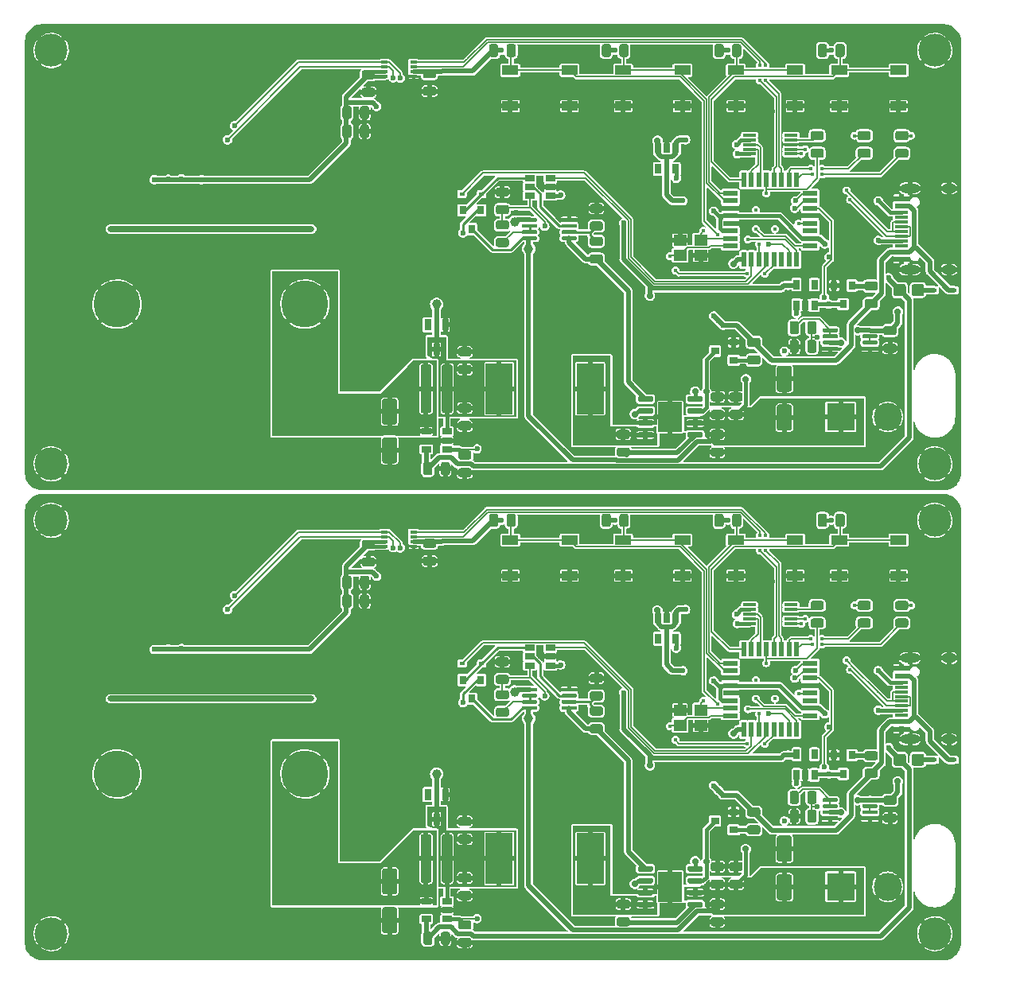
<source format=gbr>
%TF.GenerationSoftware,KiCad,Pcbnew,(5.99.0-3349-gc9824bbd9)*%
%TF.CreationDate,2020-09-17T19:38:13-07:00*%
%TF.ProjectId,Panelized_Power_Supply,50616e65-6c69-47a6-9564-5f506f776572,rev?*%
%TF.SameCoordinates,Original*%
%TF.FileFunction,Copper,L1,Top*%
%TF.FilePolarity,Positive*%
%FSLAX46Y46*%
G04 Gerber Fmt 4.6, Leading zero omitted, Abs format (unit mm)*
G04 Created by KiCad (PCBNEW (5.99.0-3349-gc9824bbd9)) date 2020-09-17 19:38:13*
%MOMM*%
%LPD*%
G01*
G04 APERTURE LIST*
%TA.AperFunction,SMDPad,CuDef*%
%ADD10R,0.600000X0.450000*%
%TD*%
%TA.AperFunction,SMDPad,CuDef*%
%ADD11R,1.700000X1.000000*%
%TD*%
%TA.AperFunction,ComponentPad*%
%ADD12C,3.500000*%
%TD*%
%TA.AperFunction,SMDPad,CuDef*%
%ADD13R,1.400000X1.150000*%
%TD*%
%TA.AperFunction,SMDPad,CuDef*%
%ADD14R,1.600000X0.550000*%
%TD*%
%TA.AperFunction,SMDPad,CuDef*%
%ADD15R,0.550000X1.600000*%
%TD*%
%TA.AperFunction,SMDPad,CuDef*%
%ADD16R,0.900000X0.800000*%
%TD*%
%TA.AperFunction,WasherPad*%
%ADD17O,22.010000X0.600000*%
%TD*%
%TA.AperFunction,SMDPad,CuDef*%
%ADD18R,0.800000X0.300000*%
%TD*%
%TA.AperFunction,ComponentPad*%
%ADD19R,3.000000X3.000000*%
%TD*%
%TA.AperFunction,ComponentPad*%
%ADD20C,3.000000*%
%TD*%
%TA.AperFunction,ComponentPad*%
%ADD21C,5.000000*%
%TD*%
%TA.AperFunction,SMDPad,CuDef*%
%ADD22R,1.400000X0.300000*%
%TD*%
%TA.AperFunction,SMDPad,CuDef*%
%ADD23R,0.650000X1.060000*%
%TD*%
%TA.AperFunction,SMDPad,CuDef*%
%ADD24R,0.800000X0.900000*%
%TD*%
%TA.AperFunction,SMDPad,CuDef*%
%ADD25R,1.450000X0.600000*%
%TD*%
%TA.AperFunction,SMDPad,CuDef*%
%ADD26R,1.450000X0.300000*%
%TD*%
%TA.AperFunction,ComponentPad*%
%ADD27O,1.600000X1.000000*%
%TD*%
%TA.AperFunction,ComponentPad*%
%ADD28O,2.100000X1.000000*%
%TD*%
%TA.AperFunction,SMDPad,CuDef*%
%ADD29R,0.650000X1.220000*%
%TD*%
%TA.AperFunction,SMDPad,CuDef*%
%ADD30R,1.060000X0.650000*%
%TD*%
%TA.AperFunction,SMDPad,CuDef*%
%ADD31R,2.514000X3.200000*%
%TD*%
%TA.AperFunction,SMDPad,CuDef*%
%ADD32R,2.900000X5.400000*%
%TD*%
%TA.AperFunction,ViaPad*%
%ADD33C,0.600000*%
%TD*%
%TA.AperFunction,ViaPad*%
%ADD34C,0.450000*%
%TD*%
%TA.AperFunction,ViaPad*%
%ADD35C,0.700000*%
%TD*%
%TA.AperFunction,ViaPad*%
%ADD36C,1.000000*%
%TD*%
%TA.AperFunction,Conductor*%
%ADD37C,0.508000*%
%TD*%
%TA.AperFunction,Conductor*%
%ADD38C,0.381000*%
%TD*%
%TA.AperFunction,Conductor*%
%ADD39C,0.127000*%
%TD*%
%TA.AperFunction,Conductor*%
%ADD40C,0.254000*%
%TD*%
G04 APERTURE END LIST*
%TO.P,R23,1*%
%TO.N,/Vin*%
%TA.AperFunction,SMDPad,CuDef*%
G36*
G01*
X93575000Y-94956250D02*
X93575000Y-94043750D01*
G75*
G02*
X93818750Y-93800000I243750J0D01*
G01*
X94306250Y-93800000D01*
G75*
G02*
X94550000Y-94043750I0J-243750D01*
G01*
X94550000Y-94956250D01*
G75*
G02*
X94306250Y-95200000I-243750J0D01*
G01*
X93818750Y-95200000D01*
G75*
G02*
X93575000Y-94956250I0J243750D01*
G01*
G37*
%TD.AperFunction*%
%TO.P,R23,2*%
%TO.N,Net-(D8-Pad2)*%
%TA.AperFunction,SMDPad,CuDef*%
G36*
G01*
X95450000Y-94956250D02*
X95450000Y-94043750D01*
G75*
G02*
X95693750Y-93800000I243750J0D01*
G01*
X96181250Y-93800000D01*
G75*
G02*
X96425000Y-94043750I0J-243750D01*
G01*
X96425000Y-94956250D01*
G75*
G02*
X96181250Y-95200000I-243750J0D01*
G01*
X95693750Y-95200000D01*
G75*
G02*
X95450000Y-94956250I0J243750D01*
G01*
G37*
%TD.AperFunction*%
%TD*%
%TO.P,R16,1*%
%TO.N,/V_SENSE*%
%TA.AperFunction,SMDPad,CuDef*%
G36*
G01*
X62543750Y-83075000D02*
X63456250Y-83075000D01*
G75*
G02*
X63700000Y-83318750I0J-243750D01*
G01*
X63700000Y-83806250D01*
G75*
G02*
X63456250Y-84050000I-243750J0D01*
G01*
X62543750Y-84050000D01*
G75*
G02*
X62300000Y-83806250I0J243750D01*
G01*
X62300000Y-83318750D01*
G75*
G02*
X62543750Y-83075000I243750J0D01*
G01*
G37*
%TD.AperFunction*%
%TO.P,R16,2*%
%TO.N,Net-(R16-Pad2)*%
%TA.AperFunction,SMDPad,CuDef*%
G36*
G01*
X62543750Y-84950000D02*
X63456250Y-84950000D01*
G75*
G02*
X63700000Y-85193750I0J-243750D01*
G01*
X63700000Y-85681250D01*
G75*
G02*
X63456250Y-85925000I-243750J0D01*
G01*
X62543750Y-85925000D01*
G75*
G02*
X62300000Y-85681250I0J243750D01*
G01*
X62300000Y-85193750D01*
G75*
G02*
X62543750Y-84950000I243750J0D01*
G01*
G37*
%TD.AperFunction*%
%TD*%
D10*
%TO.P,D4,1,K*%
%TO.N,Net-(D4-Pad1)*%
X108950000Y-90500000D03*
%TO.P,D4,2,A*%
%TO.N,/REG_EN*%
X111050000Y-90500000D03*
%TD*%
D11*
%TO.P,SW2,1,1*%
%TO.N,/SW2*%
X87850000Y-67100000D03*
X94150000Y-67100000D03*
%TO.P,SW2,2,2*%
%TO.N,GND*%
X94150000Y-70900000D03*
X87850000Y-70900000D03*
%TD*%
%TO.P,C4,1*%
%TO.N,GND*%
%TA.AperFunction,SMDPad,CuDef*%
G36*
G01*
X86326250Y-108225000D02*
X85413750Y-108225000D01*
G75*
G02*
X85170000Y-107981250I0J243750D01*
G01*
X85170000Y-107493750D01*
G75*
G02*
X85413750Y-107250000I243750J0D01*
G01*
X86326250Y-107250000D01*
G75*
G02*
X86570000Y-107493750I0J-243750D01*
G01*
X86570000Y-107981250D01*
G75*
G02*
X86326250Y-108225000I-243750J0D01*
G01*
G37*
%TD.AperFunction*%
%TO.P,C4,2*%
%TO.N,+VSW*%
%TA.AperFunction,SMDPad,CuDef*%
G36*
G01*
X86326250Y-106350000D02*
X85413750Y-106350000D01*
G75*
G02*
X85170000Y-106106250I0J243750D01*
G01*
X85170000Y-105618750D01*
G75*
G02*
X85413750Y-105375000I243750J0D01*
G01*
X86326250Y-105375000D01*
G75*
G02*
X86570000Y-105618750I0J-243750D01*
G01*
X86570000Y-106106250D01*
G75*
G02*
X86326250Y-106350000I-243750J0D01*
G01*
G37*
%TD.AperFunction*%
%TD*%
%TO.P,C18,1*%
%TO.N,GND*%
%TA.AperFunction,SMDPad,CuDef*%
G36*
G01*
X59456250Y-105425000D02*
X58543750Y-105425000D01*
G75*
G02*
X58300000Y-105181250I0J243750D01*
G01*
X58300000Y-104693750D01*
G75*
G02*
X58543750Y-104450000I243750J0D01*
G01*
X59456250Y-104450000D01*
G75*
G02*
X59700000Y-104693750I0J-243750D01*
G01*
X59700000Y-105181250D01*
G75*
G02*
X59456250Y-105425000I-243750J0D01*
G01*
G37*
%TD.AperFunction*%
%TO.P,C18,2*%
%TO.N,Net-(C16-Pad2)*%
%TA.AperFunction,SMDPad,CuDef*%
G36*
G01*
X59456250Y-103550000D02*
X58543750Y-103550000D01*
G75*
G02*
X58300000Y-103306250I0J243750D01*
G01*
X58300000Y-102818750D01*
G75*
G02*
X58543750Y-102575000I243750J0D01*
G01*
X59456250Y-102575000D01*
G75*
G02*
X59700000Y-102818750I0J-243750D01*
G01*
X59700000Y-103306250D01*
G75*
G02*
X59456250Y-103550000I-243750J0D01*
G01*
G37*
%TD.AperFunction*%
%TD*%
D12*
%TO.P,H3,1,1*%
%TO.N,GND*%
X109000000Y-109000000D03*
%TD*%
%TO.P,C27,1*%
%TO.N,GND*%
%TA.AperFunction,SMDPad,CuDef*%
G36*
G01*
X55706250Y-69825000D02*
X54793750Y-69825000D01*
G75*
G02*
X54550000Y-69581250I0J243750D01*
G01*
X54550000Y-69093750D01*
G75*
G02*
X54793750Y-68850000I243750J0D01*
G01*
X55706250Y-68850000D01*
G75*
G02*
X55950000Y-69093750I0J-243750D01*
G01*
X55950000Y-69581250D01*
G75*
G02*
X55706250Y-69825000I-243750J0D01*
G01*
G37*
%TD.AperFunction*%
%TO.P,C27,2*%
%TO.N,+5V*%
%TA.AperFunction,SMDPad,CuDef*%
G36*
G01*
X55706250Y-67950000D02*
X54793750Y-67950000D01*
G75*
G02*
X54550000Y-67706250I0J243750D01*
G01*
X54550000Y-67218750D01*
G75*
G02*
X54793750Y-66975000I243750J0D01*
G01*
X55706250Y-66975000D01*
G75*
G02*
X55950000Y-67218750I0J-243750D01*
G01*
X55950000Y-67706250D01*
G75*
G02*
X55706250Y-67950000I-243750J0D01*
G01*
G37*
%TD.AperFunction*%
%TD*%
%TO.P,H2,1,1*%
%TO.N,GND*%
X109000000Y-65000000D03*
%TD*%
%TO.P,R20,1*%
%TO.N,Net-(R19-Pad2)*%
%TA.AperFunction,SMDPad,CuDef*%
G36*
G01*
X73456250Y-84175000D02*
X72543750Y-84175000D01*
G75*
G02*
X72300000Y-83931250I0J243750D01*
G01*
X72300000Y-83443750D01*
G75*
G02*
X72543750Y-83200000I243750J0D01*
G01*
X73456250Y-83200000D01*
G75*
G02*
X73700000Y-83443750I0J-243750D01*
G01*
X73700000Y-83931250D01*
G75*
G02*
X73456250Y-84175000I-243750J0D01*
G01*
G37*
%TD.AperFunction*%
%TO.P,R20,2*%
%TO.N,GND*%
%TA.AperFunction,SMDPad,CuDef*%
G36*
G01*
X73456250Y-82300000D02*
X72543750Y-82300000D01*
G75*
G02*
X72300000Y-82056250I0J243750D01*
G01*
X72300000Y-81568750D01*
G75*
G02*
X72543750Y-81325000I243750J0D01*
G01*
X73456250Y-81325000D01*
G75*
G02*
X73700000Y-81568750I0J-243750D01*
G01*
X73700000Y-82056250D01*
G75*
G02*
X73456250Y-82300000I-243750J0D01*
G01*
G37*
%TD.AperFunction*%
%TD*%
D13*
%TO.P,Y1,1,1*%
%TO.N,Net-(C15-Pad2)*%
X81900000Y-86800000D03*
%TO.P,Y1,2,2*%
%TO.N,GND*%
X84100000Y-86800000D03*
%TO.P,Y1,3,3*%
%TO.N,Net-(C17-Pad2)*%
X84100000Y-85200000D03*
%TO.P,Y1,4,4*%
%TO.N,GND*%
X81900000Y-85200000D03*
%TD*%
D14*
%TO.P,U2,1,PD3*%
%TO.N,/SW2*%
X87250000Y-80200000D03*
%TO.P,U2,2,PD4*%
%TO.N,/SW1*%
X87250000Y-81000000D03*
%TO.P,U2,3,GND*%
%TO.N,GND*%
X87250000Y-81800000D03*
%TO.P,U2,4,VCC*%
%TO.N,+5V*%
X87250000Y-82600000D03*
%TO.P,U2,5,GND*%
%TO.N,GND*%
X87250000Y-83400000D03*
%TO.P,U2,6,VCC*%
%TO.N,+5V*%
X87250000Y-84200000D03*
%TO.P,U2,7,XTAL1/PB6*%
%TO.N,Net-(C17-Pad2)*%
X87250000Y-85000000D03*
%TO.P,U2,8,XTAL2/PB7*%
%TO.N,Net-(C15-Pad2)*%
X87250000Y-85800000D03*
D15*
%TO.P,U2,9,PD5*%
%TO.N,Net-(D5-Pad2)*%
X88700000Y-87250000D03*
%TO.P,U2,10,PD6*%
%TO.N,/~POT_CS*%
X89500000Y-87250000D03*
%TO.P,U2,11,PD7*%
%TO.N,/SW4*%
X90300000Y-87250000D03*
%TO.P,U2,12,PB0*%
%TO.N,/POT_U~D*%
X91100000Y-87250000D03*
%TO.P,U2,13,PB1*%
%TO.N,/POT_VIHH*%
X91900000Y-87250000D03*
%TO.P,U2,14,PB2*%
%TO.N,N/C*%
X92700000Y-87250000D03*
%TO.P,U2,15,PB3*%
%TO.N,/MOSI*%
X93500000Y-87250000D03*
%TO.P,U2,16,PB4*%
%TO.N,/MISO*%
X94300000Y-87250000D03*
D14*
%TO.P,U2,17,PB5*%
%TO.N,/SCK*%
X95750000Y-85800000D03*
%TO.P,U2,18,AVCC*%
%TO.N,+5V*%
X95750000Y-85000000D03*
%TO.P,U2,19,ADC6*%
%TO.N,N/C*%
X95750000Y-84200000D03*
%TO.P,U2,20,AREF*%
%TO.N,Net-(C2-Pad2)*%
X95750000Y-83400000D03*
%TO.P,U2,21,GND*%
%TO.N,GND*%
X95750000Y-82600000D03*
%TO.P,U2,22,ADC7*%
%TO.N,Net-(D8-Pad2)*%
X95750000Y-81800000D03*
%TO.P,U2,23,PC0*%
%TO.N,/I_SENSE*%
X95750000Y-81000000D03*
%TO.P,U2,24,PC1*%
%TO.N,/V_SENSE*%
X95750000Y-80200000D03*
D15*
%TO.P,U2,25,PC2*%
%TO.N,Net-(D2-Pad1)*%
X94300000Y-78750000D03*
%TO.P,U2,26,PC3*%
%TO.N,Net-(D1-Pad1)*%
X93500000Y-78750000D03*
%TO.P,U2,27,PC4*%
%TO.N,/SDA0*%
X92700000Y-78750000D03*
%TO.P,U2,28,PC5*%
%TO.N,/SCL0*%
X91900000Y-78750000D03*
%TO.P,U2,29,~RESET~/PC6*%
%TO.N,/RST*%
X91100000Y-78750000D03*
%TO.P,U2,30,PD0*%
%TO.N,/RX*%
X90300000Y-78750000D03*
%TO.P,U2,31,PD1*%
%TO.N,/TX*%
X89500000Y-78750000D03*
%TO.P,U2,32,PD2*%
%TO.N,/SW3*%
X88700000Y-78750000D03*
%TD*%
%TO.P,U4,1*%
%TO.N,/V_FB*%
%TA.AperFunction,SMDPad,CuDef*%
G36*
G01*
X70925000Y-84875000D02*
X70925000Y-85075000D01*
G75*
G02*
X70825000Y-85175000I-100000J0D01*
G01*
X69400000Y-85175000D01*
G75*
G02*
X69300000Y-85075000I0J100000D01*
G01*
X69300000Y-84875000D01*
G75*
G02*
X69400000Y-84775000I100000J0D01*
G01*
X70825000Y-84775000D01*
G75*
G02*
X70925000Y-84875000I0J-100000D01*
G01*
G37*
%TD.AperFunction*%
%TO.P,U4,2,-*%
%TO.N,Net-(R19-Pad2)*%
%TA.AperFunction,SMDPad,CuDef*%
G36*
G01*
X70925000Y-84225000D02*
X70925000Y-84425000D01*
G75*
G02*
X70825000Y-84525000I-100000J0D01*
G01*
X69400000Y-84525000D01*
G75*
G02*
X69300000Y-84425000I0J100000D01*
G01*
X69300000Y-84225000D01*
G75*
G02*
X69400000Y-84125000I100000J0D01*
G01*
X70825000Y-84125000D01*
G75*
G02*
X70925000Y-84225000I0J-100000D01*
G01*
G37*
%TD.AperFunction*%
%TO.P,U4,3,+*%
%TO.N,Net-(U4-Pad3)*%
%TA.AperFunction,SMDPad,CuDef*%
G36*
G01*
X70925000Y-83575000D02*
X70925000Y-83775000D01*
G75*
G02*
X70825000Y-83875000I-100000J0D01*
G01*
X69400000Y-83875000D01*
G75*
G02*
X69300000Y-83775000I0J100000D01*
G01*
X69300000Y-83575000D01*
G75*
G02*
X69400000Y-83475000I100000J0D01*
G01*
X70825000Y-83475000D01*
G75*
G02*
X70925000Y-83575000I0J-100000D01*
G01*
G37*
%TD.AperFunction*%
%TO.P,U4,4,V-*%
%TO.N,GND*%
%TA.AperFunction,SMDPad,CuDef*%
G36*
G01*
X70925000Y-82925000D02*
X70925000Y-83125000D01*
G75*
G02*
X70825000Y-83225000I-100000J0D01*
G01*
X69400000Y-83225000D01*
G75*
G02*
X69300000Y-83125000I0J100000D01*
G01*
X69300000Y-82925000D01*
G75*
G02*
X69400000Y-82825000I100000J0D01*
G01*
X70825000Y-82825000D01*
G75*
G02*
X70925000Y-82925000I0J-100000D01*
G01*
G37*
%TD.AperFunction*%
%TO.P,U4,5,+*%
%TO.N,Net-(C16-Pad2)*%
%TA.AperFunction,SMDPad,CuDef*%
G36*
G01*
X66700000Y-82925000D02*
X66700000Y-83125000D01*
G75*
G02*
X66600000Y-83225000I-100000J0D01*
G01*
X65175000Y-83225000D01*
G75*
G02*
X65075000Y-83125000I0J100000D01*
G01*
X65075000Y-82925000D01*
G75*
G02*
X65175000Y-82825000I100000J0D01*
G01*
X66600000Y-82825000D01*
G75*
G02*
X66700000Y-82925000I0J-100000D01*
G01*
G37*
%TD.AperFunction*%
%TO.P,U4,6,-*%
%TO.N,Net-(R16-Pad2)*%
%TA.AperFunction,SMDPad,CuDef*%
G36*
G01*
X66700000Y-83575000D02*
X66700000Y-83775000D01*
G75*
G02*
X66600000Y-83875000I-100000J0D01*
G01*
X65175000Y-83875000D01*
G75*
G02*
X65075000Y-83775000I0J100000D01*
G01*
X65075000Y-83575000D01*
G75*
G02*
X65175000Y-83475000I100000J0D01*
G01*
X66600000Y-83475000D01*
G75*
G02*
X66700000Y-83575000I0J-100000D01*
G01*
G37*
%TD.AperFunction*%
%TO.P,U4,7*%
%TA.AperFunction,SMDPad,CuDef*%
G36*
G01*
X66700000Y-84225000D02*
X66700000Y-84425000D01*
G75*
G02*
X66600000Y-84525000I-100000J0D01*
G01*
X65175000Y-84525000D01*
G75*
G02*
X65075000Y-84425000I0J100000D01*
G01*
X65075000Y-84225000D01*
G75*
G02*
X65175000Y-84125000I100000J0D01*
G01*
X66600000Y-84125000D01*
G75*
G02*
X66700000Y-84225000I0J-100000D01*
G01*
G37*
%TD.AperFunction*%
%TO.P,U4,8,V+*%
%TO.N,+VSW*%
%TA.AperFunction,SMDPad,CuDef*%
G36*
G01*
X66700000Y-84875000D02*
X66700000Y-85075000D01*
G75*
G02*
X66600000Y-85175000I-100000J0D01*
G01*
X65175000Y-85175000D01*
G75*
G02*
X65075000Y-85075000I0J100000D01*
G01*
X65075000Y-84875000D01*
G75*
G02*
X65175000Y-84775000I100000J0D01*
G01*
X66600000Y-84775000D01*
G75*
G02*
X66700000Y-84875000I0J-100000D01*
G01*
G37*
%TD.AperFunction*%
%TD*%
%TO.P,C29,1*%
%TO.N,GND*%
%TA.AperFunction,SMDPad,CuDef*%
G36*
G01*
X49206250Y-69925000D02*
X48293750Y-69925000D01*
G75*
G02*
X48050000Y-69681250I0J243750D01*
G01*
X48050000Y-69193750D01*
G75*
G02*
X48293750Y-68950000I243750J0D01*
G01*
X49206250Y-68950000D01*
G75*
G02*
X49450000Y-69193750I0J-243750D01*
G01*
X49450000Y-69681250D01*
G75*
G02*
X49206250Y-69925000I-243750J0D01*
G01*
G37*
%TD.AperFunction*%
%TO.P,C29,2*%
%TO.N,+3V3*%
%TA.AperFunction,SMDPad,CuDef*%
G36*
G01*
X49206250Y-68050000D02*
X48293750Y-68050000D01*
G75*
G02*
X48050000Y-67806250I0J243750D01*
G01*
X48050000Y-67318750D01*
G75*
G02*
X48293750Y-67075000I243750J0D01*
G01*
X49206250Y-67075000D01*
G75*
G02*
X49450000Y-67318750I0J-243750D01*
G01*
X49450000Y-67806250D01*
G75*
G02*
X49206250Y-68050000I-243750J0D01*
G01*
G37*
%TD.AperFunction*%
%TD*%
%TO.P,C6,1*%
%TO.N,Net-(C6-Pad1)*%
%TA.AperFunction,SMDPad,CuDef*%
G36*
G01*
X76326250Y-108225000D02*
X75413750Y-108225000D01*
G75*
G02*
X75170000Y-107981250I0J243750D01*
G01*
X75170000Y-107493750D01*
G75*
G02*
X75413750Y-107250000I243750J0D01*
G01*
X76326250Y-107250000D01*
G75*
G02*
X76570000Y-107493750I0J-243750D01*
G01*
X76570000Y-107981250D01*
G75*
G02*
X76326250Y-108225000I-243750J0D01*
G01*
G37*
%TD.AperFunction*%
%TO.P,C6,2*%
%TO.N,Net-(C6-Pad2)*%
%TA.AperFunction,SMDPad,CuDef*%
G36*
G01*
X76326250Y-106350000D02*
X75413750Y-106350000D01*
G75*
G02*
X75170000Y-106106250I0J243750D01*
G01*
X75170000Y-105618750D01*
G75*
G02*
X75413750Y-105375000I243750J0D01*
G01*
X76326250Y-105375000D01*
G75*
G02*
X76570000Y-105618750I0J-243750D01*
G01*
X76570000Y-106106250D01*
G75*
G02*
X76326250Y-106350000I-243750J0D01*
G01*
G37*
%TD.AperFunction*%
%TD*%
D16*
%TO.P,Q2,1,G*%
%TO.N,Net-(Q2-Pad1)*%
X87620000Y-97950000D03*
%TO.P,Q2,2,S*%
%TO.N,GND*%
X87620000Y-96050000D03*
%TO.P,Q2,3,D*%
%TO.N,Net-(Q2-Pad3)*%
X85620000Y-97000000D03*
%TD*%
%TO.P,C28,1*%
%TO.N,GND*%
%TA.AperFunction,SMDPad,CuDef*%
G36*
G01*
X48825000Y-71143750D02*
X48825000Y-72056250D01*
G75*
G02*
X48581250Y-72300000I-243750J0D01*
G01*
X48093750Y-72300000D01*
G75*
G02*
X47850000Y-72056250I0J243750D01*
G01*
X47850000Y-71143750D01*
G75*
G02*
X48093750Y-70900000I243750J0D01*
G01*
X48581250Y-70900000D01*
G75*
G02*
X48825000Y-71143750I0J-243750D01*
G01*
G37*
%TD.AperFunction*%
%TO.P,C28,2*%
%TO.N,+3V3*%
%TA.AperFunction,SMDPad,CuDef*%
G36*
G01*
X46950000Y-71143750D02*
X46950000Y-72056250D01*
G75*
G02*
X46706250Y-72300000I-243750J0D01*
G01*
X46218750Y-72300000D01*
G75*
G02*
X45975000Y-72056250I0J243750D01*
G01*
X45975000Y-71143750D01*
G75*
G02*
X46218750Y-70900000I243750J0D01*
G01*
X46706250Y-70900000D01*
G75*
G02*
X46950000Y-71143750I0J-243750D01*
G01*
G37*
%TD.AperFunction*%
%TD*%
%TO.P,C20,1*%
%TO.N,+5V*%
%TA.AperFunction,SMDPad,CuDef*%
G36*
G01*
X54575000Y-109956250D02*
X54575000Y-109043750D01*
G75*
G02*
X54818750Y-108800000I243750J0D01*
G01*
X55306250Y-108800000D01*
G75*
G02*
X55550000Y-109043750I0J-243750D01*
G01*
X55550000Y-109956250D01*
G75*
G02*
X55306250Y-110200000I-243750J0D01*
G01*
X54818750Y-110200000D01*
G75*
G02*
X54575000Y-109956250I0J243750D01*
G01*
G37*
%TD.AperFunction*%
%TO.P,C20,2*%
%TO.N,GND*%
%TA.AperFunction,SMDPad,CuDef*%
G36*
G01*
X56450000Y-109956250D02*
X56450000Y-109043750D01*
G75*
G02*
X56693750Y-108800000I243750J0D01*
G01*
X57181250Y-108800000D01*
G75*
G02*
X57425000Y-109043750I0J-243750D01*
G01*
X57425000Y-109956250D01*
G75*
G02*
X57181250Y-110200000I-243750J0D01*
G01*
X56693750Y-110200000D01*
G75*
G02*
X56450000Y-109956250I0J243750D01*
G01*
G37*
%TD.AperFunction*%
%TD*%
%TO.P,C1,1*%
%TO.N,GND*%
%TA.AperFunction,SMDPad,CuDef*%
G36*
G01*
X85413750Y-101375000D02*
X86326250Y-101375000D01*
G75*
G02*
X86570000Y-101618750I0J-243750D01*
G01*
X86570000Y-102106250D01*
G75*
G02*
X86326250Y-102350000I-243750J0D01*
G01*
X85413750Y-102350000D01*
G75*
G02*
X85170000Y-102106250I0J243750D01*
G01*
X85170000Y-101618750D01*
G75*
G02*
X85413750Y-101375000I243750J0D01*
G01*
G37*
%TD.AperFunction*%
%TO.P,C1,2*%
%TO.N,+VSW*%
%TA.AperFunction,SMDPad,CuDef*%
G36*
G01*
X85413750Y-103250000D02*
X86326250Y-103250000D01*
G75*
G02*
X86570000Y-103493750I0J-243750D01*
G01*
X86570000Y-103981250D01*
G75*
G02*
X86326250Y-104225000I-243750J0D01*
G01*
X85413750Y-104225000D01*
G75*
G02*
X85170000Y-103981250I0J243750D01*
G01*
X85170000Y-103493750D01*
G75*
G02*
X85413750Y-103250000I243750J0D01*
G01*
G37*
%TD.AperFunction*%
%TD*%
%TO.P,R10,1*%
%TO.N,+5V*%
%TA.AperFunction,SMDPad,CuDef*%
G36*
G01*
X61575000Y-65456250D02*
X61575000Y-64543750D01*
G75*
G02*
X61818750Y-64300000I243750J0D01*
G01*
X62306250Y-64300000D01*
G75*
G02*
X62550000Y-64543750I0J-243750D01*
G01*
X62550000Y-65456250D01*
G75*
G02*
X62306250Y-65700000I-243750J0D01*
G01*
X61818750Y-65700000D01*
G75*
G02*
X61575000Y-65456250I0J243750D01*
G01*
G37*
%TD.AperFunction*%
%TO.P,R10,2*%
%TO.N,/SW4*%
%TA.AperFunction,SMDPad,CuDef*%
G36*
G01*
X63450000Y-65456250D02*
X63450000Y-64543750D01*
G75*
G02*
X63693750Y-64300000I243750J0D01*
G01*
X64181250Y-64300000D01*
G75*
G02*
X64425000Y-64543750I0J-243750D01*
G01*
X64425000Y-65456250D01*
G75*
G02*
X64181250Y-65700000I-243750J0D01*
G01*
X63693750Y-65700000D01*
G75*
G02*
X63450000Y-65456250I0J243750D01*
G01*
G37*
%TD.AperFunction*%
%TD*%
%TO.P,R13,1*%
%TO.N,VDC*%
%TA.AperFunction,SMDPad,CuDef*%
G36*
G01*
X54300000Y-103350000D02*
X54300000Y-98650000D01*
G75*
G02*
X54550000Y-98400000I250000J0D01*
G01*
X55200000Y-98400000D01*
G75*
G02*
X55450000Y-98650000I0J-250000D01*
G01*
X55450000Y-103350000D01*
G75*
G02*
X55200000Y-103600000I-250000J0D01*
G01*
X54550000Y-103600000D01*
G75*
G02*
X54300000Y-103350000I0J250000D01*
G01*
G37*
%TD.AperFunction*%
%TO.P,R13,2*%
%TO.N,Net-(C16-Pad2)*%
%TA.AperFunction,SMDPad,CuDef*%
G36*
G01*
X56550000Y-103350000D02*
X56550000Y-98650000D01*
G75*
G02*
X56800000Y-98400000I250000J0D01*
G01*
X57450000Y-98400000D01*
G75*
G02*
X57700000Y-98650000I0J-250000D01*
G01*
X57700000Y-103350000D01*
G75*
G02*
X57450000Y-103600000I-250000J0D01*
G01*
X56800000Y-103600000D01*
G75*
G02*
X56550000Y-103350000I0J250000D01*
G01*
G37*
%TD.AperFunction*%
%TD*%
D17*
%TO.P,U10,*%
%TO.N,*%
X32000000Y-84000000D03*
%TD*%
%TO.P,C35,1*%
%TO.N,GND*%
%TA.AperFunction,SMDPad,CuDef*%
G36*
G01*
X104706250Y-97175000D02*
X103793750Y-97175000D01*
G75*
G02*
X103550000Y-96931250I0J243750D01*
G01*
X103550000Y-96443750D01*
G75*
G02*
X103793750Y-96200000I243750J0D01*
G01*
X104706250Y-96200000D01*
G75*
G02*
X104950000Y-96443750I0J-243750D01*
G01*
X104950000Y-96931250D01*
G75*
G02*
X104706250Y-97175000I-243750J0D01*
G01*
G37*
%TD.AperFunction*%
%TO.P,C35,2*%
%TO.N,+VSW*%
%TA.AperFunction,SMDPad,CuDef*%
G36*
G01*
X104706250Y-95300000D02*
X103793750Y-95300000D01*
G75*
G02*
X103550000Y-95056250I0J243750D01*
G01*
X103550000Y-94568750D01*
G75*
G02*
X103793750Y-94325000I243750J0D01*
G01*
X104706250Y-94325000D01*
G75*
G02*
X104950000Y-94568750I0J-243750D01*
G01*
X104950000Y-95056250D01*
G75*
G02*
X104706250Y-95300000I-243750J0D01*
G01*
G37*
%TD.AperFunction*%
%TD*%
%TO.P,C7,1*%
%TO.N,GND*%
%TA.AperFunction,SMDPad,CuDef*%
G36*
G01*
X51550000Y-108950000D02*
X50450000Y-108950000D01*
G75*
G02*
X50200000Y-108700000I0J250000D01*
G01*
X50200000Y-106425000D01*
G75*
G02*
X50450000Y-106175000I250000J0D01*
G01*
X51550000Y-106175000D01*
G75*
G02*
X51800000Y-106425000I0J-250000D01*
G01*
X51800000Y-108700000D01*
G75*
G02*
X51550000Y-108950000I-250000J0D01*
G01*
G37*
%TD.AperFunction*%
%TO.P,C7,2*%
%TO.N,VDC*%
%TA.AperFunction,SMDPad,CuDef*%
G36*
G01*
X51550000Y-104825000D02*
X50450000Y-104825000D01*
G75*
G02*
X50200000Y-104575000I0J250000D01*
G01*
X50200000Y-102300000D01*
G75*
G02*
X50450000Y-102050000I250000J0D01*
G01*
X51550000Y-102050000D01*
G75*
G02*
X51800000Y-102300000I0J-250000D01*
G01*
X51800000Y-104575000D01*
G75*
G02*
X51550000Y-104825000I-250000J0D01*
G01*
G37*
%TD.AperFunction*%
%TD*%
D18*
%TO.P,U9,1,GND*%
%TO.N,GND*%
X53550000Y-67750000D03*
%TO.P,U9,2,VREF1*%
%TO.N,+5V*%
X53550000Y-67250000D03*
%TO.P,U9,3,SCL1*%
%TO.N,/SCL0*%
X53550000Y-66750000D03*
%TO.P,U9,4,SDA1*%
%TO.N,/SDA0*%
X53550000Y-66250000D03*
%TO.P,U9,5,SDA2*%
%TO.N,Net-(R14-Pad2)*%
X50450000Y-66250000D03*
%TO.P,U9,6,SCL2*%
%TO.N,Net-(R5-Pad2)*%
X50450000Y-66750000D03*
%TO.P,U9,7,VREF2*%
%TO.N,+3V3*%
X50450000Y-67250000D03*
%TO.P,U9,8,EN*%
X50450000Y-67750000D03*
%TD*%
%TO.P,R18,1*%
%TO.N,GND*%
%TA.AperFunction,SMDPad,CuDef*%
G36*
G01*
X59456250Y-110425000D02*
X58543750Y-110425000D01*
G75*
G02*
X58300000Y-110181250I0J243750D01*
G01*
X58300000Y-109693750D01*
G75*
G02*
X58543750Y-109450000I243750J0D01*
G01*
X59456250Y-109450000D01*
G75*
G02*
X59700000Y-109693750I0J-243750D01*
G01*
X59700000Y-110181250D01*
G75*
G02*
X59456250Y-110425000I-243750J0D01*
G01*
G37*
%TD.AperFunction*%
%TO.P,R18,2*%
%TO.N,/I_SENSE*%
%TA.AperFunction,SMDPad,CuDef*%
G36*
G01*
X59456250Y-108550000D02*
X58543750Y-108550000D01*
G75*
G02*
X58300000Y-108306250I0J243750D01*
G01*
X58300000Y-107818750D01*
G75*
G02*
X58543750Y-107575000I243750J0D01*
G01*
X59456250Y-107575000D01*
G75*
G02*
X59700000Y-107818750I0J-243750D01*
G01*
X59700000Y-108306250D01*
G75*
G02*
X59456250Y-108550000I-243750J0D01*
G01*
G37*
%TD.AperFunction*%
%TD*%
D11*
%TO.P,SW1,1,1*%
%TO.N,/SW1*%
X75850000Y-67100000D03*
X82150000Y-67100000D03*
%TO.P,SW1,2,2*%
%TO.N,GND*%
X75850000Y-70900000D03*
X82150000Y-70900000D03*
%TD*%
%TO.P,R6,1*%
%TO.N,+5V*%
%TA.AperFunction,SMDPad,CuDef*%
G36*
G01*
X73575000Y-65456250D02*
X73575000Y-64543750D01*
G75*
G02*
X73818750Y-64300000I243750J0D01*
G01*
X74306250Y-64300000D01*
G75*
G02*
X74550000Y-64543750I0J-243750D01*
G01*
X74550000Y-65456250D01*
G75*
G02*
X74306250Y-65700000I-243750J0D01*
G01*
X73818750Y-65700000D01*
G75*
G02*
X73575000Y-65456250I0J243750D01*
G01*
G37*
%TD.AperFunction*%
%TO.P,R6,2*%
%TO.N,/SW1*%
%TA.AperFunction,SMDPad,CuDef*%
G36*
G01*
X75450000Y-65456250D02*
X75450000Y-64543750D01*
G75*
G02*
X75693750Y-64300000I243750J0D01*
G01*
X76181250Y-64300000D01*
G75*
G02*
X76425000Y-64543750I0J-243750D01*
G01*
X76425000Y-65456250D01*
G75*
G02*
X76181250Y-65700000I-243750J0D01*
G01*
X75693750Y-65700000D01*
G75*
G02*
X75450000Y-65456250I0J243750D01*
G01*
G37*
%TD.AperFunction*%
%TD*%
%TO.P,R21,1*%
%TO.N,Net-(Q1-Pad1)*%
%TA.AperFunction,SMDPad,CuDef*%
G36*
G01*
X101793750Y-89575000D02*
X102706250Y-89575000D01*
G75*
G02*
X102950000Y-89818750I0J-243750D01*
G01*
X102950000Y-90306250D01*
G75*
G02*
X102706250Y-90550000I-243750J0D01*
G01*
X101793750Y-90550000D01*
G75*
G02*
X101550000Y-90306250I0J243750D01*
G01*
X101550000Y-89818750D01*
G75*
G02*
X101793750Y-89575000I243750J0D01*
G01*
G37*
%TD.AperFunction*%
%TO.P,R21,2*%
%TO.N,/REG_EN*%
%TA.AperFunction,SMDPad,CuDef*%
G36*
G01*
X101793750Y-91450000D02*
X102706250Y-91450000D01*
G75*
G02*
X102950000Y-91693750I0J-243750D01*
G01*
X102950000Y-92181250D01*
G75*
G02*
X102706250Y-92425000I-243750J0D01*
G01*
X101793750Y-92425000D01*
G75*
G02*
X101550000Y-92181250I0J243750D01*
G01*
X101550000Y-91693750D01*
G75*
G02*
X101793750Y-91450000I243750J0D01*
G01*
G37*
%TD.AperFunction*%
%TD*%
D19*
%TO.P,J4,1,Pin_1*%
%TO.N,+VSW*%
X99000000Y-104000000D03*
D20*
%TO.P,J4,2,Pin_2*%
%TO.N,GND*%
X104000000Y-104000000D03*
%TD*%
D21*
%TO.P,J3,1,Pin_1*%
%TO.N,GND*%
X22000000Y-92000000D03*
%TD*%
D11*
%TO.P,SW4,1,1*%
%TO.N,/SW4*%
X63850000Y-67100000D03*
X70150000Y-67100000D03*
%TO.P,SW4,2,2*%
%TO.N,GND*%
X70150000Y-70900000D03*
X63850000Y-70900000D03*
%TD*%
%TO.P,D1,1,K*%
%TO.N,Net-(D1-Pad1)*%
%TA.AperFunction,SMDPad,CuDef*%
G36*
G01*
X101956250Y-76425000D02*
X101043750Y-76425000D01*
G75*
G02*
X100800000Y-76181250I0J243750D01*
G01*
X100800000Y-75693750D01*
G75*
G02*
X101043750Y-75450000I243750J0D01*
G01*
X101956250Y-75450000D01*
G75*
G02*
X102200000Y-75693750I0J-243750D01*
G01*
X102200000Y-76181250D01*
G75*
G02*
X101956250Y-76425000I-243750J0D01*
G01*
G37*
%TD.AperFunction*%
%TO.P,D1,2,A*%
%TO.N,Net-(D1-Pad2)*%
%TA.AperFunction,SMDPad,CuDef*%
G36*
G01*
X101956250Y-74550000D02*
X101043750Y-74550000D01*
G75*
G02*
X100800000Y-74306250I0J243750D01*
G01*
X100800000Y-73818750D01*
G75*
G02*
X101043750Y-73575000I243750J0D01*
G01*
X101956250Y-73575000D01*
G75*
G02*
X102200000Y-73818750I0J-243750D01*
G01*
X102200000Y-74306250D01*
G75*
G02*
X101956250Y-74550000I-243750J0D01*
G01*
G37*
%TD.AperFunction*%
%TD*%
%TO.P,C16,1*%
%TO.N,GND*%
%TA.AperFunction,SMDPad,CuDef*%
G36*
G01*
X58543750Y-96575000D02*
X59456250Y-96575000D01*
G75*
G02*
X59700000Y-96818750I0J-243750D01*
G01*
X59700000Y-97306250D01*
G75*
G02*
X59456250Y-97550000I-243750J0D01*
G01*
X58543750Y-97550000D01*
G75*
G02*
X58300000Y-97306250I0J243750D01*
G01*
X58300000Y-96818750D01*
G75*
G02*
X58543750Y-96575000I243750J0D01*
G01*
G37*
%TD.AperFunction*%
%TO.P,C16,2*%
%TO.N,Net-(C16-Pad2)*%
%TA.AperFunction,SMDPad,CuDef*%
G36*
G01*
X58543750Y-98450000D02*
X59456250Y-98450000D01*
G75*
G02*
X59700000Y-98693750I0J-243750D01*
G01*
X59700000Y-99181250D01*
G75*
G02*
X59456250Y-99425000I-243750J0D01*
G01*
X58543750Y-99425000D01*
G75*
G02*
X58300000Y-99181250I0J243750D01*
G01*
X58300000Y-98693750D01*
G75*
G02*
X58543750Y-98450000I243750J0D01*
G01*
G37*
%TD.AperFunction*%
%TD*%
%TO.P,R9,1*%
%TO.N,+5V*%
%TA.AperFunction,SMDPad,CuDef*%
G36*
G01*
X96575000Y-65456250D02*
X96575000Y-64543750D01*
G75*
G02*
X96818750Y-64300000I243750J0D01*
G01*
X97306250Y-64300000D01*
G75*
G02*
X97550000Y-64543750I0J-243750D01*
G01*
X97550000Y-65456250D01*
G75*
G02*
X97306250Y-65700000I-243750J0D01*
G01*
X96818750Y-65700000D01*
G75*
G02*
X96575000Y-65456250I0J243750D01*
G01*
G37*
%TD.AperFunction*%
%TO.P,R9,2*%
%TO.N,/SW3*%
%TA.AperFunction,SMDPad,CuDef*%
G36*
G01*
X98450000Y-65456250D02*
X98450000Y-64543750D01*
G75*
G02*
X98693750Y-64300000I243750J0D01*
G01*
X99181250Y-64300000D01*
G75*
G02*
X99425000Y-64543750I0J-243750D01*
G01*
X99425000Y-65456250D01*
G75*
G02*
X99181250Y-65700000I-243750J0D01*
G01*
X98693750Y-65700000D01*
G75*
G02*
X98450000Y-65456250I0J243750D01*
G01*
G37*
%TD.AperFunction*%
%TD*%
D22*
%TO.P,U7,1,UD+*%
%TO.N,/D+*%
X93700000Y-76000000D03*
%TO.P,U7,2,UD-*%
%TO.N,/D-*%
X93700000Y-75500000D03*
%TO.P,U7,3,GND*%
%TO.N,GND*%
X93700000Y-75000000D03*
%TO.P,U7,4,~RTS*%
%TO.N,Net-(C25-Pad2)*%
X93700000Y-74500000D03*
%TO.P,U7,5,~CTS*%
%TO.N,N/C*%
X93700000Y-74000000D03*
%TO.P,U7,6,TNOW*%
X89300000Y-74000000D03*
%TO.P,U7,7,VCC*%
%TO.N,+5V*%
X89300000Y-74500000D03*
%TO.P,U7,8,TXD*%
%TO.N,/RX*%
X89300000Y-75000000D03*
%TO.P,U7,9,RXD*%
%TO.N,/TX*%
X89300000Y-75500000D03*
%TO.P,U7,10,V3*%
%TO.N,+3V3*%
X89300000Y-76000000D03*
%TD*%
%TO.P,R24,1*%
%TO.N,GND*%
%TA.AperFunction,SMDPad,CuDef*%
G36*
G01*
X93575000Y-96956250D02*
X93575000Y-96043750D01*
G75*
G02*
X93818750Y-95800000I243750J0D01*
G01*
X94306250Y-95800000D01*
G75*
G02*
X94550000Y-96043750I0J-243750D01*
G01*
X94550000Y-96956250D01*
G75*
G02*
X94306250Y-97200000I-243750J0D01*
G01*
X93818750Y-97200000D01*
G75*
G02*
X93575000Y-96956250I0J243750D01*
G01*
G37*
%TD.AperFunction*%
%TO.P,R24,2*%
%TO.N,Net-(D8-Pad2)*%
%TA.AperFunction,SMDPad,CuDef*%
G36*
G01*
X95450000Y-96956250D02*
X95450000Y-96043750D01*
G75*
G02*
X95693750Y-95800000I243750J0D01*
G01*
X96181250Y-95800000D01*
G75*
G02*
X96425000Y-96043750I0J-243750D01*
G01*
X96425000Y-96956250D01*
G75*
G02*
X96181250Y-97200000I-243750J0D01*
G01*
X95693750Y-97200000D01*
G75*
G02*
X95450000Y-96956250I0J243750D01*
G01*
G37*
%TD.AperFunction*%
%TD*%
D10*
%TO.P,D9,1,K*%
%TO.N,Net-(D9-Pad1)*%
X60800000Y-80250000D03*
%TO.P,D9,2,A*%
%TO.N,/~POT_CS*%
X58700000Y-80250000D03*
%TD*%
D23*
%TO.P,U1,1,IN*%
%TO.N,+VSW*%
X94300000Y-92100000D03*
%TO.P,U1,2,GND*%
%TO.N,GND*%
X95250000Y-92100000D03*
%TO.P,U1,3,EN*%
%TO.N,Net-(Q1-Pad3)*%
X96200000Y-92100000D03*
%TO.P,U1,4,BP*%
%TO.N,N/C*%
X96200000Y-89900000D03*
%TO.P,U1,5,OUT*%
%TO.N,+5V*%
X94300000Y-89900000D03*
%TD*%
%TO.P,R22,1*%
%TO.N,Net-(Q2-Pad1)*%
%TA.AperFunction,SMDPad,CuDef*%
G36*
G01*
X90206250Y-98425000D02*
X89293750Y-98425000D01*
G75*
G02*
X89050000Y-98181250I0J243750D01*
G01*
X89050000Y-97693750D01*
G75*
G02*
X89293750Y-97450000I243750J0D01*
G01*
X90206250Y-97450000D01*
G75*
G02*
X90450000Y-97693750I0J-243750D01*
G01*
X90450000Y-98181250D01*
G75*
G02*
X90206250Y-98425000I-243750J0D01*
G01*
G37*
%TD.AperFunction*%
%TO.P,R22,2*%
%TO.N,/REG_EN*%
%TA.AperFunction,SMDPad,CuDef*%
G36*
G01*
X90206250Y-96550000D02*
X89293750Y-96550000D01*
G75*
G02*
X89050000Y-96306250I0J243750D01*
G01*
X89050000Y-95818750D01*
G75*
G02*
X89293750Y-95575000I243750J0D01*
G01*
X90206250Y-95575000D01*
G75*
G02*
X90450000Y-95818750I0J-243750D01*
G01*
X90450000Y-96306250D01*
G75*
G02*
X90206250Y-96550000I-243750J0D01*
G01*
G37*
%TD.AperFunction*%
%TD*%
D24*
%TO.P,Q3,1,G*%
%TO.N,Net-(Q3-Pad1)*%
X60700000Y-82000000D03*
%TO.P,Q3,2,S*%
%TO.N,Net-(D9-Pad1)*%
X58800000Y-82000000D03*
%TO.P,Q3,3,D*%
%TO.N,+VSW*%
X59750000Y-84000000D03*
%TD*%
%TO.P,D2,1,K*%
%TO.N,Net-(D2-Pad1)*%
%TA.AperFunction,SMDPad,CuDef*%
G36*
G01*
X105956250Y-76425000D02*
X105043750Y-76425000D01*
G75*
G02*
X104800000Y-76181250I0J243750D01*
G01*
X104800000Y-75693750D01*
G75*
G02*
X105043750Y-75450000I243750J0D01*
G01*
X105956250Y-75450000D01*
G75*
G02*
X106200000Y-75693750I0J-243750D01*
G01*
X106200000Y-76181250D01*
G75*
G02*
X105956250Y-76425000I-243750J0D01*
G01*
G37*
%TD.AperFunction*%
%TO.P,D2,2,A*%
%TO.N,Net-(D2-Pad2)*%
%TA.AperFunction,SMDPad,CuDef*%
G36*
G01*
X105956250Y-74550000D02*
X105043750Y-74550000D01*
G75*
G02*
X104800000Y-74306250I0J243750D01*
G01*
X104800000Y-73818750D01*
G75*
G02*
X105043750Y-73575000I243750J0D01*
G01*
X105956250Y-73575000D01*
G75*
G02*
X106200000Y-73818750I0J-243750D01*
G01*
X106200000Y-74306250D01*
G75*
G02*
X105956250Y-74550000I-243750J0D01*
G01*
G37*
%TD.AperFunction*%
%TD*%
D25*
%TO.P,J5,A1,GND*%
%TO.N,GND*%
X105455000Y-87250000D03*
%TO.P,J5,A4,VBUS*%
%TO.N,/REG_EN*%
X105455000Y-86450000D03*
D26*
%TO.P,J5,A5,CC1*%
%TO.N,Net-(J5-PadA5)*%
X105455000Y-85250000D03*
%TO.P,J5,A6,D+*%
%TO.N,/D+*%
X105455000Y-84250000D03*
%TO.P,J5,A7,D-*%
%TO.N,/D-*%
X105455000Y-83750000D03*
%TO.P,J5,A8,SBU1*%
%TO.N,N/C*%
X105455000Y-82750000D03*
D25*
%TO.P,J5,A9,VBUS*%
%TO.N,/REG_EN*%
X105455000Y-81550000D03*
%TO.P,J5,A12,GND*%
%TO.N,GND*%
X105455000Y-80750000D03*
%TO.P,J5,B1,GND*%
X105455000Y-80750000D03*
%TO.P,J5,B4,VBUS*%
%TO.N,/REG_EN*%
X105455000Y-81550000D03*
D26*
%TO.P,J5,B5,CC2*%
%TO.N,Net-(J5-PadB5)*%
X105455000Y-82250000D03*
%TO.P,J5,B6,D+*%
%TO.N,/D+*%
X105455000Y-83250000D03*
%TO.P,J5,B7,D-*%
%TO.N,/D-*%
X105455000Y-84750000D03*
%TO.P,J5,B8,SBU2*%
%TO.N,N/C*%
X105455000Y-85750000D03*
D25*
%TO.P,J5,B9,VBUS*%
%TO.N,/REG_EN*%
X105455000Y-86450000D03*
%TO.P,J5,B12,GND*%
%TO.N,GND*%
X105455000Y-87250000D03*
D27*
%TO.P,J5,S1,SHIELD*%
X110550000Y-88320000D03*
D28*
X106370000Y-88320000D03*
X106370000Y-79680000D03*
D27*
X110550000Y-79680000D03*
%TD*%
D24*
%TO.P,Q1,1,G*%
%TO.N,Net-(Q1-Pad1)*%
X100200000Y-90000000D03*
%TO.P,Q1,2,S*%
%TO.N,GND*%
X98300000Y-90000000D03*
%TO.P,Q1,3,D*%
%TO.N,Net-(Q1-Pad3)*%
X99250000Y-92000000D03*
%TD*%
D29*
%TO.P,D3,1*%
%TO.N,GND*%
X56950000Y-94190000D03*
%TO.P,D3,2*%
%TO.N,N/C*%
X55050000Y-94190000D03*
%TO.P,D3,3*%
%TO.N,Net-(C16-Pad2)*%
X56000000Y-96810000D03*
%TD*%
%TO.P,R17,1*%
%TO.N,GND*%
%TA.AperFunction,SMDPad,CuDef*%
G36*
G01*
X62543750Y-79575000D02*
X63456250Y-79575000D01*
G75*
G02*
X63700000Y-79818750I0J-243750D01*
G01*
X63700000Y-80306250D01*
G75*
G02*
X63456250Y-80550000I-243750J0D01*
G01*
X62543750Y-80550000D01*
G75*
G02*
X62300000Y-80306250I0J243750D01*
G01*
X62300000Y-79818750D01*
G75*
G02*
X62543750Y-79575000I243750J0D01*
G01*
G37*
%TD.AperFunction*%
%TO.P,R17,2*%
%TO.N,/V_SENSE*%
%TA.AperFunction,SMDPad,CuDef*%
G36*
G01*
X62543750Y-81450000D02*
X63456250Y-81450000D01*
G75*
G02*
X63700000Y-81693750I0J-243750D01*
G01*
X63700000Y-82181250D01*
G75*
G02*
X63456250Y-82425000I-243750J0D01*
G01*
X62543750Y-82425000D01*
G75*
G02*
X62300000Y-82181250I0J243750D01*
G01*
X62300000Y-81693750D01*
G75*
G02*
X62543750Y-81450000I243750J0D01*
G01*
G37*
%TD.AperFunction*%
%TD*%
D11*
%TO.P,SW3,1,1*%
%TO.N,/SW3*%
X105150000Y-67100000D03*
X98850000Y-67100000D03*
%TO.P,SW3,2,2*%
%TO.N,GND*%
X105150000Y-70900000D03*
X98850000Y-70900000D03*
%TD*%
D23*
%TO.P,U8,1,IN*%
%TO.N,+5V*%
X81450000Y-75400000D03*
%TO.P,U8,2,GND*%
%TO.N,GND*%
X80500000Y-75400000D03*
%TO.P,U8,3,EN*%
%TO.N,+5V*%
X79550000Y-75400000D03*
%TO.P,U8,4,BP*%
%TO.N,N/C*%
X79550000Y-77600000D03*
%TO.P,U8,5,OUT*%
%TO.N,+3V3*%
X81450000Y-77600000D03*
%TD*%
D21*
%TO.P,J2,1,Pin_1*%
%TO.N,VDC*%
X42000000Y-92000000D03*
%TD*%
D30*
%TO.P,U6,1,VDD*%
%TO.N,+5V*%
X68100000Y-80450000D03*
%TO.P,U6,2,VSS*%
%TO.N,GND*%
X68100000Y-79500000D03*
%TO.P,U6,3,U/~D*%
%TO.N,/POT_U~D*%
X68100000Y-78550000D03*
%TO.P,U6,4,~CS*%
%TO.N,Net-(D9-Pad1)*%
X65900000Y-78550000D03*
%TO.P,U6,5,W*%
%TO.N,Net-(U4-Pad3)*%
X65900000Y-79500000D03*
%TO.P,U6,6,A*%
%TO.N,/V_SENSE*%
X65900000Y-80450000D03*
%TD*%
%TO.P,C30,1*%
%TO.N,GND*%
%TA.AperFunction,SMDPad,CuDef*%
G36*
G01*
X48825000Y-73143750D02*
X48825000Y-74056250D01*
G75*
G02*
X48581250Y-74300000I-243750J0D01*
G01*
X48093750Y-74300000D01*
G75*
G02*
X47850000Y-74056250I0J243750D01*
G01*
X47850000Y-73143750D01*
G75*
G02*
X48093750Y-72900000I243750J0D01*
G01*
X48581250Y-72900000D01*
G75*
G02*
X48825000Y-73143750I0J-243750D01*
G01*
G37*
%TD.AperFunction*%
%TO.P,C30,2*%
%TO.N,+3V3*%
%TA.AperFunction,SMDPad,CuDef*%
G36*
G01*
X46950000Y-73143750D02*
X46950000Y-74056250D01*
G75*
G02*
X46706250Y-74300000I-243750J0D01*
G01*
X46218750Y-74300000D01*
G75*
G02*
X45975000Y-74056250I0J243750D01*
G01*
X45975000Y-73143750D01*
G75*
G02*
X46218750Y-72900000I243750J0D01*
G01*
X46706250Y-72900000D01*
G75*
G02*
X46950000Y-73143750I0J-243750D01*
G01*
G37*
%TD.AperFunction*%
%TD*%
D12*
%TO.P,H1,1,1*%
%TO.N,GND*%
X15000000Y-65000000D03*
%TD*%
D30*
%TO.P,U5,1*%
%TO.N,/I_SENSE*%
X57100000Y-107450000D03*
%TO.P,U5,2,GND*%
%TO.N,GND*%
X57100000Y-106500000D03*
%TO.P,U5,3,+*%
%TO.N,Net-(C16-Pad2)*%
X57100000Y-105550000D03*
%TO.P,U5,4,-*%
%TO.N,VDC*%
X54900000Y-105550000D03*
%TO.P,U5,5,V+*%
%TO.N,+5V*%
X54900000Y-107450000D03*
%TD*%
%TO.P,C12,1*%
%TO.N,GND*%
%TA.AperFunction,SMDPad,CuDef*%
G36*
G01*
X92450000Y-98550000D02*
X93550000Y-98550000D01*
G75*
G02*
X93800000Y-98800000I0J-250000D01*
G01*
X93800000Y-101075000D01*
G75*
G02*
X93550000Y-101325000I-250000J0D01*
G01*
X92450000Y-101325000D01*
G75*
G02*
X92200000Y-101075000I0J250000D01*
G01*
X92200000Y-98800000D01*
G75*
G02*
X92450000Y-98550000I250000J0D01*
G01*
G37*
%TD.AperFunction*%
%TO.P,C12,2*%
%TO.N,+VSW*%
%TA.AperFunction,SMDPad,CuDef*%
G36*
G01*
X92450000Y-102675000D02*
X93550000Y-102675000D01*
G75*
G02*
X93800000Y-102925000I0J-250000D01*
G01*
X93800000Y-105200000D01*
G75*
G02*
X93550000Y-105450000I-250000J0D01*
G01*
X92450000Y-105450000D01*
G75*
G02*
X92200000Y-105200000I0J250000D01*
G01*
X92200000Y-102925000D01*
G75*
G02*
X92450000Y-102675000I250000J0D01*
G01*
G37*
%TD.AperFunction*%
%TD*%
%TO.P,U3,1,BOOT*%
%TO.N,Net-(C6-Pad1)*%
%TA.AperFunction,SMDPad,CuDef*%
G36*
G01*
X84320000Y-105755000D02*
X84320000Y-106055000D01*
G75*
G02*
X84170000Y-106205000I-150000J0D01*
G01*
X82845000Y-106205000D01*
G75*
G02*
X82695000Y-106055000I0J150000D01*
G01*
X82695000Y-105755000D01*
G75*
G02*
X82845000Y-105605000I150000J0D01*
G01*
X84170000Y-105605000D01*
G75*
G02*
X84320000Y-105755000I0J-150000D01*
G01*
G37*
%TD.AperFunction*%
%TO.P,U3,2,VIN*%
%TO.N,+VSW*%
%TA.AperFunction,SMDPad,CuDef*%
G36*
G01*
X84320000Y-104485000D02*
X84320000Y-104785000D01*
G75*
G02*
X84170000Y-104935000I-150000J0D01*
G01*
X82845000Y-104935000D01*
G75*
G02*
X82695000Y-104785000I0J150000D01*
G01*
X82695000Y-104485000D01*
G75*
G02*
X82845000Y-104335000I150000J0D01*
G01*
X84170000Y-104335000D01*
G75*
G02*
X84320000Y-104485000I0J-150000D01*
G01*
G37*
%TD.AperFunction*%
%TO.P,U3,3,EN*%
%TO.N,Net-(Q2-Pad3)*%
%TA.AperFunction,SMDPad,CuDef*%
G36*
G01*
X84320000Y-103215000D02*
X84320000Y-103515000D01*
G75*
G02*
X84170000Y-103665000I-150000J0D01*
G01*
X82845000Y-103665000D01*
G75*
G02*
X82695000Y-103515000I0J150000D01*
G01*
X82695000Y-103215000D01*
G75*
G02*
X82845000Y-103065000I150000J0D01*
G01*
X84170000Y-103065000D01*
G75*
G02*
X84320000Y-103215000I0J-150000D01*
G01*
G37*
%TD.AperFunction*%
%TO.P,U3,4,SS*%
%TO.N,Net-(C8-Pad2)*%
%TA.AperFunction,SMDPad,CuDef*%
G36*
G01*
X84320000Y-101945000D02*
X84320000Y-102245000D01*
G75*
G02*
X84170000Y-102395000I-150000J0D01*
G01*
X82845000Y-102395000D01*
G75*
G02*
X82695000Y-102245000I0J150000D01*
G01*
X82695000Y-101945000D01*
G75*
G02*
X82845000Y-101795000I150000J0D01*
G01*
X84170000Y-101795000D01*
G75*
G02*
X84320000Y-101945000I0J-150000D01*
G01*
G37*
%TD.AperFunction*%
%TO.P,U3,5,FB*%
%TO.N,/V_FB*%
%TA.AperFunction,SMDPad,CuDef*%
G36*
G01*
X79045000Y-101945000D02*
X79045000Y-102245000D01*
G75*
G02*
X78895000Y-102395000I-150000J0D01*
G01*
X77570000Y-102395000D01*
G75*
G02*
X77420000Y-102245000I0J150000D01*
G01*
X77420000Y-101945000D01*
G75*
G02*
X77570000Y-101795000I150000J0D01*
G01*
X78895000Y-101795000D01*
G75*
G02*
X79045000Y-101945000I0J-150000D01*
G01*
G37*
%TD.AperFunction*%
%TO.P,U3,6,COMP*%
%TO.N,Net-(C13-Pad2)*%
%TA.AperFunction,SMDPad,CuDef*%
G36*
G01*
X79045000Y-103215000D02*
X79045000Y-103515000D01*
G75*
G02*
X78895000Y-103665000I-150000J0D01*
G01*
X77570000Y-103665000D01*
G75*
G02*
X77420000Y-103515000I0J150000D01*
G01*
X77420000Y-103215000D01*
G75*
G02*
X77570000Y-103065000I150000J0D01*
G01*
X78895000Y-103065000D01*
G75*
G02*
X79045000Y-103215000I0J-150000D01*
G01*
G37*
%TD.AperFunction*%
%TO.P,U3,7,GND*%
%TO.N,GND*%
%TA.AperFunction,SMDPad,CuDef*%
G36*
G01*
X79045000Y-104485000D02*
X79045000Y-104785000D01*
G75*
G02*
X78895000Y-104935000I-150000J0D01*
G01*
X77570000Y-104935000D01*
G75*
G02*
X77420000Y-104785000I0J150000D01*
G01*
X77420000Y-104485000D01*
G75*
G02*
X77570000Y-104335000I150000J0D01*
G01*
X78895000Y-104335000D01*
G75*
G02*
X79045000Y-104485000I0J-150000D01*
G01*
G37*
%TD.AperFunction*%
%TO.P,U3,8,PH*%
%TO.N,Net-(C6-Pad2)*%
%TA.AperFunction,SMDPad,CuDef*%
G36*
G01*
X79045000Y-105755000D02*
X79045000Y-106055000D01*
G75*
G02*
X78895000Y-106205000I-150000J0D01*
G01*
X77570000Y-106205000D01*
G75*
G02*
X77420000Y-106055000I0J150000D01*
G01*
X77420000Y-105755000D01*
G75*
G02*
X77570000Y-105605000I150000J0D01*
G01*
X78895000Y-105605000D01*
G75*
G02*
X79045000Y-105755000I0J-150000D01*
G01*
G37*
%TD.AperFunction*%
D31*
%TO.P,U3,9,GND*%
%TO.N,GND*%
X80870000Y-104000000D03*
%TD*%
%TO.P,R19,1*%
%TO.N,/V_FB*%
%TA.AperFunction,SMDPad,CuDef*%
G36*
G01*
X73456250Y-87675000D02*
X72543750Y-87675000D01*
G75*
G02*
X72300000Y-87431250I0J243750D01*
G01*
X72300000Y-86943750D01*
G75*
G02*
X72543750Y-86700000I243750J0D01*
G01*
X73456250Y-86700000D01*
G75*
G02*
X73700000Y-86943750I0J-243750D01*
G01*
X73700000Y-87431250D01*
G75*
G02*
X73456250Y-87675000I-243750J0D01*
G01*
G37*
%TD.AperFunction*%
%TO.P,R19,2*%
%TO.N,Net-(R19-Pad2)*%
%TA.AperFunction,SMDPad,CuDef*%
G36*
G01*
X73456250Y-85800000D02*
X72543750Y-85800000D01*
G75*
G02*
X72300000Y-85556250I0J243750D01*
G01*
X72300000Y-85068750D01*
G75*
G02*
X72543750Y-84825000I243750J0D01*
G01*
X73456250Y-84825000D01*
G75*
G02*
X73700000Y-85068750I0J-243750D01*
G01*
X73700000Y-85556250D01*
G75*
G02*
X73456250Y-85800000I-243750J0D01*
G01*
G37*
%TD.AperFunction*%
%TD*%
D32*
%TO.P,L1,1*%
%TO.N,Net-(C6-Pad2)*%
X72350000Y-101000000D03*
%TO.P,L1,2*%
%TO.N,Net-(C16-Pad2)*%
X62650000Y-101000000D03*
%TD*%
%TO.P,R8,1*%
%TO.N,+5V*%
%TA.AperFunction,SMDPad,CuDef*%
G36*
G01*
X85575000Y-65456250D02*
X85575000Y-64543750D01*
G75*
G02*
X85818750Y-64300000I243750J0D01*
G01*
X86306250Y-64300000D01*
G75*
G02*
X86550000Y-64543750I0J-243750D01*
G01*
X86550000Y-65456250D01*
G75*
G02*
X86306250Y-65700000I-243750J0D01*
G01*
X85818750Y-65700000D01*
G75*
G02*
X85575000Y-65456250I0J243750D01*
G01*
G37*
%TD.AperFunction*%
%TO.P,R8,2*%
%TO.N,/SW2*%
%TA.AperFunction,SMDPad,CuDef*%
G36*
G01*
X87450000Y-65456250D02*
X87450000Y-64543750D01*
G75*
G02*
X87693750Y-64300000I243750J0D01*
G01*
X88181250Y-64300000D01*
G75*
G02*
X88425000Y-64543750I0J-243750D01*
G01*
X88425000Y-65456250D01*
G75*
G02*
X88181250Y-65700000I-243750J0D01*
G01*
X87693750Y-65700000D01*
G75*
G02*
X87450000Y-65456250I0J243750D01*
G01*
G37*
%TD.AperFunction*%
%TD*%
%TO.P,C5,1*%
%TO.N,GND*%
%TA.AperFunction,SMDPad,CuDef*%
G36*
G01*
X87413750Y-101375000D02*
X88326250Y-101375000D01*
G75*
G02*
X88570000Y-101618750I0J-243750D01*
G01*
X88570000Y-102106250D01*
G75*
G02*
X88326250Y-102350000I-243750J0D01*
G01*
X87413750Y-102350000D01*
G75*
G02*
X87170000Y-102106250I0J243750D01*
G01*
X87170000Y-101618750D01*
G75*
G02*
X87413750Y-101375000I243750J0D01*
G01*
G37*
%TD.AperFunction*%
%TO.P,C5,2*%
%TO.N,+VSW*%
%TA.AperFunction,SMDPad,CuDef*%
G36*
G01*
X87413750Y-103250000D02*
X88326250Y-103250000D01*
G75*
G02*
X88570000Y-103493750I0J-243750D01*
G01*
X88570000Y-103981250D01*
G75*
G02*
X88326250Y-104225000I-243750J0D01*
G01*
X87413750Y-104225000D01*
G75*
G02*
X87170000Y-103981250I0J243750D01*
G01*
X87170000Y-103493750D01*
G75*
G02*
X87413750Y-103250000I243750J0D01*
G01*
G37*
%TD.AperFunction*%
%TD*%
%TO.P,F1,1*%
%TO.N,Net-(D4-Pad1)*%
%TA.AperFunction,SMDPad,CuDef*%
G36*
G01*
X107875000Y-90100000D02*
X107875000Y-90900000D01*
G75*
G02*
X107625000Y-91150000I-250000J0D01*
G01*
X106800000Y-91150000D01*
G75*
G02*
X106550000Y-90900000I0J250000D01*
G01*
X106550000Y-90100000D01*
G75*
G02*
X106800000Y-89850000I250000J0D01*
G01*
X107625000Y-89850000D01*
G75*
G02*
X107875000Y-90100000I0J-250000D01*
G01*
G37*
%TD.AperFunction*%
%TO.P,F1,2*%
%TO.N,+5V*%
%TA.AperFunction,SMDPad,CuDef*%
G36*
G01*
X105950000Y-90100000D02*
X105950000Y-90900000D01*
G75*
G02*
X105700000Y-91150000I-250000J0D01*
G01*
X104875000Y-91150000D01*
G75*
G02*
X104625000Y-90900000I0J250000D01*
G01*
X104625000Y-90100000D01*
G75*
G02*
X104875000Y-89850000I250000J0D01*
G01*
X105700000Y-89850000D01*
G75*
G02*
X105950000Y-90100000I0J-250000D01*
G01*
G37*
%TD.AperFunction*%
%TD*%
%TO.P,U11,1*%
%TO.N,/Vin*%
%TA.AperFunction,SMDPad,CuDef*%
G36*
G01*
X97075000Y-94875000D02*
X97075000Y-94675000D01*
G75*
G02*
X97175000Y-94575000I100000J0D01*
G01*
X98600000Y-94575000D01*
G75*
G02*
X98700000Y-94675000I0J-100000D01*
G01*
X98700000Y-94875000D01*
G75*
G02*
X98600000Y-94975000I-100000J0D01*
G01*
X97175000Y-94975000D01*
G75*
G02*
X97075000Y-94875000I0J100000D01*
G01*
G37*
%TD.AperFunction*%
%TO.P,U11,2,-*%
%TA.AperFunction,SMDPad,CuDef*%
G36*
G01*
X97075000Y-95525000D02*
X97075000Y-95325000D01*
G75*
G02*
X97175000Y-95225000I100000J0D01*
G01*
X98600000Y-95225000D01*
G75*
G02*
X98700000Y-95325000I0J-100000D01*
G01*
X98700000Y-95525000D01*
G75*
G02*
X98600000Y-95625000I-100000J0D01*
G01*
X97175000Y-95625000D01*
G75*
G02*
X97075000Y-95525000I0J100000D01*
G01*
G37*
%TD.AperFunction*%
%TO.P,U11,3,+*%
%TO.N,+VSW*%
%TA.AperFunction,SMDPad,CuDef*%
G36*
G01*
X97075000Y-96175000D02*
X97075000Y-95975000D01*
G75*
G02*
X97175000Y-95875000I100000J0D01*
G01*
X98600000Y-95875000D01*
G75*
G02*
X98700000Y-95975000I0J-100000D01*
G01*
X98700000Y-96175000D01*
G75*
G02*
X98600000Y-96275000I-100000J0D01*
G01*
X97175000Y-96275000D01*
G75*
G02*
X97075000Y-96175000I0J100000D01*
G01*
G37*
%TD.AperFunction*%
%TO.P,U11,4,V-*%
%TO.N,GND*%
%TA.AperFunction,SMDPad,CuDef*%
G36*
G01*
X97075000Y-96825000D02*
X97075000Y-96625000D01*
G75*
G02*
X97175000Y-96525000I100000J0D01*
G01*
X98600000Y-96525000D01*
G75*
G02*
X98700000Y-96625000I0J-100000D01*
G01*
X98700000Y-96825000D01*
G75*
G02*
X98600000Y-96925000I-100000J0D01*
G01*
X97175000Y-96925000D01*
G75*
G02*
X97075000Y-96825000I0J100000D01*
G01*
G37*
%TD.AperFunction*%
%TO.P,U11,5,+*%
%TA.AperFunction,SMDPad,CuDef*%
G36*
G01*
X101300000Y-96825000D02*
X101300000Y-96625000D01*
G75*
G02*
X101400000Y-96525000I100000J0D01*
G01*
X102825000Y-96525000D01*
G75*
G02*
X102925000Y-96625000I0J-100000D01*
G01*
X102925000Y-96825000D01*
G75*
G02*
X102825000Y-96925000I-100000J0D01*
G01*
X101400000Y-96925000D01*
G75*
G02*
X101300000Y-96825000I0J100000D01*
G01*
G37*
%TD.AperFunction*%
%TO.P,U11,6,-*%
%TO.N,Net-(U11-Pad6)*%
%TA.AperFunction,SMDPad,CuDef*%
G36*
G01*
X101300000Y-96175000D02*
X101300000Y-95975000D01*
G75*
G02*
X101400000Y-95875000I100000J0D01*
G01*
X102825000Y-95875000D01*
G75*
G02*
X102925000Y-95975000I0J-100000D01*
G01*
X102925000Y-96175000D01*
G75*
G02*
X102825000Y-96275000I-100000J0D01*
G01*
X101400000Y-96275000D01*
G75*
G02*
X101300000Y-96175000I0J100000D01*
G01*
G37*
%TD.AperFunction*%
%TO.P,U11,7*%
%TA.AperFunction,SMDPad,CuDef*%
G36*
G01*
X101300000Y-95525000D02*
X101300000Y-95325000D01*
G75*
G02*
X101400000Y-95225000I100000J0D01*
G01*
X102825000Y-95225000D01*
G75*
G02*
X102925000Y-95325000I0J-100000D01*
G01*
X102925000Y-95525000D01*
G75*
G02*
X102825000Y-95625000I-100000J0D01*
G01*
X101400000Y-95625000D01*
G75*
G02*
X101300000Y-95525000I0J100000D01*
G01*
G37*
%TD.AperFunction*%
%TO.P,U11,8,V+*%
%TO.N,+VSW*%
%TA.AperFunction,SMDPad,CuDef*%
G36*
G01*
X101300000Y-94875000D02*
X101300000Y-94675000D01*
G75*
G02*
X101400000Y-94575000I100000J0D01*
G01*
X102825000Y-94575000D01*
G75*
G02*
X102925000Y-94675000I0J-100000D01*
G01*
X102925000Y-94875000D01*
G75*
G02*
X102825000Y-94975000I-100000J0D01*
G01*
X101400000Y-94975000D01*
G75*
G02*
X101300000Y-94875000I0J100000D01*
G01*
G37*
%TD.AperFunction*%
%TD*%
%TO.P,C25,1*%
%TO.N,/RST*%
%TA.AperFunction,SMDPad,CuDef*%
G36*
G01*
X96956250Y-76425000D02*
X96043750Y-76425000D01*
G75*
G02*
X95800000Y-76181250I0J243750D01*
G01*
X95800000Y-75693750D01*
G75*
G02*
X96043750Y-75450000I243750J0D01*
G01*
X96956250Y-75450000D01*
G75*
G02*
X97200000Y-75693750I0J-243750D01*
G01*
X97200000Y-76181250D01*
G75*
G02*
X96956250Y-76425000I-243750J0D01*
G01*
G37*
%TD.AperFunction*%
%TO.P,C25,2*%
%TO.N,Net-(C25-Pad2)*%
%TA.AperFunction,SMDPad,CuDef*%
G36*
G01*
X96956250Y-74550000D02*
X96043750Y-74550000D01*
G75*
G02*
X95800000Y-74306250I0J243750D01*
G01*
X95800000Y-73818750D01*
G75*
G02*
X96043750Y-73575000I243750J0D01*
G01*
X96956250Y-73575000D01*
G75*
G02*
X97200000Y-73818750I0J-243750D01*
G01*
X97200000Y-74306250D01*
G75*
G02*
X96956250Y-74550000I-243750J0D01*
G01*
G37*
%TD.AperFunction*%
%TD*%
D12*
%TO.P,H4,1,1*%
%TO.N,GND*%
X15000000Y-109000000D03*
%TD*%
%TO.P,H3,1,1*%
%TO.N,GND*%
X109000000Y-59000000D03*
%TD*%
%TO.P,H2,1,1*%
%TO.N,GND*%
X109000000Y-15000000D03*
%TD*%
%TO.P,C27,1*%
%TO.N,GND*%
%TA.AperFunction,SMDPad,CuDef*%
G36*
G01*
X55706250Y-19825000D02*
X54793750Y-19825000D01*
G75*
G02*
X54550000Y-19581250I0J243750D01*
G01*
X54550000Y-19093750D01*
G75*
G02*
X54793750Y-18850000I243750J0D01*
G01*
X55706250Y-18850000D01*
G75*
G02*
X55950000Y-19093750I0J-243750D01*
G01*
X55950000Y-19581250D01*
G75*
G02*
X55706250Y-19825000I-243750J0D01*
G01*
G37*
%TD.AperFunction*%
%TO.P,C27,2*%
%TO.N,+5V*%
%TA.AperFunction,SMDPad,CuDef*%
G36*
G01*
X55706250Y-17950000D02*
X54793750Y-17950000D01*
G75*
G02*
X54550000Y-17706250I0J243750D01*
G01*
X54550000Y-17218750D01*
G75*
G02*
X54793750Y-16975000I243750J0D01*
G01*
X55706250Y-16975000D01*
G75*
G02*
X55950000Y-17218750I0J-243750D01*
G01*
X55950000Y-17706250D01*
G75*
G02*
X55706250Y-17950000I-243750J0D01*
G01*
G37*
%TD.AperFunction*%
%TD*%
%TO.P,C29,1*%
%TO.N,GND*%
%TA.AperFunction,SMDPad,CuDef*%
G36*
G01*
X49206250Y-19925000D02*
X48293750Y-19925000D01*
G75*
G02*
X48050000Y-19681250I0J243750D01*
G01*
X48050000Y-19193750D01*
G75*
G02*
X48293750Y-18950000I243750J0D01*
G01*
X49206250Y-18950000D01*
G75*
G02*
X49450000Y-19193750I0J-243750D01*
G01*
X49450000Y-19681250D01*
G75*
G02*
X49206250Y-19925000I-243750J0D01*
G01*
G37*
%TD.AperFunction*%
%TO.P,C29,2*%
%TO.N,+3V3*%
%TA.AperFunction,SMDPad,CuDef*%
G36*
G01*
X49206250Y-18050000D02*
X48293750Y-18050000D01*
G75*
G02*
X48050000Y-17806250I0J243750D01*
G01*
X48050000Y-17318750D01*
G75*
G02*
X48293750Y-17075000I243750J0D01*
G01*
X49206250Y-17075000D01*
G75*
G02*
X49450000Y-17318750I0J-243750D01*
G01*
X49450000Y-17806250D01*
G75*
G02*
X49206250Y-18050000I-243750J0D01*
G01*
G37*
%TD.AperFunction*%
%TD*%
%TO.P,R20,1*%
%TO.N,Net-(R19-Pad2)*%
%TA.AperFunction,SMDPad,CuDef*%
G36*
G01*
X73456250Y-34175000D02*
X72543750Y-34175000D01*
G75*
G02*
X72300000Y-33931250I0J243750D01*
G01*
X72300000Y-33443750D01*
G75*
G02*
X72543750Y-33200000I243750J0D01*
G01*
X73456250Y-33200000D01*
G75*
G02*
X73700000Y-33443750I0J-243750D01*
G01*
X73700000Y-33931250D01*
G75*
G02*
X73456250Y-34175000I-243750J0D01*
G01*
G37*
%TD.AperFunction*%
%TO.P,R20,2*%
%TO.N,GND*%
%TA.AperFunction,SMDPad,CuDef*%
G36*
G01*
X73456250Y-32300000D02*
X72543750Y-32300000D01*
G75*
G02*
X72300000Y-32056250I0J243750D01*
G01*
X72300000Y-31568750D01*
G75*
G02*
X72543750Y-31325000I243750J0D01*
G01*
X73456250Y-31325000D01*
G75*
G02*
X73700000Y-31568750I0J-243750D01*
G01*
X73700000Y-32056250D01*
G75*
G02*
X73456250Y-32300000I-243750J0D01*
G01*
G37*
%TD.AperFunction*%
%TD*%
%TO.P,C6,1*%
%TO.N,Net-(C6-Pad1)*%
%TA.AperFunction,SMDPad,CuDef*%
G36*
G01*
X76326250Y-58225000D02*
X75413750Y-58225000D01*
G75*
G02*
X75170000Y-57981250I0J243750D01*
G01*
X75170000Y-57493750D01*
G75*
G02*
X75413750Y-57250000I243750J0D01*
G01*
X76326250Y-57250000D01*
G75*
G02*
X76570000Y-57493750I0J-243750D01*
G01*
X76570000Y-57981250D01*
G75*
G02*
X76326250Y-58225000I-243750J0D01*
G01*
G37*
%TD.AperFunction*%
%TO.P,C6,2*%
%TO.N,Net-(C6-Pad2)*%
%TA.AperFunction,SMDPad,CuDef*%
G36*
G01*
X76326250Y-56350000D02*
X75413750Y-56350000D01*
G75*
G02*
X75170000Y-56106250I0J243750D01*
G01*
X75170000Y-55618750D01*
G75*
G02*
X75413750Y-55375000I243750J0D01*
G01*
X76326250Y-55375000D01*
G75*
G02*
X76570000Y-55618750I0J-243750D01*
G01*
X76570000Y-56106250D01*
G75*
G02*
X76326250Y-56350000I-243750J0D01*
G01*
G37*
%TD.AperFunction*%
%TD*%
%TO.P,R23,1*%
%TO.N,/Vin*%
%TA.AperFunction,SMDPad,CuDef*%
G36*
G01*
X93575000Y-44956250D02*
X93575000Y-44043750D01*
G75*
G02*
X93818750Y-43800000I243750J0D01*
G01*
X94306250Y-43800000D01*
G75*
G02*
X94550000Y-44043750I0J-243750D01*
G01*
X94550000Y-44956250D01*
G75*
G02*
X94306250Y-45200000I-243750J0D01*
G01*
X93818750Y-45200000D01*
G75*
G02*
X93575000Y-44956250I0J243750D01*
G01*
G37*
%TD.AperFunction*%
%TO.P,R23,2*%
%TO.N,Net-(D8-Pad2)*%
%TA.AperFunction,SMDPad,CuDef*%
G36*
G01*
X95450000Y-44956250D02*
X95450000Y-44043750D01*
G75*
G02*
X95693750Y-43800000I243750J0D01*
G01*
X96181250Y-43800000D01*
G75*
G02*
X96425000Y-44043750I0J-243750D01*
G01*
X96425000Y-44956250D01*
G75*
G02*
X96181250Y-45200000I-243750J0D01*
G01*
X95693750Y-45200000D01*
G75*
G02*
X95450000Y-44956250I0J243750D01*
G01*
G37*
%TD.AperFunction*%
%TD*%
D19*
%TO.P,J4,1,Pin_1*%
%TO.N,+VSW*%
X99000000Y-54000000D03*
D20*
%TO.P,J4,2,Pin_2*%
%TO.N,GND*%
X104000000Y-54000000D03*
%TD*%
%TO.P,R16,1*%
%TO.N,/V_SENSE*%
%TA.AperFunction,SMDPad,CuDef*%
G36*
G01*
X62543750Y-33075000D02*
X63456250Y-33075000D01*
G75*
G02*
X63700000Y-33318750I0J-243750D01*
G01*
X63700000Y-33806250D01*
G75*
G02*
X63456250Y-34050000I-243750J0D01*
G01*
X62543750Y-34050000D01*
G75*
G02*
X62300000Y-33806250I0J243750D01*
G01*
X62300000Y-33318750D01*
G75*
G02*
X62543750Y-33075000I243750J0D01*
G01*
G37*
%TD.AperFunction*%
%TO.P,R16,2*%
%TO.N,Net-(R16-Pad2)*%
%TA.AperFunction,SMDPad,CuDef*%
G36*
G01*
X62543750Y-34950000D02*
X63456250Y-34950000D01*
G75*
G02*
X63700000Y-35193750I0J-243750D01*
G01*
X63700000Y-35681250D01*
G75*
G02*
X63456250Y-35925000I-243750J0D01*
G01*
X62543750Y-35925000D01*
G75*
G02*
X62300000Y-35681250I0J243750D01*
G01*
X62300000Y-35193750D01*
G75*
G02*
X62543750Y-34950000I243750J0D01*
G01*
G37*
%TD.AperFunction*%
%TD*%
%TO.P,C18,1*%
%TO.N,GND*%
%TA.AperFunction,SMDPad,CuDef*%
G36*
G01*
X59456250Y-55425000D02*
X58543750Y-55425000D01*
G75*
G02*
X58300000Y-55181250I0J243750D01*
G01*
X58300000Y-54693750D01*
G75*
G02*
X58543750Y-54450000I243750J0D01*
G01*
X59456250Y-54450000D01*
G75*
G02*
X59700000Y-54693750I0J-243750D01*
G01*
X59700000Y-55181250D01*
G75*
G02*
X59456250Y-55425000I-243750J0D01*
G01*
G37*
%TD.AperFunction*%
%TO.P,C18,2*%
%TO.N,Net-(C16-Pad2)*%
%TA.AperFunction,SMDPad,CuDef*%
G36*
G01*
X59456250Y-53550000D02*
X58543750Y-53550000D01*
G75*
G02*
X58300000Y-53306250I0J243750D01*
G01*
X58300000Y-52818750D01*
G75*
G02*
X58543750Y-52575000I243750J0D01*
G01*
X59456250Y-52575000D01*
G75*
G02*
X59700000Y-52818750I0J-243750D01*
G01*
X59700000Y-53306250D01*
G75*
G02*
X59456250Y-53550000I-243750J0D01*
G01*
G37*
%TD.AperFunction*%
%TD*%
D13*
%TO.P,Y1,1,1*%
%TO.N,Net-(C15-Pad2)*%
X81900000Y-36800000D03*
%TO.P,Y1,2,2*%
%TO.N,GND*%
X84100000Y-36800000D03*
%TO.P,Y1,3,3*%
%TO.N,Net-(C17-Pad2)*%
X84100000Y-35200000D03*
%TO.P,Y1,4,4*%
%TO.N,GND*%
X81900000Y-35200000D03*
%TD*%
%TO.P,U4,1*%
%TO.N,/V_FB*%
%TA.AperFunction,SMDPad,CuDef*%
G36*
G01*
X70925000Y-34875000D02*
X70925000Y-35075000D01*
G75*
G02*
X70825000Y-35175000I-100000J0D01*
G01*
X69400000Y-35175000D01*
G75*
G02*
X69300000Y-35075000I0J100000D01*
G01*
X69300000Y-34875000D01*
G75*
G02*
X69400000Y-34775000I100000J0D01*
G01*
X70825000Y-34775000D01*
G75*
G02*
X70925000Y-34875000I0J-100000D01*
G01*
G37*
%TD.AperFunction*%
%TO.P,U4,2,-*%
%TO.N,Net-(R19-Pad2)*%
%TA.AperFunction,SMDPad,CuDef*%
G36*
G01*
X70925000Y-34225000D02*
X70925000Y-34425000D01*
G75*
G02*
X70825000Y-34525000I-100000J0D01*
G01*
X69400000Y-34525000D01*
G75*
G02*
X69300000Y-34425000I0J100000D01*
G01*
X69300000Y-34225000D01*
G75*
G02*
X69400000Y-34125000I100000J0D01*
G01*
X70825000Y-34125000D01*
G75*
G02*
X70925000Y-34225000I0J-100000D01*
G01*
G37*
%TD.AperFunction*%
%TO.P,U4,3,+*%
%TO.N,Net-(U4-Pad3)*%
%TA.AperFunction,SMDPad,CuDef*%
G36*
G01*
X70925000Y-33575000D02*
X70925000Y-33775000D01*
G75*
G02*
X70825000Y-33875000I-100000J0D01*
G01*
X69400000Y-33875000D01*
G75*
G02*
X69300000Y-33775000I0J100000D01*
G01*
X69300000Y-33575000D01*
G75*
G02*
X69400000Y-33475000I100000J0D01*
G01*
X70825000Y-33475000D01*
G75*
G02*
X70925000Y-33575000I0J-100000D01*
G01*
G37*
%TD.AperFunction*%
%TO.P,U4,4,V-*%
%TO.N,GND*%
%TA.AperFunction,SMDPad,CuDef*%
G36*
G01*
X70925000Y-32925000D02*
X70925000Y-33125000D01*
G75*
G02*
X70825000Y-33225000I-100000J0D01*
G01*
X69400000Y-33225000D01*
G75*
G02*
X69300000Y-33125000I0J100000D01*
G01*
X69300000Y-32925000D01*
G75*
G02*
X69400000Y-32825000I100000J0D01*
G01*
X70825000Y-32825000D01*
G75*
G02*
X70925000Y-32925000I0J-100000D01*
G01*
G37*
%TD.AperFunction*%
%TO.P,U4,5,+*%
%TO.N,Net-(C16-Pad2)*%
%TA.AperFunction,SMDPad,CuDef*%
G36*
G01*
X66700000Y-32925000D02*
X66700000Y-33125000D01*
G75*
G02*
X66600000Y-33225000I-100000J0D01*
G01*
X65175000Y-33225000D01*
G75*
G02*
X65075000Y-33125000I0J100000D01*
G01*
X65075000Y-32925000D01*
G75*
G02*
X65175000Y-32825000I100000J0D01*
G01*
X66600000Y-32825000D01*
G75*
G02*
X66700000Y-32925000I0J-100000D01*
G01*
G37*
%TD.AperFunction*%
%TO.P,U4,6,-*%
%TO.N,Net-(R16-Pad2)*%
%TA.AperFunction,SMDPad,CuDef*%
G36*
G01*
X66700000Y-33575000D02*
X66700000Y-33775000D01*
G75*
G02*
X66600000Y-33875000I-100000J0D01*
G01*
X65175000Y-33875000D01*
G75*
G02*
X65075000Y-33775000I0J100000D01*
G01*
X65075000Y-33575000D01*
G75*
G02*
X65175000Y-33475000I100000J0D01*
G01*
X66600000Y-33475000D01*
G75*
G02*
X66700000Y-33575000I0J-100000D01*
G01*
G37*
%TD.AperFunction*%
%TO.P,U4,7*%
%TA.AperFunction,SMDPad,CuDef*%
G36*
G01*
X66700000Y-34225000D02*
X66700000Y-34425000D01*
G75*
G02*
X66600000Y-34525000I-100000J0D01*
G01*
X65175000Y-34525000D01*
G75*
G02*
X65075000Y-34425000I0J100000D01*
G01*
X65075000Y-34225000D01*
G75*
G02*
X65175000Y-34125000I100000J0D01*
G01*
X66600000Y-34125000D01*
G75*
G02*
X66700000Y-34225000I0J-100000D01*
G01*
G37*
%TD.AperFunction*%
%TO.P,U4,8,V+*%
%TO.N,+VSW*%
%TA.AperFunction,SMDPad,CuDef*%
G36*
G01*
X66700000Y-34875000D02*
X66700000Y-35075000D01*
G75*
G02*
X66600000Y-35175000I-100000J0D01*
G01*
X65175000Y-35175000D01*
G75*
G02*
X65075000Y-35075000I0J100000D01*
G01*
X65075000Y-34875000D01*
G75*
G02*
X65175000Y-34775000I100000J0D01*
G01*
X66600000Y-34775000D01*
G75*
G02*
X66700000Y-34875000I0J-100000D01*
G01*
G37*
%TD.AperFunction*%
%TD*%
D14*
%TO.P,U2,1,PD3*%
%TO.N,/SW2*%
X87250000Y-30200000D03*
%TO.P,U2,2,PD4*%
%TO.N,/SW1*%
X87250000Y-31000000D03*
%TO.P,U2,3,GND*%
%TO.N,GND*%
X87250000Y-31800000D03*
%TO.P,U2,4,VCC*%
%TO.N,+5V*%
X87250000Y-32600000D03*
%TO.P,U2,5,GND*%
%TO.N,GND*%
X87250000Y-33400000D03*
%TO.P,U2,6,VCC*%
%TO.N,+5V*%
X87250000Y-34200000D03*
%TO.P,U2,7,XTAL1/PB6*%
%TO.N,Net-(C17-Pad2)*%
X87250000Y-35000000D03*
%TO.P,U2,8,XTAL2/PB7*%
%TO.N,Net-(C15-Pad2)*%
X87250000Y-35800000D03*
D15*
%TO.P,U2,9,PD5*%
%TO.N,Net-(D5-Pad2)*%
X88700000Y-37250000D03*
%TO.P,U2,10,PD6*%
%TO.N,/~POT_CS*%
X89500000Y-37250000D03*
%TO.P,U2,11,PD7*%
%TO.N,/SW4*%
X90300000Y-37250000D03*
%TO.P,U2,12,PB0*%
%TO.N,/POT_U~D*%
X91100000Y-37250000D03*
%TO.P,U2,13,PB1*%
%TO.N,/POT_VIHH*%
X91900000Y-37250000D03*
%TO.P,U2,14,PB2*%
%TO.N,N/C*%
X92700000Y-37250000D03*
%TO.P,U2,15,PB3*%
%TO.N,/MOSI*%
X93500000Y-37250000D03*
%TO.P,U2,16,PB4*%
%TO.N,/MISO*%
X94300000Y-37250000D03*
D14*
%TO.P,U2,17,PB5*%
%TO.N,/SCK*%
X95750000Y-35800000D03*
%TO.P,U2,18,AVCC*%
%TO.N,+5V*%
X95750000Y-35000000D03*
%TO.P,U2,19,ADC6*%
%TO.N,N/C*%
X95750000Y-34200000D03*
%TO.P,U2,20,AREF*%
%TO.N,Net-(C2-Pad2)*%
X95750000Y-33400000D03*
%TO.P,U2,21,GND*%
%TO.N,GND*%
X95750000Y-32600000D03*
%TO.P,U2,22,ADC7*%
%TO.N,Net-(D8-Pad2)*%
X95750000Y-31800000D03*
%TO.P,U2,23,PC0*%
%TO.N,/I_SENSE*%
X95750000Y-31000000D03*
%TO.P,U2,24,PC1*%
%TO.N,/V_SENSE*%
X95750000Y-30200000D03*
D15*
%TO.P,U2,25,PC2*%
%TO.N,Net-(D2-Pad1)*%
X94300000Y-28750000D03*
%TO.P,U2,26,PC3*%
%TO.N,Net-(D1-Pad1)*%
X93500000Y-28750000D03*
%TO.P,U2,27,PC4*%
%TO.N,/SDA0*%
X92700000Y-28750000D03*
%TO.P,U2,28,PC5*%
%TO.N,/SCL0*%
X91900000Y-28750000D03*
%TO.P,U2,29,~RESET~/PC6*%
%TO.N,/RST*%
X91100000Y-28750000D03*
%TO.P,U2,30,PD0*%
%TO.N,/RX*%
X90300000Y-28750000D03*
%TO.P,U2,31,PD1*%
%TO.N,/TX*%
X89500000Y-28750000D03*
%TO.P,U2,32,PD2*%
%TO.N,/SW3*%
X88700000Y-28750000D03*
%TD*%
%TO.P,C28,1*%
%TO.N,GND*%
%TA.AperFunction,SMDPad,CuDef*%
G36*
G01*
X48825000Y-21143750D02*
X48825000Y-22056250D01*
G75*
G02*
X48581250Y-22300000I-243750J0D01*
G01*
X48093750Y-22300000D01*
G75*
G02*
X47850000Y-22056250I0J243750D01*
G01*
X47850000Y-21143750D01*
G75*
G02*
X48093750Y-20900000I243750J0D01*
G01*
X48581250Y-20900000D01*
G75*
G02*
X48825000Y-21143750I0J-243750D01*
G01*
G37*
%TD.AperFunction*%
%TO.P,C28,2*%
%TO.N,+3V3*%
%TA.AperFunction,SMDPad,CuDef*%
G36*
G01*
X46950000Y-21143750D02*
X46950000Y-22056250D01*
G75*
G02*
X46706250Y-22300000I-243750J0D01*
G01*
X46218750Y-22300000D01*
G75*
G02*
X45975000Y-22056250I0J243750D01*
G01*
X45975000Y-21143750D01*
G75*
G02*
X46218750Y-20900000I243750J0D01*
G01*
X46706250Y-20900000D01*
G75*
G02*
X46950000Y-21143750I0J-243750D01*
G01*
G37*
%TD.AperFunction*%
%TD*%
D16*
%TO.P,Q2,1,G*%
%TO.N,Net-(Q2-Pad1)*%
X87620000Y-47950000D03*
%TO.P,Q2,2,S*%
%TO.N,GND*%
X87620000Y-46050000D03*
%TO.P,Q2,3,D*%
%TO.N,Net-(Q2-Pad3)*%
X85620000Y-47000000D03*
%TD*%
%TO.P,C4,1*%
%TO.N,GND*%
%TA.AperFunction,SMDPad,CuDef*%
G36*
G01*
X86326250Y-58225000D02*
X85413750Y-58225000D01*
G75*
G02*
X85170000Y-57981250I0J243750D01*
G01*
X85170000Y-57493750D01*
G75*
G02*
X85413750Y-57250000I243750J0D01*
G01*
X86326250Y-57250000D01*
G75*
G02*
X86570000Y-57493750I0J-243750D01*
G01*
X86570000Y-57981250D01*
G75*
G02*
X86326250Y-58225000I-243750J0D01*
G01*
G37*
%TD.AperFunction*%
%TO.P,C4,2*%
%TO.N,+VSW*%
%TA.AperFunction,SMDPad,CuDef*%
G36*
G01*
X86326250Y-56350000D02*
X85413750Y-56350000D01*
G75*
G02*
X85170000Y-56106250I0J243750D01*
G01*
X85170000Y-55618750D01*
G75*
G02*
X85413750Y-55375000I243750J0D01*
G01*
X86326250Y-55375000D01*
G75*
G02*
X86570000Y-55618750I0J-243750D01*
G01*
X86570000Y-56106250D01*
G75*
G02*
X86326250Y-56350000I-243750J0D01*
G01*
G37*
%TD.AperFunction*%
%TD*%
D11*
%TO.P,SW2,1,1*%
%TO.N,/SW2*%
X87850000Y-17100000D03*
X94150000Y-17100000D03*
%TO.P,SW2,2,2*%
%TO.N,GND*%
X94150000Y-20900000D03*
X87850000Y-20900000D03*
%TD*%
D10*
%TO.P,D4,1,K*%
%TO.N,Net-(D4-Pad1)*%
X108950000Y-40500000D03*
%TO.P,D4,2,A*%
%TO.N,/REG_EN*%
X111050000Y-40500000D03*
%TD*%
%TO.P,R21,1*%
%TO.N,Net-(Q1-Pad1)*%
%TA.AperFunction,SMDPad,CuDef*%
G36*
G01*
X101793750Y-39575000D02*
X102706250Y-39575000D01*
G75*
G02*
X102950000Y-39818750I0J-243750D01*
G01*
X102950000Y-40306250D01*
G75*
G02*
X102706250Y-40550000I-243750J0D01*
G01*
X101793750Y-40550000D01*
G75*
G02*
X101550000Y-40306250I0J243750D01*
G01*
X101550000Y-39818750D01*
G75*
G02*
X101793750Y-39575000I243750J0D01*
G01*
G37*
%TD.AperFunction*%
%TO.P,R21,2*%
%TO.N,/REG_EN*%
%TA.AperFunction,SMDPad,CuDef*%
G36*
G01*
X101793750Y-41450000D02*
X102706250Y-41450000D01*
G75*
G02*
X102950000Y-41693750I0J-243750D01*
G01*
X102950000Y-42181250D01*
G75*
G02*
X102706250Y-42425000I-243750J0D01*
G01*
X101793750Y-42425000D01*
G75*
G02*
X101550000Y-42181250I0J243750D01*
G01*
X101550000Y-41693750D01*
G75*
G02*
X101793750Y-41450000I243750J0D01*
G01*
G37*
%TD.AperFunction*%
%TD*%
%TO.P,R13,1*%
%TO.N,VDC*%
%TA.AperFunction,SMDPad,CuDef*%
G36*
G01*
X54300000Y-53350000D02*
X54300000Y-48650000D01*
G75*
G02*
X54550000Y-48400000I250000J0D01*
G01*
X55200000Y-48400000D01*
G75*
G02*
X55450000Y-48650000I0J-250000D01*
G01*
X55450000Y-53350000D01*
G75*
G02*
X55200000Y-53600000I-250000J0D01*
G01*
X54550000Y-53600000D01*
G75*
G02*
X54300000Y-53350000I0J250000D01*
G01*
G37*
%TD.AperFunction*%
%TO.P,R13,2*%
%TO.N,Net-(C16-Pad2)*%
%TA.AperFunction,SMDPad,CuDef*%
G36*
G01*
X56550000Y-53350000D02*
X56550000Y-48650000D01*
G75*
G02*
X56800000Y-48400000I250000J0D01*
G01*
X57450000Y-48400000D01*
G75*
G02*
X57700000Y-48650000I0J-250000D01*
G01*
X57700000Y-53350000D01*
G75*
G02*
X57450000Y-53600000I-250000J0D01*
G01*
X56800000Y-53600000D01*
G75*
G02*
X56550000Y-53350000I0J250000D01*
G01*
G37*
%TD.AperFunction*%
%TD*%
%TO.P,R10,1*%
%TO.N,+5V*%
%TA.AperFunction,SMDPad,CuDef*%
G36*
G01*
X61575000Y-15456250D02*
X61575000Y-14543750D01*
G75*
G02*
X61818750Y-14300000I243750J0D01*
G01*
X62306250Y-14300000D01*
G75*
G02*
X62550000Y-14543750I0J-243750D01*
G01*
X62550000Y-15456250D01*
G75*
G02*
X62306250Y-15700000I-243750J0D01*
G01*
X61818750Y-15700000D01*
G75*
G02*
X61575000Y-15456250I0J243750D01*
G01*
G37*
%TD.AperFunction*%
%TO.P,R10,2*%
%TO.N,/SW4*%
%TA.AperFunction,SMDPad,CuDef*%
G36*
G01*
X63450000Y-15456250D02*
X63450000Y-14543750D01*
G75*
G02*
X63693750Y-14300000I243750J0D01*
G01*
X64181250Y-14300000D01*
G75*
G02*
X64425000Y-14543750I0J-243750D01*
G01*
X64425000Y-15456250D01*
G75*
G02*
X64181250Y-15700000I-243750J0D01*
G01*
X63693750Y-15700000D01*
G75*
G02*
X63450000Y-15456250I0J243750D01*
G01*
G37*
%TD.AperFunction*%
%TD*%
%TO.P,C1,1*%
%TO.N,GND*%
%TA.AperFunction,SMDPad,CuDef*%
G36*
G01*
X85413750Y-51375000D02*
X86326250Y-51375000D01*
G75*
G02*
X86570000Y-51618750I0J-243750D01*
G01*
X86570000Y-52106250D01*
G75*
G02*
X86326250Y-52350000I-243750J0D01*
G01*
X85413750Y-52350000D01*
G75*
G02*
X85170000Y-52106250I0J243750D01*
G01*
X85170000Y-51618750D01*
G75*
G02*
X85413750Y-51375000I243750J0D01*
G01*
G37*
%TD.AperFunction*%
%TO.P,C1,2*%
%TO.N,+VSW*%
%TA.AperFunction,SMDPad,CuDef*%
G36*
G01*
X85413750Y-53250000D02*
X86326250Y-53250000D01*
G75*
G02*
X86570000Y-53493750I0J-243750D01*
G01*
X86570000Y-53981250D01*
G75*
G02*
X86326250Y-54225000I-243750J0D01*
G01*
X85413750Y-54225000D01*
G75*
G02*
X85170000Y-53981250I0J243750D01*
G01*
X85170000Y-53493750D01*
G75*
G02*
X85413750Y-53250000I243750J0D01*
G01*
G37*
%TD.AperFunction*%
%TD*%
%TO.P,C20,1*%
%TO.N,+5V*%
%TA.AperFunction,SMDPad,CuDef*%
G36*
G01*
X54575000Y-59956250D02*
X54575000Y-59043750D01*
G75*
G02*
X54818750Y-58800000I243750J0D01*
G01*
X55306250Y-58800000D01*
G75*
G02*
X55550000Y-59043750I0J-243750D01*
G01*
X55550000Y-59956250D01*
G75*
G02*
X55306250Y-60200000I-243750J0D01*
G01*
X54818750Y-60200000D01*
G75*
G02*
X54575000Y-59956250I0J243750D01*
G01*
G37*
%TD.AperFunction*%
%TO.P,C20,2*%
%TO.N,GND*%
%TA.AperFunction,SMDPad,CuDef*%
G36*
G01*
X56450000Y-59956250D02*
X56450000Y-59043750D01*
G75*
G02*
X56693750Y-58800000I243750J0D01*
G01*
X57181250Y-58800000D01*
G75*
G02*
X57425000Y-59043750I0J-243750D01*
G01*
X57425000Y-59956250D01*
G75*
G02*
X57181250Y-60200000I-243750J0D01*
G01*
X56693750Y-60200000D01*
G75*
G02*
X56450000Y-59956250I0J243750D01*
G01*
G37*
%TD.AperFunction*%
%TD*%
%TO.P,R6,1*%
%TO.N,+5V*%
%TA.AperFunction,SMDPad,CuDef*%
G36*
G01*
X73575000Y-15456250D02*
X73575000Y-14543750D01*
G75*
G02*
X73818750Y-14300000I243750J0D01*
G01*
X74306250Y-14300000D01*
G75*
G02*
X74550000Y-14543750I0J-243750D01*
G01*
X74550000Y-15456250D01*
G75*
G02*
X74306250Y-15700000I-243750J0D01*
G01*
X73818750Y-15700000D01*
G75*
G02*
X73575000Y-15456250I0J243750D01*
G01*
G37*
%TD.AperFunction*%
%TO.P,R6,2*%
%TO.N,/SW1*%
%TA.AperFunction,SMDPad,CuDef*%
G36*
G01*
X75450000Y-15456250D02*
X75450000Y-14543750D01*
G75*
G02*
X75693750Y-14300000I243750J0D01*
G01*
X76181250Y-14300000D01*
G75*
G02*
X76425000Y-14543750I0J-243750D01*
G01*
X76425000Y-15456250D01*
G75*
G02*
X76181250Y-15700000I-243750J0D01*
G01*
X75693750Y-15700000D01*
G75*
G02*
X75450000Y-15456250I0J243750D01*
G01*
G37*
%TD.AperFunction*%
%TD*%
D11*
%TO.P,SW1,1,1*%
%TO.N,/SW1*%
X75850000Y-17100000D03*
X82150000Y-17100000D03*
%TO.P,SW1,2,2*%
%TO.N,GND*%
X75850000Y-20900000D03*
X82150000Y-20900000D03*
%TD*%
%TO.P,R18,1*%
%TO.N,GND*%
%TA.AperFunction,SMDPad,CuDef*%
G36*
G01*
X59456250Y-60425000D02*
X58543750Y-60425000D01*
G75*
G02*
X58300000Y-60181250I0J243750D01*
G01*
X58300000Y-59693750D01*
G75*
G02*
X58543750Y-59450000I243750J0D01*
G01*
X59456250Y-59450000D01*
G75*
G02*
X59700000Y-59693750I0J-243750D01*
G01*
X59700000Y-60181250D01*
G75*
G02*
X59456250Y-60425000I-243750J0D01*
G01*
G37*
%TD.AperFunction*%
%TO.P,R18,2*%
%TO.N,/I_SENSE*%
%TA.AperFunction,SMDPad,CuDef*%
G36*
G01*
X59456250Y-58550000D02*
X58543750Y-58550000D01*
G75*
G02*
X58300000Y-58306250I0J243750D01*
G01*
X58300000Y-57818750D01*
G75*
G02*
X58543750Y-57575000I243750J0D01*
G01*
X59456250Y-57575000D01*
G75*
G02*
X59700000Y-57818750I0J-243750D01*
G01*
X59700000Y-58306250D01*
G75*
G02*
X59456250Y-58550000I-243750J0D01*
G01*
G37*
%TD.AperFunction*%
%TD*%
D18*
%TO.P,U9,1,GND*%
%TO.N,GND*%
X53550000Y-17750000D03*
%TO.P,U9,2,VREF1*%
%TO.N,+5V*%
X53550000Y-17250000D03*
%TO.P,U9,3,SCL1*%
%TO.N,/SCL0*%
X53550000Y-16750000D03*
%TO.P,U9,4,SDA1*%
%TO.N,/SDA0*%
X53550000Y-16250000D03*
%TO.P,U9,5,SDA2*%
%TO.N,Net-(R14-Pad2)*%
X50450000Y-16250000D03*
%TO.P,U9,6,SCL2*%
%TO.N,Net-(R5-Pad2)*%
X50450000Y-16750000D03*
%TO.P,U9,7,VREF2*%
%TO.N,+3V3*%
X50450000Y-17250000D03*
%TO.P,U9,8,EN*%
X50450000Y-17750000D03*
%TD*%
%TO.P,C7,1*%
%TO.N,GND*%
%TA.AperFunction,SMDPad,CuDef*%
G36*
G01*
X51550000Y-58950000D02*
X50450000Y-58950000D01*
G75*
G02*
X50200000Y-58700000I0J250000D01*
G01*
X50200000Y-56425000D01*
G75*
G02*
X50450000Y-56175000I250000J0D01*
G01*
X51550000Y-56175000D01*
G75*
G02*
X51800000Y-56425000I0J-250000D01*
G01*
X51800000Y-58700000D01*
G75*
G02*
X51550000Y-58950000I-250000J0D01*
G01*
G37*
%TD.AperFunction*%
%TO.P,C7,2*%
%TO.N,VDC*%
%TA.AperFunction,SMDPad,CuDef*%
G36*
G01*
X51550000Y-54825000D02*
X50450000Y-54825000D01*
G75*
G02*
X50200000Y-54575000I0J250000D01*
G01*
X50200000Y-52300000D01*
G75*
G02*
X50450000Y-52050000I250000J0D01*
G01*
X51550000Y-52050000D01*
G75*
G02*
X51800000Y-52300000I0J-250000D01*
G01*
X51800000Y-54575000D01*
G75*
G02*
X51550000Y-54825000I-250000J0D01*
G01*
G37*
%TD.AperFunction*%
%TD*%
%TO.P,C35,1*%
%TO.N,GND*%
%TA.AperFunction,SMDPad,CuDef*%
G36*
G01*
X104706250Y-47175000D02*
X103793750Y-47175000D01*
G75*
G02*
X103550000Y-46931250I0J243750D01*
G01*
X103550000Y-46443750D01*
G75*
G02*
X103793750Y-46200000I243750J0D01*
G01*
X104706250Y-46200000D01*
G75*
G02*
X104950000Y-46443750I0J-243750D01*
G01*
X104950000Y-46931250D01*
G75*
G02*
X104706250Y-47175000I-243750J0D01*
G01*
G37*
%TD.AperFunction*%
%TO.P,C35,2*%
%TO.N,+VSW*%
%TA.AperFunction,SMDPad,CuDef*%
G36*
G01*
X104706250Y-45300000D02*
X103793750Y-45300000D01*
G75*
G02*
X103550000Y-45056250I0J243750D01*
G01*
X103550000Y-44568750D01*
G75*
G02*
X103793750Y-44325000I243750J0D01*
G01*
X104706250Y-44325000D01*
G75*
G02*
X104950000Y-44568750I0J-243750D01*
G01*
X104950000Y-45056250D01*
G75*
G02*
X104706250Y-45300000I-243750J0D01*
G01*
G37*
%TD.AperFunction*%
%TD*%
D17*
%TO.P,U10,*%
%TO.N,*%
X32000000Y-34000000D03*
%TD*%
D21*
%TO.P,J3,1,Pin_1*%
%TO.N,GND*%
X22000000Y-42000000D03*
%TD*%
D12*
%TO.P,H4,1,1*%
%TO.N,GND*%
X15000000Y-59000000D03*
%TD*%
%TO.P,R8,1*%
%TO.N,+5V*%
%TA.AperFunction,SMDPad,CuDef*%
G36*
G01*
X85575000Y-15456250D02*
X85575000Y-14543750D01*
G75*
G02*
X85818750Y-14300000I243750J0D01*
G01*
X86306250Y-14300000D01*
G75*
G02*
X86550000Y-14543750I0J-243750D01*
G01*
X86550000Y-15456250D01*
G75*
G02*
X86306250Y-15700000I-243750J0D01*
G01*
X85818750Y-15700000D01*
G75*
G02*
X85575000Y-15456250I0J243750D01*
G01*
G37*
%TD.AperFunction*%
%TO.P,R8,2*%
%TO.N,/SW2*%
%TA.AperFunction,SMDPad,CuDef*%
G36*
G01*
X87450000Y-15456250D02*
X87450000Y-14543750D01*
G75*
G02*
X87693750Y-14300000I243750J0D01*
G01*
X88181250Y-14300000D01*
G75*
G02*
X88425000Y-14543750I0J-243750D01*
G01*
X88425000Y-15456250D01*
G75*
G02*
X88181250Y-15700000I-243750J0D01*
G01*
X87693750Y-15700000D01*
G75*
G02*
X87450000Y-15456250I0J243750D01*
G01*
G37*
%TD.AperFunction*%
%TD*%
D11*
%TO.P,SW3,1,1*%
%TO.N,/SW3*%
X105150000Y-17100000D03*
X98850000Y-17100000D03*
%TO.P,SW3,2,2*%
%TO.N,GND*%
X105150000Y-20900000D03*
X98850000Y-20900000D03*
%TD*%
D22*
%TO.P,U7,1,UD+*%
%TO.N,/D+*%
X93700000Y-26000000D03*
%TO.P,U7,2,UD-*%
%TO.N,/D-*%
X93700000Y-25500000D03*
%TO.P,U7,3,GND*%
%TO.N,GND*%
X93700000Y-25000000D03*
%TO.P,U7,4,~RTS*%
%TO.N,Net-(C25-Pad2)*%
X93700000Y-24500000D03*
%TO.P,U7,5,~CTS*%
%TO.N,N/C*%
X93700000Y-24000000D03*
%TO.P,U7,6,TNOW*%
X89300000Y-24000000D03*
%TO.P,U7,7,VCC*%
%TO.N,+5V*%
X89300000Y-24500000D03*
%TO.P,U7,8,TXD*%
%TO.N,/RX*%
X89300000Y-25000000D03*
%TO.P,U7,9,RXD*%
%TO.N,/TX*%
X89300000Y-25500000D03*
%TO.P,U7,10,V3*%
%TO.N,+3V3*%
X89300000Y-26000000D03*
%TD*%
D10*
%TO.P,D9,1,K*%
%TO.N,Net-(D9-Pad1)*%
X60800000Y-30250000D03*
%TO.P,D9,2,A*%
%TO.N,/~POT_CS*%
X58700000Y-30250000D03*
%TD*%
D24*
%TO.P,Q3,1,G*%
%TO.N,Net-(Q3-Pad1)*%
X60700000Y-32000000D03*
%TO.P,Q3,2,S*%
%TO.N,Net-(D9-Pad1)*%
X58800000Y-32000000D03*
%TO.P,Q3,3,D*%
%TO.N,+VSW*%
X59750000Y-34000000D03*
%TD*%
D25*
%TO.P,J5,A1,GND*%
%TO.N,GND*%
X105455000Y-37250000D03*
%TO.P,J5,A4,VBUS*%
%TO.N,/REG_EN*%
X105455000Y-36450000D03*
D26*
%TO.P,J5,A5,CC1*%
%TO.N,Net-(J5-PadA5)*%
X105455000Y-35250000D03*
%TO.P,J5,A6,D+*%
%TO.N,/D+*%
X105455000Y-34250000D03*
%TO.P,J5,A7,D-*%
%TO.N,/D-*%
X105455000Y-33750000D03*
%TO.P,J5,A8,SBU1*%
%TO.N,N/C*%
X105455000Y-32750000D03*
D25*
%TO.P,J5,A9,VBUS*%
%TO.N,/REG_EN*%
X105455000Y-31550000D03*
%TO.P,J5,A12,GND*%
%TO.N,GND*%
X105455000Y-30750000D03*
%TO.P,J5,B1,GND*%
X105455000Y-30750000D03*
%TO.P,J5,B4,VBUS*%
%TO.N,/REG_EN*%
X105455000Y-31550000D03*
D26*
%TO.P,J5,B5,CC2*%
%TO.N,Net-(J5-PadB5)*%
X105455000Y-32250000D03*
%TO.P,J5,B6,D+*%
%TO.N,/D+*%
X105455000Y-33250000D03*
%TO.P,J5,B7,D-*%
%TO.N,/D-*%
X105455000Y-34750000D03*
%TO.P,J5,B8,SBU2*%
%TO.N,N/C*%
X105455000Y-35750000D03*
D25*
%TO.P,J5,B9,VBUS*%
%TO.N,/REG_EN*%
X105455000Y-36450000D03*
%TO.P,J5,B12,GND*%
%TO.N,GND*%
X105455000Y-37250000D03*
D27*
%TO.P,J5,S1,SHIELD*%
X110550000Y-38320000D03*
D28*
X106370000Y-38320000D03*
X106370000Y-29680000D03*
D27*
X110550000Y-29680000D03*
%TD*%
D21*
%TO.P,J2,1,Pin_1*%
%TO.N,VDC*%
X42000000Y-42000000D03*
%TD*%
D12*
%TO.P,H1,1,1*%
%TO.N,GND*%
X15000000Y-15000000D03*
%TD*%
%TO.P,C12,1*%
%TO.N,GND*%
%TA.AperFunction,SMDPad,CuDef*%
G36*
G01*
X92450000Y-48550000D02*
X93550000Y-48550000D01*
G75*
G02*
X93800000Y-48800000I0J-250000D01*
G01*
X93800000Y-51075000D01*
G75*
G02*
X93550000Y-51325000I-250000J0D01*
G01*
X92450000Y-51325000D01*
G75*
G02*
X92200000Y-51075000I0J250000D01*
G01*
X92200000Y-48800000D01*
G75*
G02*
X92450000Y-48550000I250000J0D01*
G01*
G37*
%TD.AperFunction*%
%TO.P,C12,2*%
%TO.N,+VSW*%
%TA.AperFunction,SMDPad,CuDef*%
G36*
G01*
X92450000Y-52675000D02*
X93550000Y-52675000D01*
G75*
G02*
X93800000Y-52925000I0J-250000D01*
G01*
X93800000Y-55200000D01*
G75*
G02*
X93550000Y-55450000I-250000J0D01*
G01*
X92450000Y-55450000D01*
G75*
G02*
X92200000Y-55200000I0J250000D01*
G01*
X92200000Y-52925000D01*
G75*
G02*
X92450000Y-52675000I250000J0D01*
G01*
G37*
%TD.AperFunction*%
%TD*%
%TO.P,R19,1*%
%TO.N,/V_FB*%
%TA.AperFunction,SMDPad,CuDef*%
G36*
G01*
X73456250Y-37675000D02*
X72543750Y-37675000D01*
G75*
G02*
X72300000Y-37431250I0J243750D01*
G01*
X72300000Y-36943750D01*
G75*
G02*
X72543750Y-36700000I243750J0D01*
G01*
X73456250Y-36700000D01*
G75*
G02*
X73700000Y-36943750I0J-243750D01*
G01*
X73700000Y-37431250D01*
G75*
G02*
X73456250Y-37675000I-243750J0D01*
G01*
G37*
%TD.AperFunction*%
%TO.P,R19,2*%
%TO.N,Net-(R19-Pad2)*%
%TA.AperFunction,SMDPad,CuDef*%
G36*
G01*
X73456250Y-35800000D02*
X72543750Y-35800000D01*
G75*
G02*
X72300000Y-35556250I0J243750D01*
G01*
X72300000Y-35068750D01*
G75*
G02*
X72543750Y-34825000I243750J0D01*
G01*
X73456250Y-34825000D01*
G75*
G02*
X73700000Y-35068750I0J-243750D01*
G01*
X73700000Y-35556250D01*
G75*
G02*
X73456250Y-35800000I-243750J0D01*
G01*
G37*
%TD.AperFunction*%
%TD*%
D32*
%TO.P,L1,1*%
%TO.N,Net-(C6-Pad2)*%
X72350000Y-51000000D03*
%TO.P,L1,2*%
%TO.N,Net-(C16-Pad2)*%
X62650000Y-51000000D03*
%TD*%
%TO.P,F1,1*%
%TO.N,Net-(D4-Pad1)*%
%TA.AperFunction,SMDPad,CuDef*%
G36*
G01*
X107875000Y-40100000D02*
X107875000Y-40900000D01*
G75*
G02*
X107625000Y-41150000I-250000J0D01*
G01*
X106800000Y-41150000D01*
G75*
G02*
X106550000Y-40900000I0J250000D01*
G01*
X106550000Y-40100000D01*
G75*
G02*
X106800000Y-39850000I250000J0D01*
G01*
X107625000Y-39850000D01*
G75*
G02*
X107875000Y-40100000I0J-250000D01*
G01*
G37*
%TD.AperFunction*%
%TO.P,F1,2*%
%TO.N,+5V*%
%TA.AperFunction,SMDPad,CuDef*%
G36*
G01*
X105950000Y-40100000D02*
X105950000Y-40900000D01*
G75*
G02*
X105700000Y-41150000I-250000J0D01*
G01*
X104875000Y-41150000D01*
G75*
G02*
X104625000Y-40900000I0J250000D01*
G01*
X104625000Y-40100000D01*
G75*
G02*
X104875000Y-39850000I250000J0D01*
G01*
X105700000Y-39850000D01*
G75*
G02*
X105950000Y-40100000I0J-250000D01*
G01*
G37*
%TD.AperFunction*%
%TD*%
%TO.P,C25,1*%
%TO.N,/RST*%
%TA.AperFunction,SMDPad,CuDef*%
G36*
G01*
X96956250Y-26425000D02*
X96043750Y-26425000D01*
G75*
G02*
X95800000Y-26181250I0J243750D01*
G01*
X95800000Y-25693750D01*
G75*
G02*
X96043750Y-25450000I243750J0D01*
G01*
X96956250Y-25450000D01*
G75*
G02*
X97200000Y-25693750I0J-243750D01*
G01*
X97200000Y-26181250D01*
G75*
G02*
X96956250Y-26425000I-243750J0D01*
G01*
G37*
%TD.AperFunction*%
%TO.P,C25,2*%
%TO.N,Net-(C25-Pad2)*%
%TA.AperFunction,SMDPad,CuDef*%
G36*
G01*
X96956250Y-24550000D02*
X96043750Y-24550000D01*
G75*
G02*
X95800000Y-24306250I0J243750D01*
G01*
X95800000Y-23818750D01*
G75*
G02*
X96043750Y-23575000I243750J0D01*
G01*
X96956250Y-23575000D01*
G75*
G02*
X97200000Y-23818750I0J-243750D01*
G01*
X97200000Y-24306250D01*
G75*
G02*
X96956250Y-24550000I-243750J0D01*
G01*
G37*
%TD.AperFunction*%
%TD*%
D11*
%TO.P,SW4,1,1*%
%TO.N,/SW4*%
X63850000Y-17100000D03*
X70150000Y-17100000D03*
%TO.P,SW4,2,2*%
%TO.N,GND*%
X70150000Y-20900000D03*
X63850000Y-20900000D03*
%TD*%
%TO.P,D1,1,K*%
%TO.N,Net-(D1-Pad1)*%
%TA.AperFunction,SMDPad,CuDef*%
G36*
G01*
X101956250Y-26425000D02*
X101043750Y-26425000D01*
G75*
G02*
X100800000Y-26181250I0J243750D01*
G01*
X100800000Y-25693750D01*
G75*
G02*
X101043750Y-25450000I243750J0D01*
G01*
X101956250Y-25450000D01*
G75*
G02*
X102200000Y-25693750I0J-243750D01*
G01*
X102200000Y-26181250D01*
G75*
G02*
X101956250Y-26425000I-243750J0D01*
G01*
G37*
%TD.AperFunction*%
%TO.P,D1,2,A*%
%TO.N,Net-(D1-Pad2)*%
%TA.AperFunction,SMDPad,CuDef*%
G36*
G01*
X101956250Y-24550000D02*
X101043750Y-24550000D01*
G75*
G02*
X100800000Y-24306250I0J243750D01*
G01*
X100800000Y-23818750D01*
G75*
G02*
X101043750Y-23575000I243750J0D01*
G01*
X101956250Y-23575000D01*
G75*
G02*
X102200000Y-23818750I0J-243750D01*
G01*
X102200000Y-24306250D01*
G75*
G02*
X101956250Y-24550000I-243750J0D01*
G01*
G37*
%TD.AperFunction*%
%TD*%
D24*
%TO.P,Q1,1,G*%
%TO.N,Net-(Q1-Pad1)*%
X100200000Y-40000000D03*
%TO.P,Q1,2,S*%
%TO.N,GND*%
X98300000Y-40000000D03*
%TO.P,Q1,3,D*%
%TO.N,Net-(Q1-Pad3)*%
X99250000Y-42000000D03*
%TD*%
%TO.P,U11,1*%
%TO.N,/Vin*%
%TA.AperFunction,SMDPad,CuDef*%
G36*
G01*
X97075000Y-44875000D02*
X97075000Y-44675000D01*
G75*
G02*
X97175000Y-44575000I100000J0D01*
G01*
X98600000Y-44575000D01*
G75*
G02*
X98700000Y-44675000I0J-100000D01*
G01*
X98700000Y-44875000D01*
G75*
G02*
X98600000Y-44975000I-100000J0D01*
G01*
X97175000Y-44975000D01*
G75*
G02*
X97075000Y-44875000I0J100000D01*
G01*
G37*
%TD.AperFunction*%
%TO.P,U11,2,-*%
%TA.AperFunction,SMDPad,CuDef*%
G36*
G01*
X97075000Y-45525000D02*
X97075000Y-45325000D01*
G75*
G02*
X97175000Y-45225000I100000J0D01*
G01*
X98600000Y-45225000D01*
G75*
G02*
X98700000Y-45325000I0J-100000D01*
G01*
X98700000Y-45525000D01*
G75*
G02*
X98600000Y-45625000I-100000J0D01*
G01*
X97175000Y-45625000D01*
G75*
G02*
X97075000Y-45525000I0J100000D01*
G01*
G37*
%TD.AperFunction*%
%TO.P,U11,3,+*%
%TO.N,+VSW*%
%TA.AperFunction,SMDPad,CuDef*%
G36*
G01*
X97075000Y-46175000D02*
X97075000Y-45975000D01*
G75*
G02*
X97175000Y-45875000I100000J0D01*
G01*
X98600000Y-45875000D01*
G75*
G02*
X98700000Y-45975000I0J-100000D01*
G01*
X98700000Y-46175000D01*
G75*
G02*
X98600000Y-46275000I-100000J0D01*
G01*
X97175000Y-46275000D01*
G75*
G02*
X97075000Y-46175000I0J100000D01*
G01*
G37*
%TD.AperFunction*%
%TO.P,U11,4,V-*%
%TO.N,GND*%
%TA.AperFunction,SMDPad,CuDef*%
G36*
G01*
X97075000Y-46825000D02*
X97075000Y-46625000D01*
G75*
G02*
X97175000Y-46525000I100000J0D01*
G01*
X98600000Y-46525000D01*
G75*
G02*
X98700000Y-46625000I0J-100000D01*
G01*
X98700000Y-46825000D01*
G75*
G02*
X98600000Y-46925000I-100000J0D01*
G01*
X97175000Y-46925000D01*
G75*
G02*
X97075000Y-46825000I0J100000D01*
G01*
G37*
%TD.AperFunction*%
%TO.P,U11,5,+*%
%TA.AperFunction,SMDPad,CuDef*%
G36*
G01*
X101300000Y-46825000D02*
X101300000Y-46625000D01*
G75*
G02*
X101400000Y-46525000I100000J0D01*
G01*
X102825000Y-46525000D01*
G75*
G02*
X102925000Y-46625000I0J-100000D01*
G01*
X102925000Y-46825000D01*
G75*
G02*
X102825000Y-46925000I-100000J0D01*
G01*
X101400000Y-46925000D01*
G75*
G02*
X101300000Y-46825000I0J100000D01*
G01*
G37*
%TD.AperFunction*%
%TO.P,U11,6,-*%
%TO.N,Net-(U11-Pad6)*%
%TA.AperFunction,SMDPad,CuDef*%
G36*
G01*
X101300000Y-46175000D02*
X101300000Y-45975000D01*
G75*
G02*
X101400000Y-45875000I100000J0D01*
G01*
X102825000Y-45875000D01*
G75*
G02*
X102925000Y-45975000I0J-100000D01*
G01*
X102925000Y-46175000D01*
G75*
G02*
X102825000Y-46275000I-100000J0D01*
G01*
X101400000Y-46275000D01*
G75*
G02*
X101300000Y-46175000I0J100000D01*
G01*
G37*
%TD.AperFunction*%
%TO.P,U11,7*%
%TA.AperFunction,SMDPad,CuDef*%
G36*
G01*
X101300000Y-45525000D02*
X101300000Y-45325000D01*
G75*
G02*
X101400000Y-45225000I100000J0D01*
G01*
X102825000Y-45225000D01*
G75*
G02*
X102925000Y-45325000I0J-100000D01*
G01*
X102925000Y-45525000D01*
G75*
G02*
X102825000Y-45625000I-100000J0D01*
G01*
X101400000Y-45625000D01*
G75*
G02*
X101300000Y-45525000I0J100000D01*
G01*
G37*
%TD.AperFunction*%
%TO.P,U11,8,V+*%
%TO.N,+VSW*%
%TA.AperFunction,SMDPad,CuDef*%
G36*
G01*
X101300000Y-44875000D02*
X101300000Y-44675000D01*
G75*
G02*
X101400000Y-44575000I100000J0D01*
G01*
X102825000Y-44575000D01*
G75*
G02*
X102925000Y-44675000I0J-100000D01*
G01*
X102925000Y-44875000D01*
G75*
G02*
X102825000Y-44975000I-100000J0D01*
G01*
X101400000Y-44975000D01*
G75*
G02*
X101300000Y-44875000I0J100000D01*
G01*
G37*
%TD.AperFunction*%
%TD*%
%TO.P,C5,1*%
%TO.N,GND*%
%TA.AperFunction,SMDPad,CuDef*%
G36*
G01*
X87413750Y-51375000D02*
X88326250Y-51375000D01*
G75*
G02*
X88570000Y-51618750I0J-243750D01*
G01*
X88570000Y-52106250D01*
G75*
G02*
X88326250Y-52350000I-243750J0D01*
G01*
X87413750Y-52350000D01*
G75*
G02*
X87170000Y-52106250I0J243750D01*
G01*
X87170000Y-51618750D01*
G75*
G02*
X87413750Y-51375000I243750J0D01*
G01*
G37*
%TD.AperFunction*%
%TO.P,C5,2*%
%TO.N,+VSW*%
%TA.AperFunction,SMDPad,CuDef*%
G36*
G01*
X87413750Y-53250000D02*
X88326250Y-53250000D01*
G75*
G02*
X88570000Y-53493750I0J-243750D01*
G01*
X88570000Y-53981250D01*
G75*
G02*
X88326250Y-54225000I-243750J0D01*
G01*
X87413750Y-54225000D01*
G75*
G02*
X87170000Y-53981250I0J243750D01*
G01*
X87170000Y-53493750D01*
G75*
G02*
X87413750Y-53250000I243750J0D01*
G01*
G37*
%TD.AperFunction*%
%TD*%
D30*
%TO.P,U6,1,VDD*%
%TO.N,+5V*%
X68100000Y-30450000D03*
%TO.P,U6,2,VSS*%
%TO.N,GND*%
X68100000Y-29500000D03*
%TO.P,U6,3,U/~D*%
%TO.N,/POT_U~D*%
X68100000Y-28550000D03*
%TO.P,U6,4,~CS*%
%TO.N,Net-(D9-Pad1)*%
X65900000Y-28550000D03*
%TO.P,U6,5,W*%
%TO.N,Net-(U4-Pad3)*%
X65900000Y-29500000D03*
%TO.P,U6,6,A*%
%TO.N,/V_SENSE*%
X65900000Y-30450000D03*
%TD*%
%TO.P,U3,1,BOOT*%
%TO.N,Net-(C6-Pad1)*%
%TA.AperFunction,SMDPad,CuDef*%
G36*
G01*
X84320000Y-55755000D02*
X84320000Y-56055000D01*
G75*
G02*
X84170000Y-56205000I-150000J0D01*
G01*
X82845000Y-56205000D01*
G75*
G02*
X82695000Y-56055000I0J150000D01*
G01*
X82695000Y-55755000D01*
G75*
G02*
X82845000Y-55605000I150000J0D01*
G01*
X84170000Y-55605000D01*
G75*
G02*
X84320000Y-55755000I0J-150000D01*
G01*
G37*
%TD.AperFunction*%
%TO.P,U3,2,VIN*%
%TO.N,+VSW*%
%TA.AperFunction,SMDPad,CuDef*%
G36*
G01*
X84320000Y-54485000D02*
X84320000Y-54785000D01*
G75*
G02*
X84170000Y-54935000I-150000J0D01*
G01*
X82845000Y-54935000D01*
G75*
G02*
X82695000Y-54785000I0J150000D01*
G01*
X82695000Y-54485000D01*
G75*
G02*
X82845000Y-54335000I150000J0D01*
G01*
X84170000Y-54335000D01*
G75*
G02*
X84320000Y-54485000I0J-150000D01*
G01*
G37*
%TD.AperFunction*%
%TO.P,U3,3,EN*%
%TO.N,Net-(Q2-Pad3)*%
%TA.AperFunction,SMDPad,CuDef*%
G36*
G01*
X84320000Y-53215000D02*
X84320000Y-53515000D01*
G75*
G02*
X84170000Y-53665000I-150000J0D01*
G01*
X82845000Y-53665000D01*
G75*
G02*
X82695000Y-53515000I0J150000D01*
G01*
X82695000Y-53215000D01*
G75*
G02*
X82845000Y-53065000I150000J0D01*
G01*
X84170000Y-53065000D01*
G75*
G02*
X84320000Y-53215000I0J-150000D01*
G01*
G37*
%TD.AperFunction*%
%TO.P,U3,4,SS*%
%TO.N,Net-(C8-Pad2)*%
%TA.AperFunction,SMDPad,CuDef*%
G36*
G01*
X84320000Y-51945000D02*
X84320000Y-52245000D01*
G75*
G02*
X84170000Y-52395000I-150000J0D01*
G01*
X82845000Y-52395000D01*
G75*
G02*
X82695000Y-52245000I0J150000D01*
G01*
X82695000Y-51945000D01*
G75*
G02*
X82845000Y-51795000I150000J0D01*
G01*
X84170000Y-51795000D01*
G75*
G02*
X84320000Y-51945000I0J-150000D01*
G01*
G37*
%TD.AperFunction*%
%TO.P,U3,5,FB*%
%TO.N,/V_FB*%
%TA.AperFunction,SMDPad,CuDef*%
G36*
G01*
X79045000Y-51945000D02*
X79045000Y-52245000D01*
G75*
G02*
X78895000Y-52395000I-150000J0D01*
G01*
X77570000Y-52395000D01*
G75*
G02*
X77420000Y-52245000I0J150000D01*
G01*
X77420000Y-51945000D01*
G75*
G02*
X77570000Y-51795000I150000J0D01*
G01*
X78895000Y-51795000D01*
G75*
G02*
X79045000Y-51945000I0J-150000D01*
G01*
G37*
%TD.AperFunction*%
%TO.P,U3,6,COMP*%
%TO.N,Net-(C13-Pad2)*%
%TA.AperFunction,SMDPad,CuDef*%
G36*
G01*
X79045000Y-53215000D02*
X79045000Y-53515000D01*
G75*
G02*
X78895000Y-53665000I-150000J0D01*
G01*
X77570000Y-53665000D01*
G75*
G02*
X77420000Y-53515000I0J150000D01*
G01*
X77420000Y-53215000D01*
G75*
G02*
X77570000Y-53065000I150000J0D01*
G01*
X78895000Y-53065000D01*
G75*
G02*
X79045000Y-53215000I0J-150000D01*
G01*
G37*
%TD.AperFunction*%
%TO.P,U3,7,GND*%
%TO.N,GND*%
%TA.AperFunction,SMDPad,CuDef*%
G36*
G01*
X79045000Y-54485000D02*
X79045000Y-54785000D01*
G75*
G02*
X78895000Y-54935000I-150000J0D01*
G01*
X77570000Y-54935000D01*
G75*
G02*
X77420000Y-54785000I0J150000D01*
G01*
X77420000Y-54485000D01*
G75*
G02*
X77570000Y-54335000I150000J0D01*
G01*
X78895000Y-54335000D01*
G75*
G02*
X79045000Y-54485000I0J-150000D01*
G01*
G37*
%TD.AperFunction*%
%TO.P,U3,8,PH*%
%TO.N,Net-(C6-Pad2)*%
%TA.AperFunction,SMDPad,CuDef*%
G36*
G01*
X79045000Y-55755000D02*
X79045000Y-56055000D01*
G75*
G02*
X78895000Y-56205000I-150000J0D01*
G01*
X77570000Y-56205000D01*
G75*
G02*
X77420000Y-56055000I0J150000D01*
G01*
X77420000Y-55755000D01*
G75*
G02*
X77570000Y-55605000I150000J0D01*
G01*
X78895000Y-55605000D01*
G75*
G02*
X79045000Y-55755000I0J-150000D01*
G01*
G37*
%TD.AperFunction*%
D31*
%TO.P,U3,9,GND*%
%TO.N,GND*%
X80870000Y-54000000D03*
%TD*%
D30*
%TO.P,U5,1*%
%TO.N,/I_SENSE*%
X57100000Y-57450000D03*
%TO.P,U5,2,GND*%
%TO.N,GND*%
X57100000Y-56500000D03*
%TO.P,U5,3,+*%
%TO.N,Net-(C16-Pad2)*%
X57100000Y-55550000D03*
%TO.P,U5,4,-*%
%TO.N,VDC*%
X54900000Y-55550000D03*
%TO.P,U5,5,V+*%
%TO.N,+5V*%
X54900000Y-57450000D03*
%TD*%
%TO.P,C30,1*%
%TO.N,GND*%
%TA.AperFunction,SMDPad,CuDef*%
G36*
G01*
X48825000Y-23143750D02*
X48825000Y-24056250D01*
G75*
G02*
X48581250Y-24300000I-243750J0D01*
G01*
X48093750Y-24300000D01*
G75*
G02*
X47850000Y-24056250I0J243750D01*
G01*
X47850000Y-23143750D01*
G75*
G02*
X48093750Y-22900000I243750J0D01*
G01*
X48581250Y-22900000D01*
G75*
G02*
X48825000Y-23143750I0J-243750D01*
G01*
G37*
%TD.AperFunction*%
%TO.P,C30,2*%
%TO.N,+3V3*%
%TA.AperFunction,SMDPad,CuDef*%
G36*
G01*
X46950000Y-23143750D02*
X46950000Y-24056250D01*
G75*
G02*
X46706250Y-24300000I-243750J0D01*
G01*
X46218750Y-24300000D01*
G75*
G02*
X45975000Y-24056250I0J243750D01*
G01*
X45975000Y-23143750D01*
G75*
G02*
X46218750Y-22900000I243750J0D01*
G01*
X46706250Y-22900000D01*
G75*
G02*
X46950000Y-23143750I0J-243750D01*
G01*
G37*
%TD.AperFunction*%
%TD*%
D23*
%TO.P,U8,1,IN*%
%TO.N,+5V*%
X81450000Y-25400000D03*
%TO.P,U8,2,GND*%
%TO.N,GND*%
X80500000Y-25400000D03*
%TO.P,U8,3,EN*%
%TO.N,+5V*%
X79550000Y-25400000D03*
%TO.P,U8,4,BP*%
%TO.N,N/C*%
X79550000Y-27600000D03*
%TO.P,U8,5,OUT*%
%TO.N,+3V3*%
X81450000Y-27600000D03*
%TD*%
%TO.P,D2,1,K*%
%TO.N,Net-(D2-Pad1)*%
%TA.AperFunction,SMDPad,CuDef*%
G36*
G01*
X105956250Y-26425000D02*
X105043750Y-26425000D01*
G75*
G02*
X104800000Y-26181250I0J243750D01*
G01*
X104800000Y-25693750D01*
G75*
G02*
X105043750Y-25450000I243750J0D01*
G01*
X105956250Y-25450000D01*
G75*
G02*
X106200000Y-25693750I0J-243750D01*
G01*
X106200000Y-26181250D01*
G75*
G02*
X105956250Y-26425000I-243750J0D01*
G01*
G37*
%TD.AperFunction*%
%TO.P,D2,2,A*%
%TO.N,Net-(D2-Pad2)*%
%TA.AperFunction,SMDPad,CuDef*%
G36*
G01*
X105956250Y-24550000D02*
X105043750Y-24550000D01*
G75*
G02*
X104800000Y-24306250I0J243750D01*
G01*
X104800000Y-23818750D01*
G75*
G02*
X105043750Y-23575000I243750J0D01*
G01*
X105956250Y-23575000D01*
G75*
G02*
X106200000Y-23818750I0J-243750D01*
G01*
X106200000Y-24306250D01*
G75*
G02*
X105956250Y-24550000I-243750J0D01*
G01*
G37*
%TD.AperFunction*%
%TD*%
%TO.P,U1,1,IN*%
%TO.N,+VSW*%
X94300000Y-42100000D03*
%TO.P,U1,2,GND*%
%TO.N,GND*%
X95250000Y-42100000D03*
%TO.P,U1,3,EN*%
%TO.N,Net-(Q1-Pad3)*%
X96200000Y-42100000D03*
%TO.P,U1,4,BP*%
%TO.N,N/C*%
X96200000Y-39900000D03*
%TO.P,U1,5,OUT*%
%TO.N,+5V*%
X94300000Y-39900000D03*
%TD*%
%TO.P,R24,1*%
%TO.N,GND*%
%TA.AperFunction,SMDPad,CuDef*%
G36*
G01*
X93575000Y-46956250D02*
X93575000Y-46043750D01*
G75*
G02*
X93818750Y-45800000I243750J0D01*
G01*
X94306250Y-45800000D01*
G75*
G02*
X94550000Y-46043750I0J-243750D01*
G01*
X94550000Y-46956250D01*
G75*
G02*
X94306250Y-47200000I-243750J0D01*
G01*
X93818750Y-47200000D01*
G75*
G02*
X93575000Y-46956250I0J243750D01*
G01*
G37*
%TD.AperFunction*%
%TO.P,R24,2*%
%TO.N,Net-(D8-Pad2)*%
%TA.AperFunction,SMDPad,CuDef*%
G36*
G01*
X95450000Y-46956250D02*
X95450000Y-46043750D01*
G75*
G02*
X95693750Y-45800000I243750J0D01*
G01*
X96181250Y-45800000D01*
G75*
G02*
X96425000Y-46043750I0J-243750D01*
G01*
X96425000Y-46956250D01*
G75*
G02*
X96181250Y-47200000I-243750J0D01*
G01*
X95693750Y-47200000D01*
G75*
G02*
X95450000Y-46956250I0J243750D01*
G01*
G37*
%TD.AperFunction*%
%TD*%
%TO.P,R9,1*%
%TO.N,+5V*%
%TA.AperFunction,SMDPad,CuDef*%
G36*
G01*
X96575000Y-15456250D02*
X96575000Y-14543750D01*
G75*
G02*
X96818750Y-14300000I243750J0D01*
G01*
X97306250Y-14300000D01*
G75*
G02*
X97550000Y-14543750I0J-243750D01*
G01*
X97550000Y-15456250D01*
G75*
G02*
X97306250Y-15700000I-243750J0D01*
G01*
X96818750Y-15700000D01*
G75*
G02*
X96575000Y-15456250I0J243750D01*
G01*
G37*
%TD.AperFunction*%
%TO.P,R9,2*%
%TO.N,/SW3*%
%TA.AperFunction,SMDPad,CuDef*%
G36*
G01*
X98450000Y-15456250D02*
X98450000Y-14543750D01*
G75*
G02*
X98693750Y-14300000I243750J0D01*
G01*
X99181250Y-14300000D01*
G75*
G02*
X99425000Y-14543750I0J-243750D01*
G01*
X99425000Y-15456250D01*
G75*
G02*
X99181250Y-15700000I-243750J0D01*
G01*
X98693750Y-15700000D01*
G75*
G02*
X98450000Y-15456250I0J243750D01*
G01*
G37*
%TD.AperFunction*%
%TD*%
%TO.P,C16,1*%
%TO.N,GND*%
%TA.AperFunction,SMDPad,CuDef*%
G36*
G01*
X58543750Y-46575000D02*
X59456250Y-46575000D01*
G75*
G02*
X59700000Y-46818750I0J-243750D01*
G01*
X59700000Y-47306250D01*
G75*
G02*
X59456250Y-47550000I-243750J0D01*
G01*
X58543750Y-47550000D01*
G75*
G02*
X58300000Y-47306250I0J243750D01*
G01*
X58300000Y-46818750D01*
G75*
G02*
X58543750Y-46575000I243750J0D01*
G01*
G37*
%TD.AperFunction*%
%TO.P,C16,2*%
%TO.N,Net-(C16-Pad2)*%
%TA.AperFunction,SMDPad,CuDef*%
G36*
G01*
X58543750Y-48450000D02*
X59456250Y-48450000D01*
G75*
G02*
X59700000Y-48693750I0J-243750D01*
G01*
X59700000Y-49181250D01*
G75*
G02*
X59456250Y-49425000I-243750J0D01*
G01*
X58543750Y-49425000D01*
G75*
G02*
X58300000Y-49181250I0J243750D01*
G01*
X58300000Y-48693750D01*
G75*
G02*
X58543750Y-48450000I243750J0D01*
G01*
G37*
%TD.AperFunction*%
%TD*%
%TO.P,R22,1*%
%TO.N,Net-(Q2-Pad1)*%
%TA.AperFunction,SMDPad,CuDef*%
G36*
G01*
X90206250Y-48425000D02*
X89293750Y-48425000D01*
G75*
G02*
X89050000Y-48181250I0J243750D01*
G01*
X89050000Y-47693750D01*
G75*
G02*
X89293750Y-47450000I243750J0D01*
G01*
X90206250Y-47450000D01*
G75*
G02*
X90450000Y-47693750I0J-243750D01*
G01*
X90450000Y-48181250D01*
G75*
G02*
X90206250Y-48425000I-243750J0D01*
G01*
G37*
%TD.AperFunction*%
%TO.P,R22,2*%
%TO.N,/REG_EN*%
%TA.AperFunction,SMDPad,CuDef*%
G36*
G01*
X90206250Y-46550000D02*
X89293750Y-46550000D01*
G75*
G02*
X89050000Y-46306250I0J243750D01*
G01*
X89050000Y-45818750D01*
G75*
G02*
X89293750Y-45575000I243750J0D01*
G01*
X90206250Y-45575000D01*
G75*
G02*
X90450000Y-45818750I0J-243750D01*
G01*
X90450000Y-46306250D01*
G75*
G02*
X90206250Y-46550000I-243750J0D01*
G01*
G37*
%TD.AperFunction*%
%TD*%
%TO.P,R17,1*%
%TO.N,GND*%
%TA.AperFunction,SMDPad,CuDef*%
G36*
G01*
X62543750Y-29575000D02*
X63456250Y-29575000D01*
G75*
G02*
X63700000Y-29818750I0J-243750D01*
G01*
X63700000Y-30306250D01*
G75*
G02*
X63456250Y-30550000I-243750J0D01*
G01*
X62543750Y-30550000D01*
G75*
G02*
X62300000Y-30306250I0J243750D01*
G01*
X62300000Y-29818750D01*
G75*
G02*
X62543750Y-29575000I243750J0D01*
G01*
G37*
%TD.AperFunction*%
%TO.P,R17,2*%
%TO.N,/V_SENSE*%
%TA.AperFunction,SMDPad,CuDef*%
G36*
G01*
X62543750Y-31450000D02*
X63456250Y-31450000D01*
G75*
G02*
X63700000Y-31693750I0J-243750D01*
G01*
X63700000Y-32181250D01*
G75*
G02*
X63456250Y-32425000I-243750J0D01*
G01*
X62543750Y-32425000D01*
G75*
G02*
X62300000Y-32181250I0J243750D01*
G01*
X62300000Y-31693750D01*
G75*
G02*
X62543750Y-31450000I243750J0D01*
G01*
G37*
%TD.AperFunction*%
%TD*%
D29*
%TO.P,D3,1*%
%TO.N,GND*%
X56950000Y-44190000D03*
%TO.P,D3,2*%
%TO.N,N/C*%
X55050000Y-44190000D03*
%TO.P,D3,3*%
%TO.N,Net-(C16-Pad2)*%
X56000000Y-46810000D03*
%TD*%
D33*
%TO.N,Net-(D8-Pad2)*%
X97250000Y-91250000D03*
X96500000Y-95500000D03*
X97750000Y-87000000D03*
D34*
%TO.N,/POT_VIHH*%
X81410000Y-88390000D03*
X89010000Y-88780000D03*
X90940000Y-88780000D03*
D33*
%TO.N,Net-(Q3-Pad1)*%
X58800000Y-84400000D03*
%TO.N,Net-(R14-Pad2)*%
X34500000Y-73000000D03*
X52126916Y-67931183D03*
%TO.N,Net-(R5-Pad2)*%
X33750000Y-74500000D03*
X51400000Y-67920000D03*
D35*
%TO.N,Net-(Q2-Pad3)*%
X84700000Y-101300000D03*
D33*
%TO.N,Net-(Q1-Pad3)*%
X97750000Y-92000000D03*
%TO.N,Net-(J5-PadB5)*%
X103000000Y-81000000D03*
D34*
%TO.N,/D+*%
X94800000Y-76000000D03*
X99600000Y-79900000D03*
%TO.N,/D-*%
X95200000Y-75500000D03*
X100000000Y-80900000D03*
D33*
%TO.N,Net-(J5-PadA5)*%
X103000000Y-85200000D03*
D34*
%TO.N,/SW4*%
X85900000Y-84584500D03*
X90300000Y-85600000D03*
D35*
%TO.N,Net-(D5-Pad2)*%
X87600000Y-87700000D03*
D33*
%TO.N,/V_SENSE*%
X67500000Y-83700000D03*
X94200000Y-81000000D03*
D34*
%TO.N,/SDA0*%
X91000000Y-66600000D03*
X91000000Y-68206001D03*
%TO.N,/SCL0*%
X90400000Y-66600000D03*
X90400000Y-68206001D03*
D33*
%TO.N,/I_SENSE*%
X94106027Y-81787645D03*
X60300000Y-107400000D03*
%TO.N,+3V3*%
X81500000Y-78600000D03*
X49610000Y-70940000D03*
X28850000Y-78650000D03*
X31000000Y-78750000D03*
X25969000Y-78750000D03*
X88000000Y-76000000D03*
X27450000Y-78700000D03*
%TO.N,/REG_EN*%
X85500000Y-93250000D03*
X86000000Y-93750000D03*
X86500000Y-94250000D03*
D34*
%TO.N,/MISO*%
X89100000Y-85100000D03*
%TO.N,/SCK*%
X90000000Y-84000000D03*
D33*
%TO.N,/MOSI*%
X91300000Y-85590500D03*
D34*
X90000000Y-82000000D03*
%TO.N,/RST*%
X92000000Y-84000000D03*
X91100000Y-80200000D03*
%TO.N,Net-(D2-Pad1)*%
X95985114Y-78197508D03*
X97000000Y-78200000D03*
%TO.N,Net-(D2-Pad2)*%
X106500000Y-74060000D03*
%TO.N,Net-(D1-Pad1)*%
X95800000Y-77600000D03*
X97000000Y-77600000D03*
%TO.N,Net-(D1-Pad2)*%
X100500000Y-74060000D03*
%TO.N,Net-(C17-Pad2)*%
X84400000Y-84200000D03*
D36*
%TO.N,Net-(C16-Pad2)*%
X56000000Y-92000000D03*
X64325201Y-83251577D03*
D34*
%TO.N,Net-(C15-Pad2)*%
X80800000Y-86900000D03*
D35*
%TO.N,Net-(C13-Pad2)*%
X77100000Y-103700000D03*
%TO.N,Net-(C8-Pad2)*%
X83500000Y-101300000D03*
D33*
%TO.N,+5V*%
X104100000Y-89200000D03*
D35*
X78700000Y-91100000D03*
D33*
X98000000Y-65000000D03*
X85500000Y-82100000D03*
X62900000Y-65000000D03*
X87900000Y-75000000D03*
D35*
X79500000Y-74600000D03*
D33*
X97300000Y-85600000D03*
X87000000Y-65000000D03*
X82200000Y-81000000D03*
X69200000Y-80400000D03*
X93400000Y-90000000D03*
X82500000Y-74500000D03*
X75909500Y-83346836D03*
X75000000Y-65000000D03*
D34*
%TO.N,Net-(C2-Pad2)*%
X94510000Y-83430000D03*
D33*
%TO.N,GND*%
X64500000Y-82250000D03*
D36*
X30000000Y-63500000D03*
X13500000Y-96500000D03*
X48000000Y-63500000D03*
D33*
X89000000Y-69750000D03*
D36*
X71500000Y-111000000D03*
X13500000Y-68000000D03*
D33*
X91500000Y-99750000D03*
D36*
X61500000Y-111000000D03*
X13500000Y-100500000D03*
X111000000Y-84500000D03*
X95500000Y-111000000D03*
D33*
X90500000Y-71500000D03*
D36*
X79500000Y-111000000D03*
X35500000Y-111000000D03*
X111000000Y-76500000D03*
X13500000Y-80000000D03*
X13500000Y-104500000D03*
X67500000Y-111000000D03*
D33*
X80200000Y-107000000D03*
D36*
X59500000Y-111000000D03*
X13500000Y-74000000D03*
X79000000Y-69000000D03*
D34*
X63000000Y-81000000D03*
D36*
X111000000Y-106500000D03*
X111000000Y-86500000D03*
X75500000Y-111000000D03*
X13500000Y-84000000D03*
X106500000Y-66000000D03*
D33*
X90500000Y-100750000D03*
D36*
X90000000Y-63500000D03*
X13500000Y-106500000D03*
X33500000Y-111000000D03*
X40000000Y-63500000D03*
D33*
X94100000Y-82700000D03*
D36*
X81500000Y-111000000D03*
X46000000Y-63500000D03*
X99500000Y-111000000D03*
X34000000Y-63500000D03*
X100000000Y-63500000D03*
X13500000Y-98500000D03*
X103500000Y-111000000D03*
X101500000Y-111000000D03*
X13500000Y-86000000D03*
X89500000Y-111000000D03*
D33*
X81750000Y-102000000D03*
D36*
X83500000Y-66000000D03*
X44000000Y-63500000D03*
D33*
X89000000Y-68500000D03*
X89750000Y-70750000D03*
X68500000Y-85000000D03*
D36*
X111000000Y-96500000D03*
X13500000Y-82000000D03*
X17500000Y-111000000D03*
X102000000Y-63500000D03*
X89000000Y-66000000D03*
X95500000Y-66000000D03*
X13500000Y-90500000D03*
D33*
X67500000Y-85000000D03*
D36*
X13500000Y-88500000D03*
X32000000Y-63500000D03*
D33*
X91500000Y-100750000D03*
D36*
X47500000Y-111000000D03*
X18000000Y-63500000D03*
X13500000Y-76000000D03*
X27500000Y-111000000D03*
X36000000Y-63500000D03*
X25500000Y-111000000D03*
X107500000Y-111000000D03*
X111000000Y-72500000D03*
D33*
X64500000Y-79500000D03*
X80000000Y-102000000D03*
D36*
X83500000Y-111000000D03*
X39500000Y-111000000D03*
X49500000Y-111000000D03*
X22000000Y-63500000D03*
X43500000Y-111000000D03*
X54000000Y-63500000D03*
X26000000Y-63500000D03*
X111000000Y-70500000D03*
X57500000Y-111000000D03*
X105500000Y-111000000D03*
X87500000Y-111000000D03*
X52000000Y-63500000D03*
X19500000Y-111000000D03*
X97500000Y-111000000D03*
X13500000Y-78000000D03*
X98000000Y-63500000D03*
D33*
X67000000Y-79500000D03*
D36*
X13500000Y-70000000D03*
X29500000Y-111000000D03*
X73500000Y-111000000D03*
X93500000Y-111000000D03*
X96000000Y-63500000D03*
D34*
X92000000Y-82000000D03*
D36*
X111000000Y-94500000D03*
X65500000Y-111000000D03*
X92000000Y-63500000D03*
X69500000Y-111000000D03*
D33*
X81750000Y-106250000D03*
D36*
X111000000Y-68500000D03*
X41500000Y-111000000D03*
X106000000Y-63500000D03*
X50000000Y-63500000D03*
X102000000Y-69000000D03*
X38000000Y-63500000D03*
X23500000Y-111000000D03*
X31500000Y-111000000D03*
X71500000Y-66000000D03*
X45500000Y-111000000D03*
X13500000Y-92500000D03*
X63500000Y-111000000D03*
D33*
X94500000Y-100750000D03*
X91750000Y-71500000D03*
D35*
%TO.N,+VSW*%
X88900000Y-100000000D03*
X105086501Y-92800000D03*
X99000000Y-96100000D03*
D36*
X65800000Y-86100000D03*
D33*
X93000000Y-97000000D03*
D35*
X100831000Y-94800000D03*
D33*
X94300000Y-93000000D03*
D36*
%TO.N,GND*%
X13500000Y-94500000D03*
X111000000Y-78500000D03*
X111000000Y-92500000D03*
X91500000Y-111000000D03*
X111000000Y-74500000D03*
X13500000Y-72000000D03*
X111000000Y-82500000D03*
X94000000Y-63500000D03*
X55500000Y-111000000D03*
X77500000Y-111000000D03*
X24000000Y-63500000D03*
D33*
X95500000Y-100750000D03*
D36*
X85500000Y-111000000D03*
X20000000Y-63500000D03*
X104000000Y-63500000D03*
X13500000Y-102500000D03*
X67000000Y-69000000D03*
X42000000Y-63500000D03*
D33*
X94500000Y-99750000D03*
D36*
X53500000Y-111000000D03*
X37500000Y-111000000D03*
X21500000Y-111000000D03*
X28000000Y-63500000D03*
X51500000Y-111000000D03*
D33*
%TO.N,+VSW*%
X94300000Y-43000000D03*
D35*
X100831000Y-44800000D03*
D33*
X93000000Y-47000000D03*
D36*
X65800000Y-36100000D03*
D35*
X99000000Y-46100000D03*
X105086501Y-42800000D03*
X88900000Y-50000000D03*
D33*
%TO.N,GND*%
X91750000Y-21500000D03*
D36*
X111000000Y-42500000D03*
X91500000Y-61000000D03*
X111000000Y-24500000D03*
X13500000Y-22000000D03*
X111000000Y-28500000D03*
X13500000Y-44500000D03*
X111000000Y-32500000D03*
X67000000Y-19000000D03*
X13500000Y-52500000D03*
X104000000Y-13500000D03*
X20000000Y-13500000D03*
X85500000Y-61000000D03*
D33*
X95500000Y-50750000D03*
D36*
X24000000Y-13500000D03*
X42000000Y-13500000D03*
D33*
X94500000Y-49750000D03*
D36*
X53500000Y-61000000D03*
X37500000Y-61000000D03*
X51500000Y-61000000D03*
X28000000Y-13500000D03*
X21500000Y-61000000D03*
X77500000Y-61000000D03*
X55500000Y-61000000D03*
X94000000Y-13500000D03*
D33*
X94500000Y-50750000D03*
D36*
X63500000Y-61000000D03*
X13500000Y-42500000D03*
X45500000Y-61000000D03*
X71500000Y-16000000D03*
X31500000Y-61000000D03*
X23500000Y-61000000D03*
X38000000Y-13500000D03*
X102000000Y-19000000D03*
X106000000Y-13500000D03*
X50000000Y-13500000D03*
X111000000Y-18500000D03*
X111000000Y-44500000D03*
X65500000Y-61000000D03*
X69500000Y-61000000D03*
D34*
X92000000Y-32000000D03*
D36*
X92000000Y-13500000D03*
X73500000Y-61000000D03*
X41500000Y-61000000D03*
X96000000Y-13500000D03*
X93500000Y-61000000D03*
D33*
X81750000Y-56250000D03*
D36*
X29500000Y-61000000D03*
X13500000Y-20000000D03*
D33*
X67000000Y-29500000D03*
D36*
X98000000Y-13500000D03*
X13500000Y-28000000D03*
X97500000Y-61000000D03*
X19500000Y-61000000D03*
X52000000Y-13500000D03*
X87500000Y-61000000D03*
X105500000Y-61000000D03*
X57500000Y-61000000D03*
X111000000Y-20500000D03*
X26000000Y-13500000D03*
X54000000Y-13500000D03*
X43500000Y-61000000D03*
X22000000Y-13500000D03*
X49500000Y-61000000D03*
X39500000Y-61000000D03*
X83500000Y-61000000D03*
D33*
X80000000Y-52000000D03*
X64500000Y-29500000D03*
D36*
X111000000Y-22500000D03*
X107500000Y-61000000D03*
X25500000Y-61000000D03*
X36000000Y-13500000D03*
X27500000Y-61000000D03*
X13500000Y-26000000D03*
X18000000Y-13500000D03*
X47500000Y-61000000D03*
D33*
X91500000Y-50750000D03*
D36*
X32000000Y-13500000D03*
X13500000Y-38500000D03*
D33*
X67500000Y-35000000D03*
D36*
X13500000Y-40500000D03*
X95500000Y-16000000D03*
X89000000Y-16000000D03*
X102000000Y-13500000D03*
X17500000Y-61000000D03*
X13500000Y-32000000D03*
X111000000Y-46500000D03*
D33*
X68500000Y-35000000D03*
X89750000Y-20750000D03*
X89000000Y-18500000D03*
D36*
X44000000Y-13500000D03*
X83500000Y-16000000D03*
D33*
X81750000Y-52000000D03*
D36*
X89500000Y-61000000D03*
X13500000Y-36000000D03*
X101500000Y-61000000D03*
X103500000Y-61000000D03*
X13500000Y-48500000D03*
X100000000Y-13500000D03*
X34000000Y-13500000D03*
X99500000Y-61000000D03*
X46000000Y-13500000D03*
X81500000Y-61000000D03*
D33*
X94100000Y-32700000D03*
D36*
X40000000Y-13500000D03*
X33500000Y-61000000D03*
X13500000Y-56500000D03*
X90000000Y-13500000D03*
D33*
X90500000Y-50750000D03*
D36*
X106500000Y-16000000D03*
X13500000Y-34000000D03*
X75500000Y-61000000D03*
X111000000Y-36500000D03*
X111000000Y-56500000D03*
D34*
X63000000Y-31000000D03*
D36*
X79000000Y-19000000D03*
X13500000Y-24000000D03*
X59500000Y-61000000D03*
D33*
X80200000Y-57000000D03*
D36*
X67500000Y-61000000D03*
X13500000Y-54500000D03*
X13500000Y-30000000D03*
X111000000Y-26500000D03*
X35500000Y-61000000D03*
X79500000Y-61000000D03*
D33*
X90500000Y-21500000D03*
D36*
X95500000Y-61000000D03*
X111000000Y-34500000D03*
X13500000Y-50500000D03*
X61500000Y-61000000D03*
D33*
X91500000Y-49750000D03*
D36*
X13500000Y-18000000D03*
X71500000Y-61000000D03*
D33*
X89000000Y-19750000D03*
D36*
X48000000Y-13500000D03*
X13500000Y-46500000D03*
X30000000Y-13500000D03*
D33*
X64500000Y-32250000D03*
D34*
%TO.N,Net-(C2-Pad2)*%
X94510000Y-33430000D03*
D33*
%TO.N,+5V*%
X75000000Y-15000000D03*
X75909500Y-33346836D03*
X82500000Y-24500000D03*
X93400000Y-40000000D03*
X69200000Y-30400000D03*
X82200000Y-31000000D03*
X87000000Y-15000000D03*
X97300000Y-35600000D03*
D35*
X79500000Y-24600000D03*
D33*
X87900000Y-25000000D03*
X62900000Y-15000000D03*
X85500000Y-32100000D03*
X98000000Y-15000000D03*
D35*
X78700000Y-41100000D03*
D33*
X104100000Y-39200000D03*
D35*
%TO.N,Net-(C8-Pad2)*%
X83500000Y-51300000D03*
%TO.N,Net-(C13-Pad2)*%
X77100000Y-53700000D03*
D34*
%TO.N,Net-(C15-Pad2)*%
X80800000Y-36900000D03*
D36*
%TO.N,Net-(C16-Pad2)*%
X64325201Y-33251577D03*
X56000000Y-42000000D03*
D34*
%TO.N,Net-(C17-Pad2)*%
X84400000Y-34200000D03*
%TO.N,Net-(D1-Pad2)*%
X100500000Y-24060000D03*
%TO.N,Net-(D1-Pad1)*%
X97000000Y-27600000D03*
X95800000Y-27600000D03*
%TO.N,Net-(D2-Pad2)*%
X106500000Y-24060000D03*
%TO.N,Net-(D2-Pad1)*%
X97000000Y-28200000D03*
X95985114Y-28197508D03*
%TO.N,/RST*%
X91100000Y-30200000D03*
X92000000Y-34000000D03*
%TO.N,/MOSI*%
X90000000Y-32000000D03*
D33*
X91300000Y-35590500D03*
D34*
%TO.N,/SCK*%
X90000000Y-34000000D03*
%TO.N,/MISO*%
X89100000Y-35100000D03*
D33*
%TO.N,/REG_EN*%
X86500000Y-44250000D03*
X86000000Y-43750000D03*
X85500000Y-43250000D03*
%TO.N,+3V3*%
X27450000Y-28700000D03*
X88000000Y-26000000D03*
X25969000Y-28750000D03*
X31000000Y-28750000D03*
X28850000Y-28650000D03*
X49610000Y-20940000D03*
X81500000Y-28600000D03*
%TO.N,/I_SENSE*%
X60300000Y-57400000D03*
X94106027Y-31787645D03*
D34*
%TO.N,/SCL0*%
X90400000Y-18206001D03*
X90400000Y-16600000D03*
%TO.N,/SDA0*%
X91000000Y-18206001D03*
X91000000Y-16600000D03*
D33*
%TO.N,/V_SENSE*%
X94200000Y-31000000D03*
X67500000Y-33700000D03*
D35*
%TO.N,Net-(D5-Pad2)*%
X87600000Y-37700000D03*
D34*
%TO.N,/SW4*%
X90300000Y-35600000D03*
X85900000Y-34584500D03*
D33*
%TO.N,Net-(J5-PadA5)*%
X103000000Y-35200000D03*
D34*
%TO.N,/D-*%
X100000000Y-30900000D03*
X95200000Y-25500000D03*
%TO.N,/D+*%
X99600000Y-29900000D03*
X94800000Y-26000000D03*
D33*
%TO.N,Net-(J5-PadB5)*%
X103000000Y-31000000D03*
%TO.N,Net-(Q1-Pad3)*%
X97750000Y-42000000D03*
D35*
%TO.N,Net-(Q2-Pad3)*%
X84700000Y-51300000D03*
D33*
%TO.N,Net-(R5-Pad2)*%
X51400000Y-17920000D03*
X33750000Y-24500000D03*
%TO.N,Net-(R14-Pad2)*%
X52126916Y-17931183D03*
X34500000Y-23000000D03*
%TO.N,Net-(Q3-Pad1)*%
X58800000Y-34400000D03*
D34*
%TO.N,/POT_VIHH*%
X90940000Y-38780000D03*
X89010000Y-38780000D03*
X81410000Y-38390000D03*
D33*
%TO.N,Net-(D8-Pad2)*%
X97750000Y-37000000D03*
X96500000Y-45500000D03*
X97250000Y-41250000D03*
%TD*%
D37*
%TO.N,+5V*%
X75909500Y-87238132D02*
X75909500Y-83346836D01*
D38*
X68100000Y-80450000D02*
X69150000Y-80450000D01*
X88400000Y-74500000D02*
X87900000Y-75000000D01*
X87250000Y-82600000D02*
X88096502Y-82600000D01*
D37*
X81450000Y-75400000D02*
X81450000Y-74850000D01*
X62062500Y-65000000D02*
X62900000Y-65000000D01*
D38*
X80452490Y-76247510D02*
X81132489Y-76247510D01*
D37*
X93400000Y-90000000D02*
X92975736Y-90000000D01*
D38*
X98000000Y-65000000D02*
X97062500Y-65000000D01*
D37*
X78700000Y-90028632D02*
X78700000Y-91100000D01*
D38*
X87250000Y-84200000D02*
X86403498Y-84200000D01*
X86132499Y-82870999D02*
X86403498Y-82600000D01*
D37*
X106300000Y-106200000D02*
X106300000Y-95300000D01*
X56262500Y-108300000D02*
X57511886Y-108300000D01*
D38*
X86403498Y-84200000D02*
X86132499Y-83929001D01*
D37*
X106300000Y-95400000D02*
X106300000Y-91512500D01*
D38*
X94903498Y-85000000D02*
X95750000Y-85000000D01*
D37*
X79931011Y-76311010D02*
X81068989Y-76311010D01*
D38*
X86132499Y-83929001D02*
X86132499Y-82870999D01*
X105817501Y-91030001D02*
X105287500Y-90500000D01*
X79550000Y-75929999D02*
X79867511Y-76247510D01*
X92503498Y-82600000D02*
X94903498Y-85000000D01*
D39*
%TO.N,Net-(D8-Pad2)*%
X98000000Y-87250000D02*
X98000000Y-87000000D01*
X97250000Y-91250000D02*
X97250000Y-88000000D01*
X95937500Y-96500000D02*
X95937500Y-95462500D01*
X96500000Y-95500000D02*
X95975000Y-95500000D01*
X96677000Y-81800000D02*
X95750000Y-81800000D01*
X98000000Y-87000000D02*
X98000000Y-83123000D01*
X95975000Y-95500000D02*
X95937500Y-95462500D01*
X95937500Y-95462500D02*
X95937500Y-94500000D01*
X97250000Y-88000000D02*
X98000000Y-87250000D01*
X98000000Y-83123000D02*
X96677000Y-81800000D01*
X98000000Y-87000000D02*
X97750000Y-87000000D01*
%TO.N,Net-(R16-Pad2)*%
X63000000Y-85437500D02*
X64112500Y-84325000D01*
D40*
X65887500Y-83675000D02*
X65887500Y-84325000D01*
D39*
X64112500Y-84325000D02*
X65887500Y-84325000D01*
%TO.N,/POT_VIHH*%
X90940000Y-88780000D02*
X91900000Y-87820000D01*
X81410000Y-88390000D02*
X81800000Y-88780000D01*
X81800000Y-88780000D02*
X89010000Y-88780000D01*
D40*
%TO.N,Net-(Q3-Pad1)*%
X58812500Y-83487501D02*
X60300001Y-82000000D01*
X60300001Y-82000000D02*
X60700000Y-82000000D01*
X58812500Y-83487501D02*
X58812500Y-84387500D01*
X58812500Y-84387500D02*
X58800000Y-84400000D01*
%TO.N,Net-(D9-Pad1)*%
X65900000Y-78550000D02*
X62500000Y-78550000D01*
X62500000Y-78550000D02*
X60800000Y-80250000D01*
X59050000Y-82000000D02*
X60800000Y-80250000D01*
D39*
%TO.N,Net-(U11-Pad6)*%
X102112500Y-95425000D02*
X102112500Y-96075000D01*
%TO.N,/Vin*%
X96721990Y-93609490D02*
X97887500Y-94775000D01*
X94953010Y-93609490D02*
X96721990Y-93609490D01*
X94062500Y-94500000D02*
X94953010Y-93609490D01*
X97887500Y-95425000D02*
X97887500Y-94775000D01*
D38*
%TO.N,Net-(Q2-Pad1)*%
X89750000Y-97937500D02*
X87632500Y-97937500D01*
D37*
%TO.N,Net-(Q1-Pad1)*%
X102250000Y-90062500D02*
X100262500Y-90062500D01*
D39*
%TO.N,Net-(R14-Pad2)*%
X52126916Y-67399916D02*
X52126916Y-67931183D01*
X50450000Y-66250000D02*
X41250000Y-66250000D01*
X50450000Y-66250000D02*
X50977000Y-66250000D01*
X50977000Y-66250000D02*
X52126916Y-67399916D01*
X41250000Y-66250000D02*
X34500000Y-73000000D01*
%TO.N,Net-(R5-Pad2)*%
X50450000Y-66750000D02*
X41500000Y-66750000D01*
X41500000Y-66750000D02*
X33750000Y-74500000D01*
X50450000Y-66750000D02*
X50977000Y-66750000D01*
X51400000Y-67173000D02*
X51400000Y-67920000D01*
X50977000Y-66750000D02*
X51400000Y-67173000D01*
%TO.N,/TX*%
X89300000Y-75500000D02*
X90127000Y-75500000D01*
X89500000Y-77823000D02*
X89500000Y-78750000D01*
X90127000Y-75500000D02*
X90190501Y-75563501D01*
X90190501Y-75563501D02*
X90190501Y-77132499D01*
X90190501Y-77132499D02*
X89500000Y-77823000D01*
%TO.N,/RX*%
X90444511Y-75317511D02*
X90444511Y-78605489D01*
X89300000Y-75000000D02*
X90127000Y-75000000D01*
X90127000Y-75000000D02*
X90444511Y-75317511D01*
D38*
%TO.N,Net-(Q2-Pad3)*%
X84700000Y-101300000D02*
X84700000Y-97920000D01*
X84320000Y-103365000D02*
X84700000Y-102985000D01*
X84700000Y-97920000D02*
X85620000Y-97000000D01*
X83507500Y-103365000D02*
X84320000Y-103365000D01*
X84700000Y-102985000D02*
X84700000Y-101300000D01*
%TO.N,Net-(Q1-Pad3)*%
X97750000Y-92000000D02*
X96300000Y-92000000D01*
X99250000Y-92000000D02*
X97750000Y-92000000D01*
%TO.N,Net-(J5-PadB5)*%
X104250000Y-82250000D02*
X103000000Y-81000000D01*
X105455000Y-82250000D02*
X104250000Y-82250000D01*
D39*
%TO.N,/D+*%
X104603000Y-83250000D02*
X105455000Y-83250000D01*
X102850000Y-83150000D02*
X100421598Y-80721598D01*
X100421598Y-80721598D02*
X99700000Y-80000000D01*
X94800000Y-76000000D02*
X93700000Y-76000000D01*
X104539499Y-83313501D02*
X104603000Y-83250000D01*
X105455000Y-84250000D02*
X104603000Y-84250000D01*
X103950000Y-84250000D02*
X105455000Y-84250000D01*
X102950000Y-83250000D02*
X102850000Y-83150000D01*
X102850000Y-83150000D02*
X103950000Y-84250000D01*
X104539499Y-84186499D02*
X104539499Y-83313501D01*
X104603000Y-84250000D02*
X104539499Y-84186499D01*
%TO.N,/D-*%
X106307000Y-84750000D02*
X105455000Y-84750000D01*
X106307000Y-83750000D02*
X106370501Y-83813501D01*
X100121598Y-81021598D02*
X100000000Y-80900000D01*
X106370501Y-83813501D02*
X106370501Y-84686499D01*
X105455000Y-84750000D02*
X103850000Y-84750000D01*
X103850000Y-84750000D02*
X100121598Y-81021598D01*
X106370501Y-84686499D02*
X106307000Y-84750000D01*
X105455000Y-83750000D02*
X106307000Y-83750000D01*
X95200000Y-75500000D02*
X93700000Y-75500000D01*
%TO.N,/SW2*%
X85000000Y-69950000D02*
X85000000Y-79008678D01*
X87937500Y-65000000D02*
X87937500Y-67012500D01*
X85000000Y-79008678D02*
X86191322Y-80200000D01*
X87850000Y-67100000D02*
X94150000Y-67100000D01*
X87850000Y-67100000D02*
X85000000Y-69950000D01*
X86191322Y-80200000D02*
X87250000Y-80200000D01*
%TO.N,/SW1*%
X75850000Y-67100000D02*
X81600000Y-67100000D01*
X75850000Y-67100000D02*
X82150000Y-67100000D01*
X84745990Y-79113892D02*
X86632098Y-81000000D01*
X84745990Y-70245990D02*
X84745990Y-77654010D01*
X84745990Y-77654010D02*
X84745990Y-79113892D01*
X75937500Y-65000000D02*
X75937500Y-67012500D01*
X81600000Y-67100000D02*
X84745990Y-70245990D01*
D38*
%TO.N,Net-(J5-PadA5)*%
X103050000Y-85250000D02*
X103000000Y-85200000D01*
X105455000Y-85250000D02*
X103050000Y-85250000D01*
D39*
%TO.N,/SW4*%
X81890501Y-67790501D02*
X84491980Y-70391980D01*
X84491980Y-82368980D02*
X84491980Y-83176480D01*
X70840501Y-67790501D02*
X81890501Y-67790501D01*
X90300000Y-85600000D02*
X90300000Y-87250000D01*
X70150000Y-67100000D02*
X70840501Y-67790501D01*
X84491980Y-70391980D02*
X84491980Y-82368980D01*
X63850000Y-67100000D02*
X70150000Y-67100000D01*
X84491980Y-83176480D02*
X85900000Y-84584500D01*
X63937500Y-65000000D02*
X63937500Y-67012500D01*
%TO.N,/SW3*%
X87158020Y-78750000D02*
X85254010Y-76845990D01*
X87709499Y-67790501D02*
X85254010Y-70245990D01*
X88700000Y-78750000D02*
X87158020Y-78750000D01*
X98937500Y-65000000D02*
X98937500Y-67012500D01*
X98159499Y-67790501D02*
X87709499Y-67790501D01*
X85254010Y-70245990D02*
X85254010Y-76845990D01*
X98850000Y-67100000D02*
X98159499Y-67790501D01*
X98850000Y-67100000D02*
X105150000Y-67100000D01*
D40*
%TO.N,Net-(U4-Pad3)*%
X67000000Y-81619304D02*
X69055696Y-83675000D01*
X66262202Y-79500000D02*
X67000000Y-80237798D01*
X67000000Y-80237798D02*
X67000000Y-81619304D01*
X69055696Y-83675000D02*
X70112500Y-83675000D01*
D37*
%TO.N,Net-(D5-Pad2)*%
X88700000Y-87250000D02*
X88050000Y-87250000D01*
X88050000Y-87250000D02*
X87600000Y-87700000D01*
D39*
%TO.N,/V_SENSE*%
X63000000Y-83562500D02*
X63000000Y-81937500D01*
X94200000Y-81000000D02*
X95000000Y-80200000D01*
X65900000Y-81700000D02*
X65840501Y-81759499D01*
X67500000Y-83275736D02*
X65983763Y-81759499D01*
X65840501Y-81759499D02*
X63178001Y-81759499D01*
X95000000Y-80200000D02*
X95750000Y-80200000D01*
X65900000Y-80450000D02*
X65900000Y-81700000D01*
X67500000Y-83700000D02*
X67500000Y-83275736D01*
X65983763Y-81759499D02*
X65840501Y-81759499D01*
X67475000Y-83675000D02*
X67500000Y-83700000D01*
%TO.N,/SDA0*%
X88470428Y-63855480D02*
X91000000Y-66385052D01*
X92400000Y-77300000D02*
X92400000Y-69606001D01*
X91000000Y-66385052D02*
X91000000Y-66600000D01*
X92700000Y-78750000D02*
X92700000Y-77600000D01*
X58931948Y-66250000D02*
X59281948Y-65900000D01*
X53550000Y-66250000D02*
X58931948Y-66250000D01*
X92700000Y-77600000D02*
X92400000Y-77300000D01*
X59281948Y-65900000D02*
X61326468Y-63855480D01*
X92400000Y-69606001D02*
X91000000Y-68206001D01*
X61326468Y-63855480D02*
X88470428Y-63855480D01*
%TO.N,/SCL0*%
X59130586Y-66410586D02*
X58791172Y-66750000D01*
X58791172Y-66750000D02*
X53550000Y-66750000D01*
X92145990Y-69951991D02*
X90400000Y-68206001D01*
X91900000Y-78750000D02*
X91900000Y-77600000D01*
X90400000Y-66144276D02*
X88365214Y-64109490D01*
X91900000Y-77600000D02*
X92145990Y-77354010D01*
X88365214Y-64109490D02*
X61431682Y-64109490D01*
X92145990Y-77354010D02*
X92145990Y-69951991D01*
X90400000Y-66600000D02*
X90400000Y-66144276D01*
X61431682Y-64109490D02*
X59130586Y-66410586D01*
%TO.N,/POT_U~D*%
X76400000Y-87100000D02*
X79145122Y-89845122D01*
X79145122Y-89845122D02*
X89154878Y-89845122D01*
X68100000Y-78550000D02*
X71850000Y-78550000D01*
X89154878Y-89845122D02*
X91100000Y-87900000D01*
X76400000Y-83100000D02*
X76400000Y-87100000D01*
X71850000Y-78550000D02*
X76400000Y-83100000D01*
%TO.N,/~POT_CS*%
X71693723Y-78034499D02*
X76654010Y-82994786D01*
X79250336Y-89591112D02*
X88909664Y-89591112D01*
X76654010Y-82994786D02*
X76654010Y-86994786D01*
X60915501Y-78034499D02*
X58700000Y-80250000D01*
X88909664Y-89591112D02*
X89500000Y-89000776D01*
X89500000Y-89000776D02*
X89500000Y-87250000D01*
X66645501Y-78034499D02*
X71693723Y-78034499D01*
X76654010Y-86994786D02*
X79250336Y-89591112D01*
X66645501Y-78034499D02*
X60915501Y-78034499D01*
D37*
%TO.N,/V_FB*%
X76400000Y-90587500D02*
X76400000Y-100262500D01*
X73000000Y-87187500D02*
X76400000Y-90587500D01*
X70112500Y-84975000D02*
X70112500Y-85412500D01*
X76400000Y-100262500D02*
X78232500Y-102095000D01*
X70112500Y-85412500D02*
X71887500Y-87187500D01*
X71887500Y-87187500D02*
X73000000Y-87187500D01*
D40*
%TO.N,Net-(R19-Pad2)*%
X70112500Y-84325000D02*
X72362500Y-84325000D01*
X72362500Y-84325000D02*
X73000000Y-83687500D01*
X73000000Y-85312500D02*
X72362500Y-84675000D01*
X72362500Y-84675000D02*
X72362500Y-84325000D01*
D38*
%TO.N,/I_SENSE*%
X58387500Y-107450000D02*
X59000000Y-108062500D01*
D39*
X94312054Y-81800000D02*
X94332098Y-81800000D01*
X94106027Y-81787645D02*
X94299699Y-81787645D01*
X94332098Y-81800000D02*
X95132098Y-81000000D01*
X57100000Y-107450000D02*
X60250000Y-107450000D01*
X60250000Y-107450000D02*
X60300000Y-107400000D01*
X94299699Y-81787645D02*
X94312054Y-81800000D01*
D38*
X57100000Y-107450000D02*
X58387500Y-107450000D01*
D37*
%TO.N,Net-(D4-Pad1)*%
X108950000Y-90500000D02*
X107212500Y-90500000D01*
D39*
%TO.N,Net-(C25-Pad2)*%
X93700000Y-74500000D02*
X96062500Y-74500000D01*
X96062500Y-74500000D02*
X96500000Y-74062500D01*
D37*
%TO.N,+3V3*%
X49252490Y-70582490D02*
X49188990Y-70518990D01*
X49188990Y-70518990D02*
X46448990Y-70518990D01*
X46448990Y-70518990D02*
X46400000Y-70470000D01*
D38*
X49062500Y-67250000D02*
X48750000Y-67562500D01*
X89300000Y-76000000D02*
X88000000Y-76000000D01*
D37*
X46400000Y-70470000D02*
X46400000Y-69912500D01*
X42500000Y-78750000D02*
X46400000Y-74850000D01*
D38*
X81500000Y-78600000D02*
X81500000Y-77650000D01*
D37*
X25969000Y-78750000D02*
X42500000Y-78750000D01*
X46400000Y-69912500D02*
X48750000Y-67562500D01*
X49610000Y-70940000D02*
X49252490Y-70582490D01*
D38*
X50450000Y-67750000D02*
X48937500Y-67750000D01*
X50450000Y-67250000D02*
X49062500Y-67250000D01*
D37*
X46400000Y-74850000D02*
X46400000Y-70470000D01*
%TO.N,/REG_EN*%
X106815011Y-85950791D02*
X107005673Y-85950791D01*
X103331010Y-90168990D02*
X103331010Y-90668990D01*
X100100000Y-96400000D02*
X98500000Y-98000000D01*
X104222000Y-86450000D02*
X103331010Y-87340990D01*
X98500000Y-98000000D02*
X97549028Y-98000000D01*
X86000000Y-93750000D02*
X85500000Y-93250000D01*
X89750000Y-96062500D02*
X87937500Y-94250000D01*
X86500000Y-94250000D02*
X86000000Y-93750000D01*
X106315802Y-81550000D02*
X106815011Y-82049209D01*
X100100000Y-94150000D02*
X100100000Y-96400000D01*
X103331010Y-90856490D02*
X102250000Y-91937500D01*
X102250000Y-92000000D02*
X100100000Y-94150000D01*
D38*
X97599028Y-97950000D02*
X97549028Y-98000000D01*
D37*
X107005673Y-85950791D02*
X108500000Y-87445118D01*
X103331010Y-87340990D02*
X103331010Y-90168990D01*
X105455000Y-81550000D02*
X106315802Y-81550000D01*
X91687500Y-98000000D02*
X89750000Y-96062500D01*
X103331010Y-90168990D02*
X103331010Y-90856490D01*
X108500000Y-87445118D02*
X108500000Y-88500000D01*
X106315802Y-86450000D02*
X105455000Y-86450000D01*
X105455000Y-86450000D02*
X104222000Y-86450000D01*
X106815011Y-85950791D02*
X106315802Y-86450000D01*
X110500000Y-90500000D02*
X111050000Y-90500000D01*
X87937500Y-94250000D02*
X86500000Y-94250000D01*
X103461000Y-87211000D02*
X104222000Y-86450000D01*
X97549028Y-98000000D02*
X91687500Y-98000000D01*
X106815011Y-82049209D02*
X106815011Y-85950791D01*
X108500000Y-88500000D02*
X110500000Y-90500000D01*
D39*
%TO.N,/MISO*%
X94300000Y-87250000D02*
X94300000Y-86323000D01*
X94300000Y-86323000D02*
X93077000Y-85100000D01*
X93077000Y-85100000D02*
X89100000Y-85100000D01*
%TO.N,/SCK*%
X93136224Y-84800000D02*
X94136224Y-85800000D01*
X94136224Y-85800000D02*
X95750000Y-85800000D01*
X90000000Y-84000000D02*
X90800000Y-84800000D01*
X90800000Y-84800000D02*
X93136224Y-84800000D01*
%TO.N,/MOSI*%
X93500000Y-87250000D02*
X93500000Y-86323000D01*
X93500000Y-86323000D02*
X92767500Y-85590500D01*
X92767500Y-85590500D02*
X91300000Y-85590500D01*
%TO.N,/RST*%
X94797599Y-79734499D02*
X94791597Y-79740501D01*
X94791597Y-79740501D02*
X91163501Y-79740501D01*
X96500000Y-75937500D02*
X96500000Y-78600000D01*
X91100000Y-79677000D02*
X91100000Y-78750000D01*
X96500000Y-78600000D02*
X95365501Y-79734499D01*
X95365501Y-79734499D02*
X94797599Y-79734499D01*
X91100000Y-80200000D02*
X91100000Y-78750000D01*
X91163501Y-79740501D02*
X91100000Y-79677000D01*
%TO.N,Net-(D2-Pad1)*%
X105500000Y-75937500D02*
X103237500Y-78200000D01*
X103237500Y-78200000D02*
X97000000Y-78200000D01*
X94852492Y-78197508D02*
X94300000Y-78750000D01*
X95985114Y-78197508D02*
X94852492Y-78197508D01*
%TO.N,Net-(D2-Pad2)*%
X106500000Y-74060000D02*
X105502500Y-74060000D01*
%TO.N,Net-(D1-Pad1)*%
X101500000Y-75937500D02*
X99837500Y-77600000D01*
X93723000Y-77600000D02*
X93500000Y-77823000D01*
X95800000Y-77600000D02*
X93723000Y-77600000D01*
X93500000Y-77823000D02*
X93500000Y-78750000D01*
X99837500Y-77600000D02*
X97000000Y-77600000D01*
%TO.N,Net-(D1-Pad2)*%
X100502500Y-74062500D02*
X100500000Y-74060000D01*
X101500000Y-74062500D02*
X100502500Y-74062500D01*
%TO.N,Net-(C17-Pad2)*%
X84100000Y-84500000D02*
X84400000Y-84200000D01*
X84100000Y-85200000D02*
X84100000Y-84500000D01*
X84300000Y-85000000D02*
X87250000Y-85000000D01*
D37*
%TO.N,Net-(C16-Pad2)*%
X64551778Y-83025000D02*
X65887500Y-83025000D01*
X64325201Y-83251577D02*
X64551778Y-83025000D01*
D38*
X57100000Y-105550000D02*
X57100000Y-101025000D01*
D37*
X56000000Y-96810000D02*
X56000000Y-92000000D01*
D39*
%TO.N,Net-(C15-Pad2)*%
X82734499Y-85965501D02*
X84952401Y-85965501D01*
X85117902Y-85800000D02*
X87250000Y-85800000D01*
X81900000Y-86800000D02*
X80900000Y-86800000D01*
X84952401Y-85965501D02*
X85117902Y-85800000D01*
X81900000Y-86800000D02*
X82734499Y-85965501D01*
X80900000Y-86800000D02*
X80800000Y-86900000D01*
D38*
%TO.N,Net-(C13-Pad2)*%
X77435000Y-103365000D02*
X77100000Y-103700000D01*
X78232500Y-103365000D02*
X77435000Y-103365000D01*
%TO.N,Net-(C8-Pad2)*%
X83507500Y-101307500D02*
X83500000Y-101300000D01*
X83507500Y-102095000D02*
X83507500Y-101307500D01*
D37*
%TO.N,+5V*%
X87000000Y-65000000D02*
X86062500Y-65000000D01*
X96700000Y-85000000D02*
X97300000Y-85600000D01*
D38*
X79867511Y-76247510D02*
X80452490Y-76247510D01*
D37*
X81100000Y-81000000D02*
X80452490Y-80352490D01*
D38*
X89300000Y-74500000D02*
X88400000Y-74500000D01*
X69150000Y-80450000D02*
X69200000Y-80400000D01*
D37*
X59891154Y-109241020D02*
X103258980Y-109241020D01*
X62062500Y-65000000D02*
X59867990Y-67194510D01*
X81800000Y-74500000D02*
X82500000Y-74500000D01*
X56605490Y-67194510D02*
X56550000Y-67250000D01*
X95750000Y-85000000D02*
X96700000Y-85000000D01*
X94200000Y-90000000D02*
X94300000Y-89900000D01*
X81450000Y-75929999D02*
X81450000Y-75400000D01*
X58211886Y-109000000D02*
X59650134Y-109000000D01*
D38*
X79550000Y-75400000D02*
X79550000Y-74650000D01*
D37*
X81068989Y-76311010D02*
X81450000Y-75929999D01*
X93400000Y-90000000D02*
X94200000Y-90000000D01*
X79550000Y-75929999D02*
X79931011Y-76311010D01*
X79550000Y-75400000D02*
X79550000Y-75929999D01*
D38*
X79550000Y-74650000D02*
X79500000Y-74600000D01*
X81132489Y-76247510D02*
X81450000Y-75929999D01*
D37*
X59650134Y-109000000D02*
X59891154Y-109241020D01*
X92686104Y-90289632D02*
X78961000Y-90289632D01*
D38*
X87250000Y-82600000D02*
X86000000Y-82600000D01*
D37*
%TO.N,+VSW*%
X94300000Y-93000000D02*
X94300000Y-92100000D01*
X102087500Y-94800000D02*
X102112500Y-94775000D01*
X105086501Y-93975999D02*
X104250000Y-94812500D01*
X85870000Y-105862500D02*
X85141490Y-106591010D01*
X104250000Y-94812500D02*
X102150000Y-94812500D01*
D40*
X65125000Y-84975000D02*
X63920990Y-86179010D01*
D37*
X85141490Y-106591010D02*
X83719528Y-106591010D01*
D40*
X65887500Y-84975000D02*
X65125000Y-84975000D01*
D37*
X70500000Y-108600000D02*
X75144866Y-108600000D01*
X65800000Y-86100000D02*
X65800000Y-103900000D01*
X81704528Y-108606010D02*
X80993990Y-108606010D01*
X65800000Y-103900000D02*
X70500000Y-108600000D01*
X97887500Y-96075000D02*
X98975000Y-96075000D01*
X105086501Y-92800000D02*
X105086501Y-93975999D01*
D38*
X88887510Y-100012490D02*
X88900000Y-100000000D01*
X87870000Y-103737500D02*
X88887510Y-102719990D01*
D37*
X83719528Y-106591010D02*
X81704528Y-108606010D01*
X102150000Y-94812500D02*
X102112500Y-94775000D01*
X75150876Y-108606010D02*
X80993990Y-108606010D01*
D38*
X65800000Y-85062500D02*
X65887500Y-84975000D01*
D37*
X98975000Y-96075000D02*
X99000000Y-96100000D01*
X100831000Y-94800000D02*
X102087500Y-94800000D01*
D38*
X88887510Y-102719990D02*
X88887510Y-100012490D01*
D37*
X65800000Y-86100000D02*
X65800000Y-85062500D01*
D40*
X61929010Y-86179010D02*
X59750000Y-84000000D01*
D37*
X75144866Y-108600000D02*
X75150876Y-108606010D01*
D40*
X63920990Y-86179010D02*
X61929010Y-86179010D01*
D38*
%TO.N,GND*%
X94200000Y-82600000D02*
X94100000Y-82700000D01*
X95750000Y-82600000D02*
X94200000Y-82600000D01*
D39*
%TO.N,Net-(C2-Pad2)*%
X94510000Y-83430000D02*
X95720000Y-83430000D01*
D37*
%TO.N,+5V*%
X78590684Y-89919316D02*
X75909500Y-87238132D01*
D38*
X87250000Y-82600000D02*
X92503498Y-82600000D01*
D37*
X82200000Y-81000000D02*
X81100000Y-81000000D01*
X92975736Y-90000000D02*
X92686104Y-90289632D01*
X80452490Y-80352490D02*
X80452490Y-76311010D01*
X106300000Y-91512500D02*
X105817501Y-91030001D01*
%TO.N,Net-(C6-Pad1)*%
X75900000Y-107800000D02*
X81612500Y-107800000D01*
X81612500Y-107800000D02*
X83507500Y-105905000D01*
D39*
%TO.N,+5V*%
X78700000Y-90028632D02*
X78590684Y-89919316D01*
D38*
%TO.N,Net-(C6-Pad1)*%
X75870000Y-107737500D02*
X76167000Y-108034500D01*
D37*
%TO.N,+5V*%
X74062500Y-65000000D02*
X75000000Y-65000000D01*
X56550000Y-67250000D02*
X53550000Y-67250000D01*
X55062500Y-109500000D02*
X56262500Y-108300000D01*
X104100000Y-89200000D02*
X104100000Y-89312500D01*
X103258980Y-109241020D02*
X106300000Y-106200000D01*
X54900000Y-107450000D02*
X54900000Y-109337500D01*
D38*
X86403498Y-82600000D02*
X87250000Y-82600000D01*
D37*
X81450000Y-74850000D02*
X81800000Y-74500000D01*
X78961000Y-90289632D02*
X78590684Y-89919316D01*
D38*
X86000000Y-82600000D02*
X85500000Y-82100000D01*
D37*
X57511886Y-108300000D02*
X58211886Y-109000000D01*
X59867990Y-67194510D02*
X56605490Y-67194510D01*
X104100000Y-89312500D02*
X105287500Y-90500000D01*
%TO.N,+VSW*%
X102087500Y-44800000D02*
X102112500Y-44775000D01*
X65800000Y-53900000D02*
X70500000Y-58600000D01*
X94300000Y-43000000D02*
X94300000Y-42100000D01*
X97887500Y-46075000D02*
X98975000Y-46075000D01*
X81704528Y-58606010D02*
X80993990Y-58606010D01*
D40*
X65887500Y-34975000D02*
X65125000Y-34975000D01*
D37*
X70500000Y-58600000D02*
X75144866Y-58600000D01*
X65800000Y-36100000D02*
X65800000Y-53900000D01*
X105086501Y-43975999D02*
X104250000Y-44812500D01*
X85870000Y-55862500D02*
X85141490Y-56591010D01*
X104250000Y-44812500D02*
X102150000Y-44812500D01*
X105086501Y-42800000D02*
X105086501Y-43975999D01*
X85141490Y-56591010D02*
X83719528Y-56591010D01*
D40*
X65125000Y-34975000D02*
X63920990Y-36179010D01*
D37*
X75150876Y-58606010D02*
X80993990Y-58606010D01*
D38*
X87870000Y-53737500D02*
X88887510Y-52719990D01*
D37*
X102150000Y-44812500D02*
X102112500Y-44775000D01*
D38*
X88887510Y-50012490D02*
X88900000Y-50000000D01*
D37*
X83719528Y-56591010D02*
X81704528Y-58606010D01*
D38*
X65800000Y-35062500D02*
X65887500Y-34975000D01*
D40*
X61929010Y-36179010D02*
X59750000Y-34000000D01*
D37*
X75144866Y-58600000D02*
X75150876Y-58606010D01*
D40*
X63920990Y-36179010D02*
X61929010Y-36179010D01*
D37*
X65800000Y-36100000D02*
X65800000Y-35062500D01*
X100831000Y-44800000D02*
X102087500Y-44800000D01*
X98975000Y-46075000D02*
X99000000Y-46100000D01*
D38*
X88887510Y-52719990D02*
X88887510Y-50012490D01*
%TO.N,GND*%
X94200000Y-32600000D02*
X94100000Y-32700000D01*
X95750000Y-32600000D02*
X94200000Y-32600000D01*
D39*
%TO.N,Net-(C2-Pad2)*%
X94510000Y-33430000D02*
X95720000Y-33430000D01*
D38*
%TO.N,Net-(C6-Pad1)*%
X75870000Y-57737500D02*
X76167000Y-58034500D01*
D37*
X75900000Y-57800000D02*
X81612500Y-57800000D01*
X81612500Y-57800000D02*
X83507500Y-55905000D01*
D39*
%TO.N,+5V*%
X78700000Y-40028632D02*
X78590684Y-39919316D01*
D37*
X56550000Y-17250000D02*
X53550000Y-17250000D01*
X106300000Y-41512500D02*
X105817501Y-41030001D01*
D38*
X87250000Y-32600000D02*
X92503498Y-32600000D01*
D37*
X82200000Y-31000000D02*
X81100000Y-31000000D01*
X80452490Y-30352490D02*
X80452490Y-26311010D01*
X78590684Y-39919316D02*
X75909500Y-37238132D01*
X74062500Y-15000000D02*
X75000000Y-15000000D01*
X92975736Y-40000000D02*
X92686104Y-40289632D01*
X104100000Y-39200000D02*
X104100000Y-39312500D01*
X104100000Y-39312500D02*
X105287500Y-40500000D01*
X54900000Y-57450000D02*
X54900000Y-59337500D01*
X78961000Y-40289632D02*
X78590684Y-39919316D01*
D38*
X86000000Y-32600000D02*
X85500000Y-32100000D01*
D37*
X57511886Y-58300000D02*
X58211886Y-59000000D01*
X59867990Y-17194510D02*
X56605490Y-17194510D01*
X55062500Y-59500000D02*
X56262500Y-58300000D01*
X103258980Y-59241020D02*
X106300000Y-56200000D01*
X81450000Y-24850000D02*
X81800000Y-24500000D01*
D38*
X86403498Y-32600000D02*
X87250000Y-32600000D01*
X87250000Y-32600000D02*
X86000000Y-32600000D01*
D37*
X92686104Y-40289632D02*
X78961000Y-40289632D01*
D38*
X92503498Y-32600000D02*
X94903498Y-35000000D01*
X79550000Y-25929999D02*
X79867511Y-26247510D01*
X105817501Y-41030001D02*
X105287500Y-40500000D01*
X86132499Y-33929001D02*
X86132499Y-32870999D01*
D37*
X79931011Y-26311010D02*
X81068989Y-26311010D01*
D38*
X94903498Y-35000000D02*
X95750000Y-35000000D01*
D37*
X106300000Y-45400000D02*
X106300000Y-41512500D01*
D38*
X87250000Y-32600000D02*
X88096502Y-32600000D01*
X86403498Y-34200000D02*
X86132499Y-33929001D01*
X80452490Y-26247510D02*
X81132489Y-26247510D01*
X98000000Y-15000000D02*
X97062500Y-15000000D01*
X87250000Y-34200000D02*
X86403498Y-34200000D01*
D37*
X78700000Y-40028632D02*
X78700000Y-41100000D01*
X75909500Y-37238132D02*
X75909500Y-33346836D01*
X62062500Y-15000000D02*
X62900000Y-15000000D01*
X56262500Y-58300000D02*
X57511886Y-58300000D01*
D38*
X68100000Y-30450000D02*
X69150000Y-30450000D01*
D37*
X81450000Y-25400000D02*
X81450000Y-24850000D01*
D38*
X86132499Y-32870999D02*
X86403498Y-32600000D01*
D37*
X106300000Y-56200000D02*
X106300000Y-45300000D01*
D38*
X88400000Y-24500000D02*
X87900000Y-25000000D01*
D37*
X93400000Y-40000000D02*
X92975736Y-40000000D01*
X59650134Y-59000000D02*
X59891154Y-59241020D01*
D38*
X81132489Y-26247510D02*
X81450000Y-25929999D01*
D37*
X79550000Y-25400000D02*
X79550000Y-25929999D01*
D38*
X79550000Y-24650000D02*
X79500000Y-24600000D01*
D37*
X79550000Y-25929999D02*
X79931011Y-26311010D01*
X93400000Y-40000000D02*
X94200000Y-40000000D01*
X81068989Y-26311010D02*
X81450000Y-25929999D01*
D38*
X79550000Y-25400000D02*
X79550000Y-24650000D01*
D37*
X58211886Y-59000000D02*
X59650134Y-59000000D01*
X81450000Y-25929999D02*
X81450000Y-25400000D01*
X94200000Y-40000000D02*
X94300000Y-39900000D01*
X95750000Y-35000000D02*
X96700000Y-35000000D01*
X56605490Y-17194510D02*
X56550000Y-17250000D01*
X81800000Y-24500000D02*
X82500000Y-24500000D01*
X62062500Y-15000000D02*
X59867990Y-17194510D01*
X59891154Y-59241020D02*
X103258980Y-59241020D01*
D38*
X69150000Y-30450000D02*
X69200000Y-30400000D01*
X89300000Y-24500000D02*
X88400000Y-24500000D01*
D37*
X81100000Y-31000000D02*
X80452490Y-30352490D01*
D38*
X79867511Y-26247510D02*
X80452490Y-26247510D01*
D37*
X96700000Y-35000000D02*
X97300000Y-35600000D01*
X87000000Y-15000000D02*
X86062500Y-15000000D01*
D38*
%TO.N,Net-(C8-Pad2)*%
X83507500Y-52095000D02*
X83507500Y-51307500D01*
X83507500Y-51307500D02*
X83500000Y-51300000D01*
%TO.N,Net-(C13-Pad2)*%
X78232500Y-53365000D02*
X77435000Y-53365000D01*
X77435000Y-53365000D02*
X77100000Y-53700000D01*
D39*
%TO.N,Net-(C15-Pad2)*%
X80900000Y-36800000D02*
X80800000Y-36900000D01*
X81900000Y-36800000D02*
X82734499Y-35965501D01*
X84952401Y-35965501D02*
X85117902Y-35800000D01*
X81900000Y-36800000D02*
X80900000Y-36800000D01*
X85117902Y-35800000D02*
X87250000Y-35800000D01*
X82734499Y-35965501D02*
X84952401Y-35965501D01*
D37*
%TO.N,Net-(C16-Pad2)*%
X56000000Y-46810000D02*
X56000000Y-42000000D01*
D38*
X57100000Y-55550000D02*
X57100000Y-51025000D01*
D37*
X64325201Y-33251577D02*
X64551778Y-33025000D01*
X64551778Y-33025000D02*
X65887500Y-33025000D01*
D39*
%TO.N,Net-(C17-Pad2)*%
X84300000Y-35000000D02*
X87250000Y-35000000D01*
X84100000Y-35200000D02*
X84100000Y-34500000D01*
X84100000Y-34500000D02*
X84400000Y-34200000D01*
%TO.N,Net-(D1-Pad2)*%
X101500000Y-24062500D02*
X100502500Y-24062500D01*
X100502500Y-24062500D02*
X100500000Y-24060000D01*
%TO.N,Net-(D1-Pad1)*%
X99837500Y-27600000D02*
X97000000Y-27600000D01*
X93500000Y-27823000D02*
X93500000Y-28750000D01*
X95800000Y-27600000D02*
X93723000Y-27600000D01*
X93723000Y-27600000D02*
X93500000Y-27823000D01*
X101500000Y-25937500D02*
X99837500Y-27600000D01*
%TO.N,Net-(D2-Pad2)*%
X106500000Y-24060000D02*
X105502500Y-24060000D01*
%TO.N,Net-(D2-Pad1)*%
X95985114Y-28197508D02*
X94852492Y-28197508D01*
X94852492Y-28197508D02*
X94300000Y-28750000D01*
X103237500Y-28200000D02*
X97000000Y-28200000D01*
X105500000Y-25937500D02*
X103237500Y-28200000D01*
%TO.N,/RST*%
X91163501Y-29740501D02*
X91100000Y-29677000D01*
X91100000Y-30200000D02*
X91100000Y-28750000D01*
X95365501Y-29734499D02*
X94797599Y-29734499D01*
X96500000Y-28600000D02*
X95365501Y-29734499D01*
X91100000Y-29677000D02*
X91100000Y-28750000D01*
X96500000Y-25937500D02*
X96500000Y-28600000D01*
X94791597Y-29740501D02*
X91163501Y-29740501D01*
X94797599Y-29734499D02*
X94791597Y-29740501D01*
%TO.N,/MOSI*%
X92767500Y-35590500D02*
X91300000Y-35590500D01*
X93500000Y-36323000D02*
X92767500Y-35590500D01*
X93500000Y-37250000D02*
X93500000Y-36323000D01*
%TO.N,/SCK*%
X90800000Y-34800000D02*
X93136224Y-34800000D01*
X90000000Y-34000000D02*
X90800000Y-34800000D01*
X94136224Y-35800000D02*
X95750000Y-35800000D01*
X93136224Y-34800000D02*
X94136224Y-35800000D01*
%TO.N,/MISO*%
X93077000Y-35100000D02*
X89100000Y-35100000D01*
X94300000Y-36323000D02*
X93077000Y-35100000D01*
X94300000Y-37250000D02*
X94300000Y-36323000D01*
D37*
%TO.N,/REG_EN*%
X108500000Y-38500000D02*
X110500000Y-40500000D01*
X106815011Y-32049209D02*
X106815011Y-35950791D01*
X97549028Y-48000000D02*
X91687500Y-48000000D01*
X103461000Y-37211000D02*
X104222000Y-36450000D01*
X87937500Y-44250000D02*
X86500000Y-44250000D01*
X110500000Y-40500000D02*
X111050000Y-40500000D01*
X106815011Y-35950791D02*
X106315802Y-36450000D01*
X105455000Y-36450000D02*
X104222000Y-36450000D01*
X106315802Y-36450000D02*
X105455000Y-36450000D01*
X108500000Y-37445118D02*
X108500000Y-38500000D01*
X103331010Y-40168990D02*
X103331010Y-40856490D01*
X91687500Y-48000000D02*
X89750000Y-46062500D01*
X105455000Y-31550000D02*
X106315802Y-31550000D01*
X103331010Y-37340990D02*
X103331010Y-40168990D01*
X107005673Y-35950791D02*
X108500000Y-37445118D01*
D38*
X97599028Y-47950000D02*
X97549028Y-48000000D01*
D37*
X102250000Y-42000000D02*
X100100000Y-44150000D01*
X103331010Y-40856490D02*
X102250000Y-41937500D01*
X100100000Y-44150000D02*
X100100000Y-46400000D01*
X106315802Y-31550000D02*
X106815011Y-32049209D01*
X86500000Y-44250000D02*
X86000000Y-43750000D01*
X89750000Y-46062500D02*
X87937500Y-44250000D01*
X86000000Y-43750000D02*
X85500000Y-43250000D01*
X98500000Y-48000000D02*
X97549028Y-48000000D01*
X104222000Y-36450000D02*
X103331010Y-37340990D01*
X100100000Y-46400000D02*
X98500000Y-48000000D01*
X103331010Y-40168990D02*
X103331010Y-40668990D01*
X106815011Y-35950791D02*
X107005673Y-35950791D01*
%TO.N,+3V3*%
X46400000Y-24850000D02*
X46400000Y-20470000D01*
D38*
X50450000Y-17250000D02*
X49062500Y-17250000D01*
X50450000Y-17750000D02*
X48937500Y-17750000D01*
D37*
X49610000Y-20940000D02*
X49252490Y-20582490D01*
X46400000Y-19912500D02*
X48750000Y-17562500D01*
X25969000Y-28750000D02*
X42500000Y-28750000D01*
D38*
X81500000Y-28600000D02*
X81500000Y-27650000D01*
D37*
X42500000Y-28750000D02*
X46400000Y-24850000D01*
X46400000Y-20470000D02*
X46400000Y-19912500D01*
D38*
X89300000Y-26000000D02*
X88000000Y-26000000D01*
X49062500Y-17250000D02*
X48750000Y-17562500D01*
D37*
X46448990Y-20518990D02*
X46400000Y-20470000D01*
X49188990Y-20518990D02*
X46448990Y-20518990D01*
X49252490Y-20582490D02*
X49188990Y-20518990D01*
D39*
%TO.N,Net-(C25-Pad2)*%
X96062500Y-24500000D02*
X96500000Y-24062500D01*
X93700000Y-24500000D02*
X96062500Y-24500000D01*
D37*
%TO.N,Net-(D4-Pad1)*%
X108950000Y-40500000D02*
X107212500Y-40500000D01*
D38*
%TO.N,/I_SENSE*%
X57100000Y-57450000D02*
X58387500Y-57450000D01*
D39*
X94299699Y-31787645D02*
X94312054Y-31800000D01*
X60250000Y-57450000D02*
X60300000Y-57400000D01*
X57100000Y-57450000D02*
X60250000Y-57450000D01*
X94332098Y-31800000D02*
X95132098Y-31000000D01*
X94106027Y-31787645D02*
X94299699Y-31787645D01*
X94312054Y-31800000D02*
X94332098Y-31800000D01*
D38*
X58387500Y-57450000D02*
X59000000Y-58062500D01*
D40*
%TO.N,Net-(R19-Pad2)*%
X72362500Y-34675000D02*
X72362500Y-34325000D01*
X73000000Y-35312500D02*
X72362500Y-34675000D01*
X72362500Y-34325000D02*
X73000000Y-33687500D01*
X70112500Y-34325000D02*
X72362500Y-34325000D01*
D37*
%TO.N,/V_FB*%
X71887500Y-37187500D02*
X73000000Y-37187500D01*
X70112500Y-35412500D02*
X71887500Y-37187500D01*
X76400000Y-50262500D02*
X78232500Y-52095000D01*
X70112500Y-34975000D02*
X70112500Y-35412500D01*
X73000000Y-37187500D02*
X76400000Y-40587500D01*
X76400000Y-40587500D02*
X76400000Y-50262500D01*
D39*
%TO.N,/~POT_CS*%
X66645501Y-28034499D02*
X60915501Y-28034499D01*
X76654010Y-36994786D02*
X79250336Y-39591112D01*
X66645501Y-28034499D02*
X71693723Y-28034499D01*
X89500000Y-39000776D02*
X89500000Y-37250000D01*
X88909664Y-39591112D02*
X89500000Y-39000776D01*
X60915501Y-28034499D02*
X58700000Y-30250000D01*
X76654010Y-32994786D02*
X76654010Y-36994786D01*
X79250336Y-39591112D02*
X88909664Y-39591112D01*
X71693723Y-28034499D02*
X76654010Y-32994786D01*
%TO.N,/POT_U~D*%
X71850000Y-28550000D02*
X76400000Y-33100000D01*
X76400000Y-33100000D02*
X76400000Y-37100000D01*
X89154878Y-39845122D02*
X91100000Y-37900000D01*
X68100000Y-28550000D02*
X71850000Y-28550000D01*
X79145122Y-39845122D02*
X89154878Y-39845122D01*
X76400000Y-37100000D02*
X79145122Y-39845122D01*
%TO.N,/SCL0*%
X61431682Y-14109490D02*
X59130586Y-16410586D01*
X90400000Y-16600000D02*
X90400000Y-16144276D01*
X92145990Y-27354010D02*
X92145990Y-19951991D01*
X88365214Y-14109490D02*
X61431682Y-14109490D01*
X91900000Y-27600000D02*
X92145990Y-27354010D01*
X90400000Y-16144276D02*
X88365214Y-14109490D01*
X91900000Y-28750000D02*
X91900000Y-27600000D01*
X92145990Y-19951991D02*
X90400000Y-18206001D01*
X58791172Y-16750000D02*
X53550000Y-16750000D01*
X59130586Y-16410586D02*
X58791172Y-16750000D01*
%TO.N,/SDA0*%
X61326468Y-13855480D02*
X88470428Y-13855480D01*
X92400000Y-19606001D02*
X91000000Y-18206001D01*
X59281948Y-15900000D02*
X61326468Y-13855480D01*
X92700000Y-27600000D02*
X92400000Y-27300000D01*
X53550000Y-16250000D02*
X58931948Y-16250000D01*
X58931948Y-16250000D02*
X59281948Y-15900000D01*
X92700000Y-28750000D02*
X92700000Y-27600000D01*
X91000000Y-16385052D02*
X91000000Y-16600000D01*
X92400000Y-27300000D02*
X92400000Y-19606001D01*
X88470428Y-13855480D02*
X91000000Y-16385052D01*
%TO.N,/V_SENSE*%
X67475000Y-33675000D02*
X67500000Y-33700000D01*
X65983763Y-31759499D02*
X65840501Y-31759499D01*
X67500000Y-33700000D02*
X67500000Y-33275736D01*
X65900000Y-30450000D02*
X65900000Y-31700000D01*
X95000000Y-30200000D02*
X95750000Y-30200000D01*
X65840501Y-31759499D02*
X63178001Y-31759499D01*
X67500000Y-33275736D02*
X65983763Y-31759499D01*
X65900000Y-31700000D02*
X65840501Y-31759499D01*
X94200000Y-31000000D02*
X95000000Y-30200000D01*
X63000000Y-33562500D02*
X63000000Y-31937500D01*
D37*
%TO.N,Net-(D5-Pad2)*%
X88050000Y-37250000D02*
X87600000Y-37700000D01*
X88700000Y-37250000D02*
X88050000Y-37250000D01*
D40*
%TO.N,Net-(U4-Pad3)*%
X69055696Y-33675000D02*
X70112500Y-33675000D01*
X67000000Y-30237798D02*
X67000000Y-31619304D01*
X66262202Y-29500000D02*
X67000000Y-30237798D01*
X67000000Y-31619304D02*
X69055696Y-33675000D01*
D39*
%TO.N,/SW3*%
X98850000Y-17100000D02*
X105150000Y-17100000D01*
X98850000Y-17100000D02*
X98159499Y-17790501D01*
X85254010Y-20245990D02*
X85254010Y-26845990D01*
X98159499Y-17790501D02*
X87709499Y-17790501D01*
X98937500Y-15000000D02*
X98937500Y-17012500D01*
X88700000Y-28750000D02*
X87158020Y-28750000D01*
X87709499Y-17790501D02*
X85254010Y-20245990D01*
X87158020Y-28750000D02*
X85254010Y-26845990D01*
%TO.N,/SW4*%
X63937500Y-15000000D02*
X63937500Y-17012500D01*
X84491980Y-33176480D02*
X85900000Y-34584500D01*
X63850000Y-17100000D02*
X70150000Y-17100000D01*
X84491980Y-20391980D02*
X84491980Y-32368980D01*
X70150000Y-17100000D02*
X70840501Y-17790501D01*
X90300000Y-35600000D02*
X90300000Y-37250000D01*
X70840501Y-17790501D02*
X81890501Y-17790501D01*
X84491980Y-32368980D02*
X84491980Y-33176480D01*
X81890501Y-17790501D02*
X84491980Y-20391980D01*
D38*
%TO.N,Net-(J5-PadA5)*%
X105455000Y-35250000D02*
X103050000Y-35250000D01*
X103050000Y-35250000D02*
X103000000Y-35200000D01*
D39*
%TO.N,/SW1*%
X81600000Y-17100000D02*
X84745990Y-20245990D01*
X75937500Y-15000000D02*
X75937500Y-17012500D01*
X84745990Y-27654010D02*
X84745990Y-29113892D01*
X84745990Y-20245990D02*
X84745990Y-27654010D01*
X84745990Y-29113892D02*
X86632098Y-31000000D01*
X75850000Y-17100000D02*
X82150000Y-17100000D01*
X75850000Y-17100000D02*
X81600000Y-17100000D01*
%TO.N,/SW2*%
X86191322Y-30200000D02*
X87250000Y-30200000D01*
X87850000Y-17100000D02*
X85000000Y-19950000D01*
X87850000Y-17100000D02*
X94150000Y-17100000D01*
X85000000Y-29008678D02*
X86191322Y-30200000D01*
X87937500Y-15000000D02*
X87937500Y-17012500D01*
X85000000Y-19950000D02*
X85000000Y-29008678D01*
%TO.N,/D-*%
X95200000Y-25500000D02*
X93700000Y-25500000D01*
X105455000Y-33750000D02*
X106307000Y-33750000D01*
X106370501Y-34686499D02*
X106307000Y-34750000D01*
X103850000Y-34750000D02*
X100121598Y-31021598D01*
X105455000Y-34750000D02*
X103850000Y-34750000D01*
X106370501Y-33813501D02*
X106370501Y-34686499D01*
X100121598Y-31021598D02*
X100000000Y-30900000D01*
X106307000Y-33750000D02*
X106370501Y-33813501D01*
X106307000Y-34750000D02*
X105455000Y-34750000D01*
%TO.N,/D+*%
X104603000Y-34250000D02*
X104539499Y-34186499D01*
X104539499Y-34186499D02*
X104539499Y-33313501D01*
X102850000Y-33150000D02*
X103950000Y-34250000D01*
X102950000Y-33250000D02*
X102850000Y-33150000D01*
X103950000Y-34250000D02*
X105455000Y-34250000D01*
X105455000Y-34250000D02*
X104603000Y-34250000D01*
X104539499Y-33313501D02*
X104603000Y-33250000D01*
X94800000Y-26000000D02*
X93700000Y-26000000D01*
X100421598Y-30721598D02*
X99700000Y-30000000D01*
X102850000Y-33150000D02*
X100421598Y-30721598D01*
X104603000Y-33250000D02*
X105455000Y-33250000D01*
D38*
%TO.N,Net-(J5-PadB5)*%
X105455000Y-32250000D02*
X104250000Y-32250000D01*
X104250000Y-32250000D02*
X103000000Y-31000000D01*
%TO.N,Net-(Q1-Pad3)*%
X99250000Y-42000000D02*
X97750000Y-42000000D01*
X97750000Y-42000000D02*
X96300000Y-42000000D01*
%TO.N,Net-(Q2-Pad3)*%
X84700000Y-52985000D02*
X84700000Y-51300000D01*
X83507500Y-53365000D02*
X84320000Y-53365000D01*
X84700000Y-47920000D02*
X85620000Y-47000000D01*
X84320000Y-53365000D02*
X84700000Y-52985000D01*
X84700000Y-51300000D02*
X84700000Y-47920000D01*
D39*
%TO.N,/RX*%
X90127000Y-25000000D02*
X90444511Y-25317511D01*
X89300000Y-25000000D02*
X90127000Y-25000000D01*
X90444511Y-25317511D02*
X90444511Y-28605489D01*
%TO.N,/TX*%
X90190501Y-27132499D02*
X89500000Y-27823000D01*
X90190501Y-25563501D02*
X90190501Y-27132499D01*
X90127000Y-25500000D02*
X90190501Y-25563501D01*
X89500000Y-27823000D02*
X89500000Y-28750000D01*
X89300000Y-25500000D02*
X90127000Y-25500000D01*
%TO.N,Net-(R5-Pad2)*%
X50977000Y-16750000D02*
X51400000Y-17173000D01*
X51400000Y-17173000D02*
X51400000Y-17920000D01*
X50450000Y-16750000D02*
X50977000Y-16750000D01*
X41500000Y-16750000D02*
X33750000Y-24500000D01*
X50450000Y-16750000D02*
X41500000Y-16750000D01*
%TO.N,Net-(R14-Pad2)*%
X41250000Y-16250000D02*
X34500000Y-23000000D01*
X50977000Y-16250000D02*
X52126916Y-17399916D01*
X50450000Y-16250000D02*
X50977000Y-16250000D01*
X50450000Y-16250000D02*
X41250000Y-16250000D01*
X52126916Y-17399916D02*
X52126916Y-17931183D01*
D37*
%TO.N,Net-(Q1-Pad1)*%
X102250000Y-40062500D02*
X100262500Y-40062500D01*
D38*
%TO.N,Net-(Q2-Pad1)*%
X89750000Y-47937500D02*
X87632500Y-47937500D01*
D39*
%TO.N,/Vin*%
X97887500Y-45425000D02*
X97887500Y-44775000D01*
X94062500Y-44500000D02*
X94953010Y-43609490D01*
X94953010Y-43609490D02*
X96721990Y-43609490D01*
X96721990Y-43609490D02*
X97887500Y-44775000D01*
%TO.N,Net-(U11-Pad6)*%
X102112500Y-45425000D02*
X102112500Y-46075000D01*
D40*
%TO.N,Net-(D9-Pad1)*%
X59050000Y-32000000D02*
X60800000Y-30250000D01*
X62500000Y-28550000D02*
X60800000Y-30250000D01*
X65900000Y-28550000D02*
X62500000Y-28550000D01*
%TO.N,Net-(Q3-Pad1)*%
X58812500Y-34387500D02*
X58800000Y-34400000D01*
X58812500Y-33487501D02*
X58812500Y-34387500D01*
X60300001Y-32000000D02*
X60700000Y-32000000D01*
X58812500Y-33487501D02*
X60300001Y-32000000D01*
D39*
%TO.N,/POT_VIHH*%
X81800000Y-38780000D02*
X89010000Y-38780000D01*
X81410000Y-38390000D02*
X81800000Y-38780000D01*
X90940000Y-38780000D02*
X91900000Y-37820000D01*
%TO.N,Net-(R16-Pad2)*%
X64112500Y-34325000D02*
X65887500Y-34325000D01*
D40*
X65887500Y-33675000D02*
X65887500Y-34325000D01*
D39*
X63000000Y-35437500D02*
X64112500Y-34325000D01*
%TO.N,Net-(D8-Pad2)*%
X98000000Y-37000000D02*
X97750000Y-37000000D01*
X98000000Y-33123000D02*
X96677000Y-31800000D01*
X97250000Y-38000000D02*
X98000000Y-37250000D01*
X95937500Y-45462500D02*
X95937500Y-44500000D01*
X95975000Y-45500000D02*
X95937500Y-45462500D01*
X98000000Y-37000000D02*
X98000000Y-33123000D01*
X96677000Y-31800000D02*
X95750000Y-31800000D01*
X96500000Y-45500000D02*
X95975000Y-45500000D01*
X95937500Y-46500000D02*
X95937500Y-45462500D01*
X97250000Y-41250000D02*
X97250000Y-38000000D01*
X98000000Y-37250000D02*
X98000000Y-37000000D01*
%TD*%
%TA.AperFunction,Conductor*%
%TO.N,+VSW*%
G36*
X101500000Y-107000000D02*
G01*
X85500000Y-107000000D01*
X84646362Y-106146362D01*
X85038000Y-106146362D01*
X85044651Y-106199718D01*
X85094999Y-106314501D01*
X85179889Y-106406715D01*
X85290121Y-106466370D01*
X85383789Y-106482000D01*
X85616000Y-106482000D01*
X86123999Y-106482000D01*
X86366362Y-106482000D01*
X86419718Y-106475349D01*
X86534501Y-106425001D01*
X86626715Y-106340111D01*
X86686370Y-106229879D01*
X86702000Y-106136211D01*
X86702000Y-106116500D01*
X86123999Y-106116499D01*
X86123999Y-106482000D01*
X85616000Y-106482000D01*
X85616000Y-106116500D01*
X85038000Y-106116499D01*
X85038000Y-106146362D01*
X84646362Y-106146362D01*
X84525000Y-106025000D01*
X84525000Y-105714887D01*
X84518985Y-105666626D01*
X84484842Y-105588789D01*
X85038000Y-105588789D01*
X85038000Y-105608500D01*
X85616001Y-105608501D01*
X85616001Y-105243000D01*
X86124000Y-105243000D01*
X86124000Y-105608500D01*
X86702000Y-105608501D01*
X86702000Y-105578638D01*
X86695349Y-105525282D01*
X86645001Y-105410499D01*
X86560111Y-105318285D01*
X86449879Y-105258630D01*
X86356211Y-105243000D01*
X86124000Y-105243000D01*
X85616001Y-105243000D01*
X85373638Y-105243000D01*
X85320282Y-105249651D01*
X85205499Y-105299999D01*
X85113285Y-105384889D01*
X85053630Y-105495121D01*
X85038000Y-105588789D01*
X84484842Y-105588789D01*
X84471380Y-105558099D01*
X84391117Y-105470909D01*
X84286892Y-105414506D01*
X84199963Y-105400000D01*
X82804887Y-105400000D01*
X82756626Y-105406015D01*
X82648099Y-105453620D01*
X82597716Y-105500000D01*
X82332000Y-105500000D01*
X82332000Y-105240114D01*
X92068000Y-105240114D01*
X92074841Y-105295002D01*
X92126017Y-105411669D01*
X92212300Y-105505397D01*
X92324341Y-105566031D01*
X92420039Y-105582000D01*
X92746000Y-105582000D01*
X93253999Y-105582000D01*
X93590114Y-105582000D01*
X93645002Y-105575159D01*
X93761669Y-105523983D01*
X93855397Y-105437700D01*
X93916031Y-105325659D01*
X93932000Y-105229961D01*
X93932000Y-104316500D01*
X93254000Y-104316499D01*
X93253999Y-105582000D01*
X92746000Y-105582000D01*
X92746001Y-104316500D01*
X92068000Y-104316499D01*
X92068000Y-105240114D01*
X82332000Y-105240114D01*
X82332000Y-104888999D01*
X82582460Y-104888999D01*
X82588088Y-104912927D01*
X82651649Y-104997095D01*
X82741325Y-105052620D01*
X82818253Y-105067000D01*
X83253500Y-105067000D01*
X83761499Y-105067000D01*
X84191258Y-105067000D01*
X84297928Y-105041911D01*
X84382094Y-104978352D01*
X84430874Y-104899570D01*
X84432406Y-104890179D01*
X84432293Y-104890022D01*
X84428702Y-104889000D01*
X83761499Y-104888999D01*
X83761499Y-105067000D01*
X83253500Y-105067000D01*
X83253500Y-104889000D01*
X82582460Y-104888999D01*
X82332000Y-104888999D01*
X82332000Y-104379821D01*
X82582594Y-104379821D01*
X82582707Y-104379978D01*
X82586298Y-104381000D01*
X83253501Y-104381001D01*
X83253501Y-104203000D01*
X83761500Y-104203000D01*
X83761500Y-104381000D01*
X84432540Y-104381001D01*
X84426912Y-104357073D01*
X84363351Y-104272905D01*
X84273675Y-104217380D01*
X84196747Y-104203000D01*
X83761500Y-104203000D01*
X83253501Y-104203000D01*
X82823742Y-104203000D01*
X82717072Y-104228089D01*
X82632906Y-104291648D01*
X82584126Y-104370430D01*
X82582594Y-104379821D01*
X82332000Y-104379821D01*
X82332000Y-104021362D01*
X85038000Y-104021362D01*
X85044651Y-104074718D01*
X85094999Y-104189501D01*
X85179889Y-104281715D01*
X85290121Y-104341370D01*
X85383789Y-104357000D01*
X85616000Y-104357000D01*
X86123999Y-104357000D01*
X86366362Y-104357000D01*
X86419718Y-104350349D01*
X86534501Y-104300001D01*
X86626715Y-104215111D01*
X86686370Y-104104879D01*
X86700306Y-104021362D01*
X87038000Y-104021362D01*
X87044651Y-104074718D01*
X87094999Y-104189501D01*
X87179889Y-104281715D01*
X87290121Y-104341370D01*
X87383789Y-104357000D01*
X87616000Y-104357000D01*
X88123999Y-104357000D01*
X88366362Y-104357000D01*
X88419718Y-104350349D01*
X88534501Y-104300001D01*
X88584470Y-104254000D01*
X97368000Y-104254000D01*
X97368000Y-105500000D01*
X97378048Y-105550513D01*
X97406662Y-105593338D01*
X97449487Y-105621952D01*
X97499999Y-105632000D01*
X98746000Y-105632000D01*
X98746000Y-104254000D01*
X99254000Y-104254000D01*
X99254000Y-105632000D01*
X100500001Y-105632000D01*
X100550513Y-105621952D01*
X100593338Y-105593338D01*
X100621952Y-105550513D01*
X100632000Y-105500000D01*
X100632000Y-104254000D01*
X99254000Y-104254000D01*
X98746000Y-104254000D01*
X97368000Y-104254000D01*
X88584470Y-104254000D01*
X88626715Y-104215111D01*
X88686370Y-104104879D01*
X88702000Y-104011211D01*
X88702000Y-103991500D01*
X88123999Y-103991499D01*
X88123999Y-104357000D01*
X87616000Y-104357000D01*
X87616000Y-103991500D01*
X87038000Y-103991499D01*
X87038000Y-104021362D01*
X86700306Y-104021362D01*
X86702000Y-104011211D01*
X86702000Y-103991500D01*
X86123999Y-103991499D01*
X86123999Y-104357000D01*
X85616000Y-104357000D01*
X85616000Y-103991500D01*
X85038000Y-103991499D01*
X85038000Y-104021362D01*
X82332000Y-104021362D01*
X82332000Y-104000000D01*
X84000000Y-104000000D01*
X84130000Y-103870000D01*
X84210113Y-103870000D01*
X84258374Y-103863985D01*
X84366901Y-103816380D01*
X84455232Y-103735065D01*
X84470144Y-103727467D01*
X84499781Y-103717838D01*
X84524990Y-103699522D01*
X84526991Y-103698502D01*
X84552764Y-103685370D01*
X84640371Y-103597763D01*
X84640556Y-103597400D01*
X84932403Y-103305554D01*
X84932762Y-103305371D01*
X84969232Y-103268902D01*
X85013426Y-103250597D01*
X85057620Y-103268903D01*
X85075925Y-103313098D01*
X85068392Y-103342844D01*
X85053630Y-103370121D01*
X85038000Y-103463789D01*
X85038000Y-103483500D01*
X86702000Y-103483501D01*
X86702000Y-103453638D01*
X86695349Y-103400282D01*
X86645001Y-103285499D01*
X86560111Y-103193285D01*
X86449879Y-103133630D01*
X86393054Y-103124148D01*
X86352475Y-103098817D01*
X86341693Y-103052213D01*
X86367024Y-103011634D01*
X86403341Y-103000000D01*
X87313599Y-103000000D01*
X87357793Y-103018306D01*
X87376099Y-103062500D01*
X87357793Y-103106694D01*
X87328607Y-103120962D01*
X87328620Y-103120993D01*
X87327877Y-103121319D01*
X87321329Y-103124520D01*
X87320282Y-103124651D01*
X87205499Y-103174999D01*
X87113285Y-103259889D01*
X87053630Y-103370121D01*
X87038000Y-103463789D01*
X87038000Y-103483500D01*
X88702000Y-103483501D01*
X88702000Y-103453638D01*
X88695349Y-103400282D01*
X88645001Y-103285499D01*
X88560111Y-103193285D01*
X88449879Y-103133630D01*
X88393054Y-103124148D01*
X88352475Y-103098817D01*
X88341693Y-103052213D01*
X88367024Y-103011634D01*
X88403341Y-103000000D01*
X89500000Y-103000000D01*
X89604961Y-102895039D01*
X92068000Y-102895039D01*
X92068000Y-103808500D01*
X93932000Y-103808501D01*
X93932000Y-102884886D01*
X93925159Y-102829998D01*
X93873983Y-102713331D01*
X93787700Y-102619603D01*
X93675659Y-102558969D01*
X93579961Y-102543000D01*
X93254000Y-102543000D01*
X93253999Y-103808500D01*
X92746000Y-103808500D01*
X92746001Y-102543000D01*
X92409886Y-102543000D01*
X92354998Y-102549841D01*
X92238331Y-102601017D01*
X92144603Y-102687300D01*
X92083969Y-102799341D01*
X92068000Y-102895039D01*
X89604961Y-102895039D01*
X90000001Y-102499999D01*
X97368000Y-102499999D01*
X97368000Y-103746000D01*
X98746000Y-103746000D01*
X98746000Y-102368000D01*
X99254000Y-102368000D01*
X99254000Y-103746000D01*
X100632000Y-103746000D01*
X100632000Y-102499999D01*
X100621952Y-102449487D01*
X100593338Y-102406662D01*
X100550513Y-102378048D01*
X100500001Y-102368000D01*
X99254000Y-102368000D01*
X98746000Y-102368000D01*
X97499999Y-102368000D01*
X97449487Y-102378048D01*
X97406662Y-102406662D01*
X97378048Y-102449487D01*
X97368000Y-102499999D01*
X90000001Y-102499999D01*
X90500000Y-102000000D01*
X101500000Y-102000000D01*
X101500000Y-107000000D01*
G37*
%TD.AperFunction*%
%TA.AperFunction,Conductor*%
G36*
X101500000Y-57000000D02*
G01*
X85500000Y-57000000D01*
X84646362Y-56146362D01*
X85038000Y-56146362D01*
X85044651Y-56199718D01*
X85094999Y-56314501D01*
X85179889Y-56406715D01*
X85290121Y-56466370D01*
X85383789Y-56482000D01*
X85616000Y-56482000D01*
X86123999Y-56482000D01*
X86366362Y-56482000D01*
X86419718Y-56475349D01*
X86534501Y-56425001D01*
X86626715Y-56340111D01*
X86686370Y-56229879D01*
X86702000Y-56136211D01*
X86702000Y-56116500D01*
X86123999Y-56116499D01*
X86123999Y-56482000D01*
X85616000Y-56482000D01*
X85616000Y-56116500D01*
X85038000Y-56116499D01*
X85038000Y-56146362D01*
X84646362Y-56146362D01*
X84525000Y-56025000D01*
X84525000Y-55714887D01*
X84518985Y-55666626D01*
X84484842Y-55588789D01*
X85038000Y-55588789D01*
X85038000Y-55608500D01*
X85616001Y-55608501D01*
X85616001Y-55243000D01*
X86124000Y-55243000D01*
X86124000Y-55608500D01*
X86702000Y-55608501D01*
X86702000Y-55578638D01*
X86695349Y-55525282D01*
X86645001Y-55410499D01*
X86560111Y-55318285D01*
X86449879Y-55258630D01*
X86356211Y-55243000D01*
X86124000Y-55243000D01*
X85616001Y-55243000D01*
X85373638Y-55243000D01*
X85320282Y-55249651D01*
X85205499Y-55299999D01*
X85113285Y-55384889D01*
X85053630Y-55495121D01*
X85038000Y-55588789D01*
X84484842Y-55588789D01*
X84471380Y-55558099D01*
X84391117Y-55470909D01*
X84286892Y-55414506D01*
X84199963Y-55400000D01*
X82804887Y-55400000D01*
X82756626Y-55406015D01*
X82648099Y-55453620D01*
X82597716Y-55500000D01*
X82332000Y-55500000D01*
X82332000Y-55240114D01*
X92068000Y-55240114D01*
X92074841Y-55295002D01*
X92126017Y-55411669D01*
X92212300Y-55505397D01*
X92324341Y-55566031D01*
X92420039Y-55582000D01*
X92746000Y-55582000D01*
X93253999Y-55582000D01*
X93590114Y-55582000D01*
X93645002Y-55575159D01*
X93761669Y-55523983D01*
X93855397Y-55437700D01*
X93916031Y-55325659D01*
X93932000Y-55229961D01*
X93932000Y-54316500D01*
X93254000Y-54316499D01*
X93253999Y-55582000D01*
X92746000Y-55582000D01*
X92746001Y-54316500D01*
X92068000Y-54316499D01*
X92068000Y-55240114D01*
X82332000Y-55240114D01*
X82332000Y-54888999D01*
X82582460Y-54888999D01*
X82588088Y-54912927D01*
X82651649Y-54997095D01*
X82741325Y-55052620D01*
X82818253Y-55067000D01*
X83253500Y-55067000D01*
X83761499Y-55067000D01*
X84191258Y-55067000D01*
X84297928Y-55041911D01*
X84382094Y-54978352D01*
X84430874Y-54899570D01*
X84432406Y-54890179D01*
X84432293Y-54890022D01*
X84428702Y-54889000D01*
X83761499Y-54888999D01*
X83761499Y-55067000D01*
X83253500Y-55067000D01*
X83253500Y-54889000D01*
X82582460Y-54888999D01*
X82332000Y-54888999D01*
X82332000Y-54379821D01*
X82582594Y-54379821D01*
X82582707Y-54379978D01*
X82586298Y-54381000D01*
X83253501Y-54381001D01*
X83253501Y-54203000D01*
X83761500Y-54203000D01*
X83761500Y-54381000D01*
X84432540Y-54381001D01*
X84426912Y-54357073D01*
X84363351Y-54272905D01*
X84273675Y-54217380D01*
X84196747Y-54203000D01*
X83761500Y-54203000D01*
X83253501Y-54203000D01*
X82823742Y-54203000D01*
X82717072Y-54228089D01*
X82632906Y-54291648D01*
X82584126Y-54370430D01*
X82582594Y-54379821D01*
X82332000Y-54379821D01*
X82332000Y-54021362D01*
X85038000Y-54021362D01*
X85044651Y-54074718D01*
X85094999Y-54189501D01*
X85179889Y-54281715D01*
X85290121Y-54341370D01*
X85383789Y-54357000D01*
X85616000Y-54357000D01*
X86123999Y-54357000D01*
X86366362Y-54357000D01*
X86419718Y-54350349D01*
X86534501Y-54300001D01*
X86626715Y-54215111D01*
X86686370Y-54104879D01*
X86700306Y-54021362D01*
X87038000Y-54021362D01*
X87044651Y-54074718D01*
X87094999Y-54189501D01*
X87179889Y-54281715D01*
X87290121Y-54341370D01*
X87383789Y-54357000D01*
X87616000Y-54357000D01*
X88123999Y-54357000D01*
X88366362Y-54357000D01*
X88419718Y-54350349D01*
X88534501Y-54300001D01*
X88584470Y-54254000D01*
X97368000Y-54254000D01*
X97368000Y-55500000D01*
X97378048Y-55550513D01*
X97406662Y-55593338D01*
X97449487Y-55621952D01*
X97499999Y-55632000D01*
X98746000Y-55632000D01*
X98746000Y-54254000D01*
X99254000Y-54254000D01*
X99254000Y-55632000D01*
X100500001Y-55632000D01*
X100550513Y-55621952D01*
X100593338Y-55593338D01*
X100621952Y-55550513D01*
X100632000Y-55500000D01*
X100632000Y-54254000D01*
X99254000Y-54254000D01*
X98746000Y-54254000D01*
X97368000Y-54254000D01*
X88584470Y-54254000D01*
X88626715Y-54215111D01*
X88686370Y-54104879D01*
X88702000Y-54011211D01*
X88702000Y-53991500D01*
X88123999Y-53991499D01*
X88123999Y-54357000D01*
X87616000Y-54357000D01*
X87616000Y-53991500D01*
X87038000Y-53991499D01*
X87038000Y-54021362D01*
X86700306Y-54021362D01*
X86702000Y-54011211D01*
X86702000Y-53991500D01*
X86123999Y-53991499D01*
X86123999Y-54357000D01*
X85616000Y-54357000D01*
X85616000Y-53991500D01*
X85038000Y-53991499D01*
X85038000Y-54021362D01*
X82332000Y-54021362D01*
X82332000Y-54000000D01*
X84000000Y-54000000D01*
X84130000Y-53870000D01*
X84210113Y-53870000D01*
X84258374Y-53863985D01*
X84366901Y-53816380D01*
X84455232Y-53735065D01*
X84470144Y-53727467D01*
X84499781Y-53717838D01*
X84524990Y-53699522D01*
X84526991Y-53698502D01*
X84552764Y-53685370D01*
X84640371Y-53597763D01*
X84640556Y-53597400D01*
X84932403Y-53305554D01*
X84932762Y-53305371D01*
X84969232Y-53268902D01*
X85013426Y-53250597D01*
X85057620Y-53268903D01*
X85075925Y-53313098D01*
X85068392Y-53342844D01*
X85053630Y-53370121D01*
X85038000Y-53463789D01*
X85038000Y-53483500D01*
X86702000Y-53483501D01*
X86702000Y-53453638D01*
X86695349Y-53400282D01*
X86645001Y-53285499D01*
X86560111Y-53193285D01*
X86449879Y-53133630D01*
X86393054Y-53124148D01*
X86352475Y-53098817D01*
X86341693Y-53052213D01*
X86367024Y-53011634D01*
X86403341Y-53000000D01*
X87313599Y-53000000D01*
X87357793Y-53018306D01*
X87376099Y-53062500D01*
X87357793Y-53106694D01*
X87328607Y-53120962D01*
X87328620Y-53120993D01*
X87327877Y-53121319D01*
X87321329Y-53124520D01*
X87320282Y-53124651D01*
X87205499Y-53174999D01*
X87113285Y-53259889D01*
X87053630Y-53370121D01*
X87038000Y-53463789D01*
X87038000Y-53483500D01*
X88702000Y-53483501D01*
X88702000Y-53453638D01*
X88695349Y-53400282D01*
X88645001Y-53285499D01*
X88560111Y-53193285D01*
X88449879Y-53133630D01*
X88393054Y-53124148D01*
X88352475Y-53098817D01*
X88341693Y-53052213D01*
X88367024Y-53011634D01*
X88403341Y-53000000D01*
X89500000Y-53000000D01*
X89604961Y-52895039D01*
X92068000Y-52895039D01*
X92068000Y-53808500D01*
X93932000Y-53808501D01*
X93932000Y-52884886D01*
X93925159Y-52829998D01*
X93873983Y-52713331D01*
X93787700Y-52619603D01*
X93675659Y-52558969D01*
X93579961Y-52543000D01*
X93254000Y-52543000D01*
X93253999Y-53808500D01*
X92746000Y-53808500D01*
X92746001Y-52543000D01*
X92409886Y-52543000D01*
X92354998Y-52549841D01*
X92238331Y-52601017D01*
X92144603Y-52687300D01*
X92083969Y-52799341D01*
X92068000Y-52895039D01*
X89604961Y-52895039D01*
X90000001Y-52499999D01*
X97368000Y-52499999D01*
X97368000Y-53746000D01*
X98746000Y-53746000D01*
X98746000Y-52368000D01*
X99254000Y-52368000D01*
X99254000Y-53746000D01*
X100632000Y-53746000D01*
X100632000Y-52499999D01*
X100621952Y-52449487D01*
X100593338Y-52406662D01*
X100550513Y-52378048D01*
X100500001Y-52368000D01*
X99254000Y-52368000D01*
X98746000Y-52368000D01*
X97499999Y-52368000D01*
X97449487Y-52378048D01*
X97406662Y-52406662D01*
X97378048Y-52449487D01*
X97368000Y-52499999D01*
X90000001Y-52499999D01*
X90500000Y-52000000D01*
X101500000Y-52000000D01*
X101500000Y-57000000D01*
G37*
%TD.AperFunction*%
%TD*%
%TA.AperFunction,Conductor*%
%TO.N,GND*%
G36*
X109979475Y-62200667D02*
G01*
X109979479Y-62200667D01*
X109993692Y-62200555D01*
X110253483Y-62218949D01*
X110501908Y-62272435D01*
X110740321Y-62360390D01*
X110963950Y-62481054D01*
X111168354Y-62632030D01*
X111349453Y-62810307D01*
X111503620Y-63012314D01*
X111627780Y-63234019D01*
X111719471Y-63471023D01*
X111776850Y-63718574D01*
X111799322Y-63978035D01*
X111799500Y-64000713D01*
X111799501Y-109992898D01*
X111781049Y-110253484D01*
X111764146Y-110332000D01*
X111727566Y-110501907D01*
X111639611Y-110740319D01*
X111518949Y-110963945D01*
X111367967Y-111168357D01*
X111189704Y-111349445D01*
X110987692Y-111503616D01*
X110765982Y-111627779D01*
X110528978Y-111719470D01*
X110281425Y-111776850D01*
X110021965Y-111799322D01*
X110018476Y-111799349D01*
X109999276Y-111799500D01*
X14007088Y-111799500D01*
X13746516Y-111781049D01*
X13498093Y-111727566D01*
X13259681Y-111639611D01*
X13036052Y-111518947D01*
X12831643Y-111367967D01*
X12650555Y-111189704D01*
X12496384Y-110987692D01*
X12372221Y-110765982D01*
X12280530Y-110528978D01*
X12273262Y-110497619D01*
X13861591Y-110497619D01*
X14078983Y-110641235D01*
X14325550Y-110756997D01*
X14586254Y-110835957D01*
X14855615Y-110876454D01*
X15128003Y-110877642D01*
X15397716Y-110839497D01*
X15659091Y-110762817D01*
X15906656Y-110649212D01*
X16135237Y-110501053D01*
X16138756Y-110497966D01*
X15000000Y-109359210D01*
X13861591Y-110497619D01*
X12273262Y-110497619D01*
X12223150Y-110281425D01*
X12200678Y-110021965D01*
X12200500Y-109999287D01*
X12200500Y-109085371D01*
X13119937Y-109085371D01*
X13151954Y-109355881D01*
X13222683Y-109618927D01*
X13330646Y-109869010D01*
X13473578Y-110100891D01*
X13503809Y-110136981D01*
X14640790Y-109000000D01*
X15359210Y-109000000D01*
X16496794Y-110137584D01*
X16516759Y-110114166D01*
X16661705Y-109883549D01*
X16771850Y-109634410D01*
X16844870Y-109371991D01*
X16879246Y-109101777D01*
X16882000Y-109000000D01*
X16863144Y-108740114D01*
X50068000Y-108740114D01*
X50074841Y-108795002D01*
X50126017Y-108911669D01*
X50212300Y-109005397D01*
X50324341Y-109066031D01*
X50420039Y-109082000D01*
X50746000Y-109082000D01*
X51253999Y-109082000D01*
X51590114Y-109082000D01*
X51645002Y-109075159D01*
X51761669Y-109023983D01*
X51855397Y-108937700D01*
X51916031Y-108825659D01*
X51932000Y-108729961D01*
X51932000Y-107816500D01*
X51254000Y-107816499D01*
X51253999Y-109082000D01*
X50746000Y-109082000D01*
X50746001Y-107816500D01*
X50068000Y-107816499D01*
X50068000Y-108740114D01*
X16863144Y-108740114D01*
X16862288Y-108728320D01*
X16803564Y-108462336D01*
X16707056Y-108207609D01*
X16574792Y-107969489D01*
X16494686Y-107864524D01*
X15359210Y-109000000D01*
X14640790Y-109000000D01*
X13504062Y-107863271D01*
X13380085Y-108041982D01*
X13258753Y-108285869D01*
X13173904Y-108544699D01*
X13127305Y-108813083D01*
X13119937Y-109085371D01*
X12200500Y-109085371D01*
X12200500Y-107504903D01*
X13864113Y-107504903D01*
X15000000Y-108640790D01*
X16135754Y-107505036D01*
X15994524Y-107402237D01*
X15753453Y-107275403D01*
X15496610Y-107184703D01*
X15229362Y-107132029D01*
X14957296Y-107118484D01*
X14686145Y-107144354D01*
X14421559Y-107209098D01*
X14169084Y-107311362D01*
X13934022Y-107448997D01*
X13864113Y-107504903D01*
X12200500Y-107504903D01*
X12200500Y-94031167D01*
X20328042Y-94031167D01*
X20343630Y-94045448D01*
X20605253Y-94232064D01*
X20887668Y-94385402D01*
X21186666Y-94503181D01*
X21497792Y-94583643D01*
X21816396Y-94625588D01*
X22137753Y-94628393D01*
X22457041Y-94592015D01*
X22769520Y-94516995D01*
X23070534Y-94404451D01*
X23355579Y-94256065D01*
X23620418Y-94074047D01*
X23670515Y-94029725D01*
X22000000Y-92359210D01*
X20328042Y-94031167D01*
X12200500Y-94031167D01*
X12200500Y-92091861D01*
X19369603Y-92091861D01*
X19400404Y-92411738D01*
X19469958Y-92725474D01*
X19577232Y-93028407D01*
X19720618Y-93315996D01*
X19897994Y-93583982D01*
X19971152Y-93669638D01*
X21640790Y-92000000D01*
X22359210Y-92000000D01*
X24029725Y-93670515D01*
X24074047Y-93620418D01*
X24256065Y-93355579D01*
X24404451Y-93070534D01*
X24516995Y-92769520D01*
X24592015Y-92457041D01*
X24628392Y-92137756D01*
X24632000Y-91999991D01*
X24612381Y-91679240D01*
X24553819Y-91363263D01*
X24457186Y-91056780D01*
X24323916Y-90764348D01*
X24156008Y-90490347D01*
X24028794Y-90330415D01*
X22359210Y-92000000D01*
X21640790Y-92000000D01*
X19968972Y-90328182D01*
X19792618Y-90566510D01*
X19634377Y-90846200D01*
X19511394Y-91143110D01*
X19425515Y-91452780D01*
X19378016Y-91770599D01*
X19369603Y-92091861D01*
X12200500Y-92091861D01*
X12200500Y-89971463D01*
X20330673Y-89971463D01*
X22000000Y-91640790D01*
X23670413Y-89970377D01*
X23471793Y-89817971D01*
X23194901Y-89654870D01*
X22900196Y-89526728D01*
X22592075Y-89435459D01*
X22275121Y-89382418D01*
X21954058Y-89368401D01*
X21633696Y-89393614D01*
X21318789Y-89457683D01*
X21014038Y-89559651D01*
X20723978Y-89698003D01*
X20452953Y-89870665D01*
X20330673Y-89971463D01*
X12200500Y-89971463D01*
X12200500Y-88499999D01*
X38300000Y-88499999D01*
X38300000Y-106000001D01*
X38305014Y-106044505D01*
X38343634Y-106124698D01*
X38413222Y-106180194D01*
X38499999Y-106200000D01*
X50137728Y-106200000D01*
X50083970Y-106299339D01*
X50068000Y-106395039D01*
X50068000Y-107308500D01*
X51932000Y-107308501D01*
X51932000Y-106384886D01*
X51925159Y-106329999D01*
X51868134Y-106200000D01*
X56000001Y-106200000D01*
X56044505Y-106194986D01*
X56124698Y-106156366D01*
X56180194Y-106086778D01*
X56200000Y-106000001D01*
X56200000Y-104200000D01*
X56709000Y-104200000D01*
X56709000Y-105020000D01*
X56569999Y-105020000D01*
X56491550Y-105035605D01*
X56425043Y-105080043D01*
X56380605Y-105146551D01*
X56365000Y-105224999D01*
X56365000Y-105875001D01*
X56365330Y-105876658D01*
X56380605Y-105953450D01*
X56425043Y-106019957D01*
X56489232Y-106062846D01*
X56448048Y-106124486D01*
X56438000Y-106174999D01*
X56438000Y-106246000D01*
X57762000Y-106246001D01*
X57762000Y-106174999D01*
X57751952Y-106124486D01*
X57710768Y-106062846D01*
X57774957Y-106019957D01*
X57819395Y-105953450D01*
X57835000Y-105875001D01*
X57835000Y-105224999D01*
X57834277Y-105221362D01*
X58168000Y-105221362D01*
X58174651Y-105274718D01*
X58224999Y-105389501D01*
X58309889Y-105481715D01*
X58420121Y-105541370D01*
X58513789Y-105557000D01*
X58746000Y-105557000D01*
X59253999Y-105557000D01*
X59496362Y-105557000D01*
X59549718Y-105550349D01*
X59664501Y-105500001D01*
X59756715Y-105415111D01*
X59816370Y-105304879D01*
X59832000Y-105211211D01*
X59832000Y-105191500D01*
X59253999Y-105191499D01*
X59253999Y-105557000D01*
X58746000Y-105557000D01*
X58746000Y-105191500D01*
X58168000Y-105191499D01*
X58168000Y-105221362D01*
X57834277Y-105221362D01*
X57819395Y-105146550D01*
X57774957Y-105080043D01*
X57708450Y-105035605D01*
X57630001Y-105020000D01*
X57491000Y-105020000D01*
X57491000Y-104200000D01*
X58443599Y-104200000D01*
X58487793Y-104218306D01*
X58506099Y-104262500D01*
X58487793Y-104306694D01*
X58458607Y-104320962D01*
X58458620Y-104320993D01*
X58457877Y-104321319D01*
X58451329Y-104324520D01*
X58450282Y-104324651D01*
X58335499Y-104374999D01*
X58243285Y-104459889D01*
X58183630Y-104570121D01*
X58168000Y-104663789D01*
X58168000Y-104683500D01*
X59832000Y-104683501D01*
X59832000Y-104653638D01*
X59825349Y-104600282D01*
X59775001Y-104485499D01*
X59690111Y-104393285D01*
X59579879Y-104333630D01*
X59523054Y-104324148D01*
X59482475Y-104298817D01*
X59471693Y-104252213D01*
X59497024Y-104211634D01*
X59533341Y-104200000D01*
X64500001Y-104200000D01*
X64544505Y-104194986D01*
X64624698Y-104156366D01*
X64680194Y-104086778D01*
X64700000Y-104000000D01*
X64700000Y-97999999D01*
X64694986Y-97955495D01*
X64656366Y-97875302D01*
X64586778Y-97819806D01*
X64500001Y-97800000D01*
X59556401Y-97800000D01*
X59512207Y-97781694D01*
X59493901Y-97737500D01*
X59512207Y-97693306D01*
X59541393Y-97679038D01*
X59541380Y-97679007D01*
X59542123Y-97678681D01*
X59548671Y-97675480D01*
X59549718Y-97675349D01*
X59664501Y-97625001D01*
X59756715Y-97540111D01*
X59816370Y-97429879D01*
X59832000Y-97336211D01*
X59832000Y-97316500D01*
X58168000Y-97316499D01*
X58168000Y-97346362D01*
X58174651Y-97399718D01*
X58224999Y-97514501D01*
X58309889Y-97606715D01*
X58420121Y-97666370D01*
X58476946Y-97675852D01*
X58517525Y-97701183D01*
X58528307Y-97747787D01*
X58502976Y-97788366D01*
X58466659Y-97800000D01*
X57200000Y-97800000D01*
X57200000Y-96788789D01*
X58168000Y-96788789D01*
X58168000Y-96808500D01*
X58746001Y-96808501D01*
X58746001Y-96443000D01*
X59254000Y-96443000D01*
X59254000Y-96808500D01*
X59832000Y-96808501D01*
X59832000Y-96778638D01*
X59825349Y-96725282D01*
X59775001Y-96610499D01*
X59690111Y-96518285D01*
X59579879Y-96458630D01*
X59486211Y-96443000D01*
X59254000Y-96443000D01*
X58746001Y-96443000D01*
X58503638Y-96443000D01*
X58450282Y-96449651D01*
X58335499Y-96499999D01*
X58243285Y-96584889D01*
X58183630Y-96695121D01*
X58168000Y-96788789D01*
X57200000Y-96788789D01*
X57200000Y-95499999D01*
X57194986Y-95455495D01*
X57156366Y-95375302D01*
X57086778Y-95319806D01*
X57000001Y-95300000D01*
X56454500Y-95300000D01*
X56454500Y-94958709D01*
X56472806Y-94914515D01*
X56517000Y-94896209D01*
X56551723Y-94906742D01*
X56574487Y-94921952D01*
X56624999Y-94932000D01*
X56696000Y-94932000D01*
X57203999Y-94932000D01*
X57275001Y-94932000D01*
X57325513Y-94921952D01*
X57368338Y-94893338D01*
X57396952Y-94850513D01*
X57407000Y-94800001D01*
X57407000Y-94444000D01*
X57204000Y-94444000D01*
X57203999Y-94932000D01*
X56696000Y-94932000D01*
X56696000Y-93936001D01*
X57203999Y-93936001D01*
X57407000Y-93936001D01*
X57407000Y-93579999D01*
X57396952Y-93529487D01*
X57368338Y-93486662D01*
X57325513Y-93458048D01*
X57275001Y-93448000D01*
X57204000Y-93448000D01*
X57203999Y-93936001D01*
X56696000Y-93936001D01*
X56696001Y-93448000D01*
X56624999Y-93448000D01*
X56574487Y-93458048D01*
X56551723Y-93473258D01*
X56504807Y-93482590D01*
X56465033Y-93456014D01*
X56454500Y-93421291D01*
X56454500Y-92532894D01*
X56519318Y-92477534D01*
X56618233Y-92339879D01*
X56626109Y-92320288D01*
X56681461Y-92182597D01*
X56705345Y-92014782D01*
X56705500Y-91999995D01*
X56685136Y-91831715D01*
X56625218Y-91673146D01*
X56529204Y-91533444D01*
X56402638Y-91420679D01*
X56252829Y-91341359D01*
X56088422Y-91300062D01*
X55918912Y-91299176D01*
X55754081Y-91338747D01*
X55603452Y-91416493D01*
X55475710Y-91527929D01*
X55378240Y-91666615D01*
X55316665Y-91824551D01*
X55294539Y-91992610D01*
X55313140Y-92161105D01*
X55371395Y-92320290D01*
X55465941Y-92460989D01*
X55545501Y-92533383D01*
X55545501Y-93335182D01*
X55527195Y-93379376D01*
X55483001Y-93397682D01*
X55465758Y-93392452D01*
X55465643Y-93393030D01*
X55375001Y-93375000D01*
X54724999Y-93375000D01*
X54646550Y-93390605D01*
X54580043Y-93435043D01*
X54535605Y-93501551D01*
X54520000Y-93580000D01*
X54520000Y-94800000D01*
X54535605Y-94878450D01*
X54580043Y-94944957D01*
X54646550Y-94989395D01*
X54724999Y-95005000D01*
X55375001Y-95005000D01*
X55465643Y-94986970D01*
X55466107Y-94989305D01*
X55495197Y-94983521D01*
X55534969Y-95010099D01*
X55545500Y-95044819D01*
X55545500Y-95300000D01*
X54999999Y-95300000D01*
X54955495Y-95305014D01*
X54875302Y-95343634D01*
X54819806Y-95413222D01*
X54800000Y-95499999D01*
X54800000Y-97500001D01*
X54841798Y-97622362D01*
X54910557Y-97678885D01*
X54915987Y-97681600D01*
X54947327Y-97717736D01*
X54943936Y-97765451D01*
X54888034Y-97800000D01*
X53499999Y-97800000D01*
X53433945Y-97811222D01*
X53358579Y-97858579D01*
X49917158Y-101300000D01*
X45700000Y-101300000D01*
X45700000Y-88499999D01*
X45694986Y-88455495D01*
X45656366Y-88375302D01*
X45586778Y-88319806D01*
X45500001Y-88300000D01*
X38499999Y-88300000D01*
X38455495Y-88305014D01*
X38375302Y-88343634D01*
X38319806Y-88413222D01*
X38300000Y-88499999D01*
X12200500Y-88499999D01*
X12200500Y-84068536D01*
X20794672Y-84068536D01*
X20834019Y-84206207D01*
X20910423Y-84327301D01*
X21017743Y-84422083D01*
X21147352Y-84482934D01*
X21256961Y-84500000D01*
X42739914Y-84500000D01*
X42846738Y-84484702D01*
X42977080Y-84425438D01*
X43085549Y-84331975D01*
X43163428Y-84211823D01*
X43204453Y-84074644D01*
X43205328Y-83931464D01*
X43165981Y-83793793D01*
X43089577Y-83672699D01*
X42982257Y-83577917D01*
X42852648Y-83517066D01*
X42743039Y-83500000D01*
X21260086Y-83500000D01*
X21153262Y-83515298D01*
X21022920Y-83574562D01*
X20914450Y-83668026D01*
X20836572Y-83788177D01*
X20795547Y-83925358D01*
X20794672Y-84068536D01*
X12200500Y-84068536D01*
X12200500Y-78743826D01*
X25463538Y-78743826D01*
X25482121Y-78885939D01*
X25539845Y-79017126D01*
X25632070Y-79126840D01*
X25751376Y-79206257D01*
X25888180Y-79248997D01*
X26031480Y-79251625D01*
X26169758Y-79213925D01*
X26185108Y-79204500D01*
X30776754Y-79204500D01*
X30782377Y-79206257D01*
X30919180Y-79248997D01*
X31062480Y-79251625D01*
X31200758Y-79213925D01*
X31216108Y-79204500D01*
X42474114Y-79204500D01*
X42514434Y-79209272D01*
X42574592Y-79198286D01*
X42635112Y-79189187D01*
X42641680Y-79186034D01*
X42648840Y-79184726D01*
X42703112Y-79156534D01*
X42758278Y-79130044D01*
X42763627Y-79125099D01*
X42770087Y-79121743D01*
X42776454Y-79116305D01*
X42816973Y-79075786D01*
X42858607Y-79037300D01*
X42862970Y-79029789D01*
X46703069Y-75189691D01*
X46734960Y-75164550D01*
X46769732Y-75114240D01*
X46806090Y-75065014D01*
X46808503Y-75058144D01*
X46812644Y-75052152D01*
X46831088Y-74993834D01*
X46851361Y-74936103D01*
X46851647Y-74928826D01*
X46853843Y-74921882D01*
X46854500Y-74913534D01*
X46854500Y-74856208D01*
X46854548Y-74855000D01*
X46856725Y-74799577D01*
X46854500Y-74791186D01*
X46854500Y-74669623D01*
X78948880Y-74669623D01*
X78948881Y-74669627D01*
X78987904Y-74815265D01*
X79020000Y-74869536D01*
X79020000Y-75930000D01*
X79035605Y-76008450D01*
X79080043Y-76074957D01*
X79130914Y-76108948D01*
X79143478Y-76133137D01*
X79169957Y-76188276D01*
X79174900Y-76193623D01*
X79178258Y-76200087D01*
X79183696Y-76206454D01*
X79224228Y-76246986D01*
X79262702Y-76288607D01*
X79270210Y-76292968D01*
X79591325Y-76614085D01*
X79616462Y-76645971D01*
X79666777Y-76680746D01*
X79715997Y-76717100D01*
X79722867Y-76719513D01*
X79728862Y-76723655D01*
X79787175Y-76742098D01*
X79791252Y-76743529D01*
X79826887Y-76775441D01*
X79829519Y-76823204D01*
X79797607Y-76858839D01*
X79770548Y-76865000D01*
X79224999Y-76865000D01*
X79146550Y-76880605D01*
X79080043Y-76925043D01*
X79035605Y-76991550D01*
X79020000Y-77070000D01*
X79020000Y-78130000D01*
X79035605Y-78208450D01*
X79080043Y-78274957D01*
X79146550Y-78319395D01*
X79224999Y-78335000D01*
X79875001Y-78335000D01*
X79997991Y-78310535D01*
X79997990Y-80326604D01*
X79993218Y-80366924D01*
X80004205Y-80427086D01*
X80013303Y-80487602D01*
X80016456Y-80494169D01*
X80017764Y-80501330D01*
X80045962Y-80555614D01*
X80072447Y-80610768D01*
X80077390Y-80616115D01*
X80080746Y-80622576D01*
X80086186Y-80628945D01*
X80126708Y-80669467D01*
X80165192Y-80711099D01*
X80172701Y-80715460D01*
X80760307Y-81303067D01*
X80785450Y-81334961D01*
X80835779Y-81369745D01*
X80884988Y-81406091D01*
X80891857Y-81408503D01*
X80897848Y-81412644D01*
X80956192Y-81431096D01*
X81013897Y-81451360D01*
X81021170Y-81451646D01*
X81028120Y-81453844D01*
X81036459Y-81454500D01*
X81093812Y-81454500D01*
X81150422Y-81456724D01*
X81158811Y-81454500D01*
X81976754Y-81454500D01*
X81982377Y-81456257D01*
X82119180Y-81498997D01*
X82262480Y-81501625D01*
X82400758Y-81463925D01*
X82522896Y-81388932D01*
X82619078Y-81282672D01*
X82681570Y-81153690D01*
X82705349Y-81012350D01*
X82705500Y-81000000D01*
X82685182Y-80858123D01*
X82683058Y-80853450D01*
X82625860Y-80727651D01*
X82532303Y-80619074D01*
X82527736Y-80616114D01*
X82412033Y-80541118D01*
X82274718Y-80500052D01*
X82131396Y-80499177D01*
X81993587Y-80538563D01*
X81982593Y-80545500D01*
X81288261Y-80545500D01*
X80906990Y-80164231D01*
X80906990Y-78791964D01*
X80925296Y-78747770D01*
X80969490Y-78729464D01*
X81026697Y-78766792D01*
X81070845Y-78867126D01*
X81163070Y-78976840D01*
X81282376Y-79056257D01*
X81419180Y-79098997D01*
X81562480Y-79101625D01*
X81700758Y-79063925D01*
X81822897Y-78988931D01*
X81919078Y-78882672D01*
X81981570Y-78753690D01*
X82005349Y-78612350D01*
X82005500Y-78600000D01*
X81985182Y-78458122D01*
X81909213Y-78291038D01*
X81964395Y-78208450D01*
X81980000Y-78130001D01*
X81980000Y-77069999D01*
X81964395Y-76991550D01*
X81919957Y-76925043D01*
X81853450Y-76880605D01*
X81775001Y-76865000D01*
X81244136Y-76865000D01*
X81199942Y-76846694D01*
X81181636Y-76802500D01*
X81215325Y-76747037D01*
X81272101Y-76717544D01*
X81327267Y-76691054D01*
X81332616Y-76686109D01*
X81339077Y-76682753D01*
X81345441Y-76677317D01*
X81385964Y-76636795D01*
X81427597Y-76598309D01*
X81431959Y-76590800D01*
X81753076Y-76269684D01*
X81784961Y-76244548D01*
X81819736Y-76194233D01*
X81856090Y-76145013D01*
X81858503Y-76138143D01*
X81862644Y-76132151D01*
X81870222Y-76108188D01*
X81919957Y-76074957D01*
X81964395Y-76008450D01*
X81980000Y-75930000D01*
X81980000Y-74962760D01*
X81988260Y-74954500D01*
X82276754Y-74954500D01*
X82282377Y-74956257D01*
X82419180Y-74998997D01*
X82562480Y-75001625D01*
X82700758Y-74963925D01*
X82822896Y-74888932D01*
X82919078Y-74782672D01*
X82981570Y-74653690D01*
X83005349Y-74512350D01*
X83005500Y-74500000D01*
X82985182Y-74358123D01*
X82981489Y-74349999D01*
X82925860Y-74227651D01*
X82832303Y-74119074D01*
X82831427Y-74118506D01*
X82712033Y-74041118D01*
X82574718Y-74000052D01*
X82431396Y-73999177D01*
X82293587Y-74038563D01*
X82282593Y-74045500D01*
X81825894Y-74045500D01*
X81785566Y-74040727D01*
X81725387Y-74051718D01*
X81664885Y-74060814D01*
X81658320Y-74063966D01*
X81651159Y-74065274D01*
X81596875Y-74093472D01*
X81541721Y-74119957D01*
X81536374Y-74124900D01*
X81529913Y-74128256D01*
X81523544Y-74133696D01*
X81483017Y-74174223D01*
X81441392Y-74212701D01*
X81437029Y-74220211D01*
X81146930Y-74510311D01*
X81115040Y-74535451D01*
X81080260Y-74585773D01*
X81043910Y-74634987D01*
X81041497Y-74641857D01*
X81037356Y-74647848D01*
X81021759Y-74697170D01*
X80980043Y-74725043D01*
X80937154Y-74789232D01*
X80875514Y-74748048D01*
X80825001Y-74738000D01*
X80754000Y-74738000D01*
X80753999Y-75654000D01*
X80246000Y-75653999D01*
X80246001Y-74738000D01*
X80174999Y-74738000D01*
X80045788Y-74763702D01*
X80034070Y-74746165D01*
X80055378Y-74611634D01*
X80055500Y-74600000D01*
X80053552Y-74585774D01*
X80035037Y-74450615D01*
X79975155Y-74312236D01*
X79880266Y-74195058D01*
X79757359Y-74107713D01*
X79615495Y-74056639D01*
X79465120Y-74045596D01*
X79317315Y-74075399D01*
X79182969Y-74143852D01*
X79071979Y-74245912D01*
X78992524Y-74374059D01*
X78950459Y-74518851D01*
X78948880Y-74669623D01*
X46854500Y-74669623D01*
X46854500Y-74488751D01*
X46989158Y-74411006D01*
X47081156Y-74311856D01*
X47139841Y-74189995D01*
X47155000Y-74089423D01*
X47155000Y-73853999D01*
X47718000Y-73853999D01*
X47718000Y-74096362D01*
X47724651Y-74149718D01*
X47774999Y-74264501D01*
X47859889Y-74356715D01*
X47970121Y-74416370D01*
X48063789Y-74432000D01*
X48083500Y-74432000D01*
X48591499Y-74432000D01*
X48621362Y-74432000D01*
X48674718Y-74425349D01*
X48789501Y-74375001D01*
X48881715Y-74290111D01*
X48941370Y-74179879D01*
X48957000Y-74086211D01*
X48957000Y-73854000D01*
X48591500Y-73854000D01*
X48591499Y-74432000D01*
X48083500Y-74432000D01*
X48083501Y-73853999D01*
X47718000Y-73853999D01*
X47155000Y-73853999D01*
X47155000Y-73346001D01*
X48591499Y-73346001D01*
X48957000Y-73346001D01*
X48957000Y-73103638D01*
X48950349Y-73050282D01*
X48900001Y-72935499D01*
X48815111Y-72843285D01*
X48704879Y-72783630D01*
X48611211Y-72768000D01*
X48591500Y-72768000D01*
X48591499Y-73346001D01*
X47155000Y-73346001D01*
X47155000Y-73117324D01*
X47154332Y-73113789D01*
X47718000Y-73113789D01*
X47718000Y-73346000D01*
X48083500Y-73346000D01*
X48083501Y-72768000D01*
X48053638Y-72768000D01*
X48000282Y-72774651D01*
X47885499Y-72824999D01*
X47793285Y-72909889D01*
X47733630Y-73020121D01*
X47718000Y-73113789D01*
X47154332Y-73113789D01*
X47128634Y-72977976D01*
X47061006Y-72860842D01*
X46961854Y-72768843D01*
X46854500Y-72717143D01*
X46854500Y-72488751D01*
X46989158Y-72411006D01*
X47081156Y-72311856D01*
X47139841Y-72189995D01*
X47155000Y-72089423D01*
X47155000Y-71853999D01*
X47718000Y-71853999D01*
X47718000Y-72096362D01*
X47724651Y-72149718D01*
X47774999Y-72264501D01*
X47859889Y-72356715D01*
X47970121Y-72416370D01*
X48063789Y-72432000D01*
X48083500Y-72432000D01*
X48591499Y-72432000D01*
X48621362Y-72432000D01*
X48674718Y-72425349D01*
X48789501Y-72375001D01*
X48881715Y-72290111D01*
X48941370Y-72179879D01*
X48957000Y-72086211D01*
X48957000Y-71854000D01*
X48591500Y-71854000D01*
X48591499Y-72432000D01*
X48083500Y-72432000D01*
X48083501Y-71853999D01*
X47718000Y-71853999D01*
X47155000Y-71853999D01*
X47155000Y-71117321D01*
X47127786Y-70973490D01*
X47741412Y-70973490D01*
X47718000Y-71113789D01*
X47718000Y-71346000D01*
X48957000Y-71346001D01*
X48957000Y-71103637D01*
X48954759Y-71085656D01*
X48967458Y-71039537D01*
X49009049Y-71015906D01*
X49060973Y-71033732D01*
X49138790Y-71111550D01*
X49180845Y-71207126D01*
X49273070Y-71316840D01*
X49392376Y-71396257D01*
X49529180Y-71438997D01*
X49672480Y-71441625D01*
X49810758Y-71403925D01*
X49932896Y-71328932D01*
X50029078Y-71222672D01*
X50062349Y-71154000D01*
X62868000Y-71154000D01*
X62868000Y-71400001D01*
X62878048Y-71450513D01*
X62906662Y-71493338D01*
X62949487Y-71521952D01*
X62999999Y-71532000D01*
X63596000Y-71532000D01*
X63596000Y-71154000D01*
X64104000Y-71154000D01*
X64104000Y-71532000D01*
X64700001Y-71532000D01*
X64750513Y-71521952D01*
X64793338Y-71493338D01*
X64821952Y-71450513D01*
X64832000Y-71400001D01*
X64832000Y-71154000D01*
X69168000Y-71154000D01*
X69168000Y-71400001D01*
X69178048Y-71450513D01*
X69206662Y-71493338D01*
X69249487Y-71521952D01*
X69299999Y-71532000D01*
X69896000Y-71532000D01*
X69896000Y-71154000D01*
X70404000Y-71154000D01*
X70404000Y-71532000D01*
X71000001Y-71532000D01*
X71050513Y-71521952D01*
X71093338Y-71493338D01*
X71121952Y-71450513D01*
X71132000Y-71400001D01*
X71132000Y-71154000D01*
X74868000Y-71154000D01*
X74868000Y-71400001D01*
X74878048Y-71450513D01*
X74906662Y-71493338D01*
X74949487Y-71521952D01*
X74999999Y-71532000D01*
X75596000Y-71532000D01*
X75596000Y-71154000D01*
X76104000Y-71154000D01*
X76104000Y-71532000D01*
X76700001Y-71532000D01*
X76750513Y-71521952D01*
X76793338Y-71493338D01*
X76821952Y-71450513D01*
X76832000Y-71400001D01*
X76832000Y-71154000D01*
X81168000Y-71154000D01*
X81168000Y-71400001D01*
X81178048Y-71450513D01*
X81206662Y-71493338D01*
X81249487Y-71521952D01*
X81299999Y-71532000D01*
X81896000Y-71532000D01*
X81896000Y-71154000D01*
X82404000Y-71154000D01*
X82404000Y-71532000D01*
X83000001Y-71532000D01*
X83050513Y-71521952D01*
X83093338Y-71493338D01*
X83121952Y-71450513D01*
X83132000Y-71400001D01*
X83132000Y-71154000D01*
X82404000Y-71154000D01*
X81896000Y-71154000D01*
X81168000Y-71154000D01*
X76832000Y-71154000D01*
X76104000Y-71154000D01*
X75596000Y-71154000D01*
X74868000Y-71154000D01*
X71132000Y-71154000D01*
X70404000Y-71154000D01*
X69896000Y-71154000D01*
X69168000Y-71154000D01*
X64832000Y-71154000D01*
X64104000Y-71154000D01*
X63596000Y-71154000D01*
X62868000Y-71154000D01*
X50062349Y-71154000D01*
X50091570Y-71093690D01*
X50115349Y-70952350D01*
X50115500Y-70940000D01*
X50095182Y-70798123D01*
X50091032Y-70788994D01*
X50035860Y-70667651D01*
X49942303Y-70559074D01*
X49822035Y-70481118D01*
X49781865Y-70469105D01*
X49712759Y-70399999D01*
X62868000Y-70399999D01*
X62868000Y-70646000D01*
X63596000Y-70646000D01*
X63596000Y-70268000D01*
X64104000Y-70268000D01*
X64104000Y-70646000D01*
X64832000Y-70646000D01*
X64832000Y-70399999D01*
X69168000Y-70399999D01*
X69168000Y-70646000D01*
X69896000Y-70646000D01*
X69896000Y-70268000D01*
X70404000Y-70268000D01*
X70404000Y-70646000D01*
X71132000Y-70646000D01*
X71132000Y-70399999D01*
X74868000Y-70399999D01*
X74868000Y-70646000D01*
X75596000Y-70646000D01*
X75596000Y-70268000D01*
X76104000Y-70268000D01*
X76104000Y-70646000D01*
X76832000Y-70646000D01*
X76832000Y-70399999D01*
X81168000Y-70399999D01*
X81168000Y-70646000D01*
X81896000Y-70646000D01*
X81896000Y-70268000D01*
X82404000Y-70268000D01*
X82404000Y-70646000D01*
X83132000Y-70646000D01*
X83132000Y-70399999D01*
X83121952Y-70349487D01*
X83093338Y-70306662D01*
X83050513Y-70278048D01*
X83000001Y-70268000D01*
X82404000Y-70268000D01*
X81896000Y-70268000D01*
X81299999Y-70268000D01*
X81249487Y-70278048D01*
X81206662Y-70306662D01*
X81178048Y-70349487D01*
X81168000Y-70399999D01*
X76832000Y-70399999D01*
X76821952Y-70349487D01*
X76793338Y-70306662D01*
X76750513Y-70278048D01*
X76700001Y-70268000D01*
X76104000Y-70268000D01*
X75596000Y-70268000D01*
X74999999Y-70268000D01*
X74949487Y-70278048D01*
X74906662Y-70306662D01*
X74878048Y-70349487D01*
X74868000Y-70399999D01*
X71132000Y-70399999D01*
X71121952Y-70349487D01*
X71093338Y-70306662D01*
X71050513Y-70278048D01*
X71000001Y-70268000D01*
X70404000Y-70268000D01*
X69896000Y-70268000D01*
X69299999Y-70268000D01*
X69249487Y-70278048D01*
X69206662Y-70306662D01*
X69178048Y-70349487D01*
X69168000Y-70399999D01*
X64832000Y-70399999D01*
X64821952Y-70349487D01*
X64793338Y-70306662D01*
X64750513Y-70278048D01*
X64700001Y-70268000D01*
X64104000Y-70268000D01*
X63596000Y-70268000D01*
X62999999Y-70268000D01*
X62949487Y-70278048D01*
X62906662Y-70306662D01*
X62878048Y-70349487D01*
X62868000Y-70399999D01*
X49712759Y-70399999D01*
X49528683Y-70215924D01*
X49503539Y-70184029D01*
X49453186Y-70149226D01*
X49312015Y-70044956D01*
X49414501Y-70000001D01*
X49506715Y-69915111D01*
X49566370Y-69804879D01*
X49582000Y-69711211D01*
X49582000Y-69691500D01*
X47918000Y-69691499D01*
X47918000Y-69721362D01*
X47924651Y-69774718D01*
X47974999Y-69889501D01*
X48039586Y-69959660D01*
X48056050Y-70004573D01*
X48035933Y-70047973D01*
X47993603Y-70064490D01*
X47041657Y-70064490D01*
X46997463Y-70046184D01*
X46979157Y-70001990D01*
X46997463Y-69957796D01*
X47333897Y-69621362D01*
X54418000Y-69621362D01*
X54424651Y-69674718D01*
X54474999Y-69789501D01*
X54559889Y-69881715D01*
X54670121Y-69941370D01*
X54763789Y-69957000D01*
X54996000Y-69957000D01*
X55503999Y-69957000D01*
X55746362Y-69957000D01*
X55799718Y-69950349D01*
X55914501Y-69900001D01*
X56006715Y-69815111D01*
X56066370Y-69704879D01*
X56082000Y-69611211D01*
X56082000Y-69591500D01*
X55503999Y-69591499D01*
X55503999Y-69957000D01*
X54996000Y-69957000D01*
X54996000Y-69591500D01*
X54418000Y-69591499D01*
X54418000Y-69621362D01*
X47333897Y-69621362D01*
X47811306Y-69143954D01*
X47855500Y-69125648D01*
X47899694Y-69143954D01*
X47916075Y-69183500D01*
X48496001Y-69183501D01*
X48496001Y-68818000D01*
X49004000Y-68818000D01*
X49004000Y-69183500D01*
X49582000Y-69183501D01*
X49582000Y-69153638D01*
X49575349Y-69100282D01*
X49559342Y-69063789D01*
X54418000Y-69063789D01*
X54418000Y-69083500D01*
X54996001Y-69083501D01*
X54996001Y-68718000D01*
X55504000Y-68718000D01*
X55504000Y-69083500D01*
X56082000Y-69083501D01*
X56082000Y-69053638D01*
X56075349Y-69000282D01*
X56025001Y-68885499D01*
X55940111Y-68793285D01*
X55829879Y-68733630D01*
X55736211Y-68718000D01*
X55504000Y-68718000D01*
X54996001Y-68718000D01*
X54753638Y-68718000D01*
X54700282Y-68724651D01*
X54585499Y-68774999D01*
X54493285Y-68859889D01*
X54433630Y-68970121D01*
X54418000Y-69063789D01*
X49559342Y-69063789D01*
X49525001Y-68985499D01*
X49440111Y-68893285D01*
X49329879Y-68833630D01*
X49236211Y-68818000D01*
X49004000Y-68818000D01*
X48496001Y-68818000D01*
X48288147Y-68818000D01*
X48243953Y-68799694D01*
X48225647Y-68755500D01*
X48243952Y-68711307D01*
X48700260Y-68255000D01*
X49232678Y-68255000D01*
X49372024Y-68228634D01*
X49489158Y-68161006D01*
X49507721Y-68141000D01*
X50481572Y-68141000D01*
X50572369Y-68126619D01*
X50614799Y-68105000D01*
X50850000Y-68105000D01*
X50927891Y-68089506D01*
X50970845Y-68187126D01*
X51063070Y-68296840D01*
X51182376Y-68376257D01*
X51319180Y-68418997D01*
X51462480Y-68421625D01*
X51600758Y-68383925D01*
X51613246Y-68376257D01*
X51758505Y-68287067D01*
X51909292Y-68387440D01*
X52046096Y-68430180D01*
X52189396Y-68432808D01*
X52327674Y-68395108D01*
X52449812Y-68320115D01*
X52545994Y-68213855D01*
X52608486Y-68084873D01*
X52632265Y-67943533D01*
X52632416Y-67931183D01*
X52627951Y-67899999D01*
X53018000Y-67899999D01*
X53028048Y-67950513D01*
X53056662Y-67993338D01*
X53099487Y-68021952D01*
X53149999Y-68032000D01*
X53400000Y-68032000D01*
X53400000Y-67900000D01*
X53699999Y-67900000D01*
X53699999Y-68032000D01*
X53950001Y-68032000D01*
X54000513Y-68021952D01*
X54043338Y-67993338D01*
X54071953Y-67950513D01*
X54082000Y-67900000D01*
X53018000Y-67899999D01*
X52627951Y-67899999D01*
X52612098Y-67789306D01*
X52552776Y-67658834D01*
X52459219Y-67550257D01*
X52390916Y-67505985D01*
X52390916Y-67425053D01*
X52395916Y-67399916D01*
X52375440Y-67296974D01*
X52317128Y-67209704D01*
X52295816Y-67195464D01*
X51200351Y-66099999D01*
X52945000Y-66099999D01*
X52945000Y-66400001D01*
X52964891Y-66500000D01*
X52945000Y-66599999D01*
X52945000Y-66900001D01*
X52964891Y-67000000D01*
X52945000Y-67099999D01*
X52945000Y-67400001D01*
X52960605Y-67478450D01*
X53023464Y-67572527D01*
X53018000Y-67600000D01*
X53124864Y-67600000D01*
X53150000Y-67605000D01*
X53264445Y-67605000D01*
X53347848Y-67662644D01*
X53478118Y-67703843D01*
X53486464Y-67704500D01*
X54339669Y-67704500D01*
X54371366Y-67872024D01*
X54438994Y-67989158D01*
X54538144Y-68081156D01*
X54660005Y-68139841D01*
X54760577Y-68155000D01*
X55732678Y-68155000D01*
X55872024Y-68128634D01*
X55989158Y-68061006D01*
X56081156Y-67961856D01*
X56139841Y-67839995D01*
X56160263Y-67704500D01*
X56524114Y-67704500D01*
X56564434Y-67709272D01*
X56624592Y-67698286D01*
X56685112Y-67689187D01*
X56691680Y-67686034D01*
X56698840Y-67684726D01*
X56753108Y-67656536D01*
X56753728Y-67656238D01*
X56768780Y-67649010D01*
X59842104Y-67649010D01*
X59882424Y-67653782D01*
X59942582Y-67642796D01*
X60003102Y-67633697D01*
X60009670Y-67630544D01*
X60016830Y-67629236D01*
X60071102Y-67601044D01*
X60126268Y-67574554D01*
X60131617Y-67569609D01*
X60138077Y-67566253D01*
X60144444Y-67560815D01*
X60184963Y-67520296D01*
X60226597Y-67481810D01*
X60230960Y-67474299D01*
X61800260Y-65905000D01*
X62332678Y-65905000D01*
X62472024Y-65878634D01*
X62589158Y-65811006D01*
X62681156Y-65711856D01*
X62739841Y-65589995D01*
X62756508Y-65479419D01*
X62819180Y-65498997D01*
X62821715Y-65499043D01*
X62962480Y-65501625D01*
X63100758Y-65463925D01*
X63149797Y-65433815D01*
X63197037Y-65426290D01*
X63235761Y-65454373D01*
X63242220Y-65477237D01*
X63243910Y-65476917D01*
X63271366Y-65622024D01*
X63338994Y-65739158D01*
X63438144Y-65831156D01*
X63560005Y-65889841D01*
X63673500Y-65906947D01*
X63673501Y-66395000D01*
X62999999Y-66395000D01*
X62921550Y-66410605D01*
X62855043Y-66455043D01*
X62810605Y-66521550D01*
X62795000Y-66600000D01*
X62795000Y-67600000D01*
X62810605Y-67678450D01*
X62855043Y-67744957D01*
X62921550Y-67789395D01*
X62999999Y-67805000D01*
X64700001Y-67805000D01*
X64778450Y-67789395D01*
X64844957Y-67744957D01*
X64889395Y-67678450D01*
X64905000Y-67600000D01*
X64905000Y-67364000D01*
X69095000Y-67364000D01*
X69095000Y-67600000D01*
X69110605Y-67678450D01*
X69155043Y-67744957D01*
X69221550Y-67789395D01*
X69299999Y-67805000D01*
X70481648Y-67805000D01*
X70636048Y-67959400D01*
X70650289Y-67980713D01*
X70737560Y-68039026D01*
X70840501Y-68059501D01*
X70865638Y-68054501D01*
X81781150Y-68054501D01*
X84227980Y-70501332D01*
X84227981Y-83151339D01*
X84222980Y-83176480D01*
X84243457Y-83279422D01*
X84301769Y-83366692D01*
X84323082Y-83380933D01*
X84661131Y-83718982D01*
X84679437Y-83763176D01*
X84661131Y-83807370D01*
X84616937Y-83825676D01*
X84588563Y-83818864D01*
X84533032Y-83790570D01*
X84400000Y-83769500D01*
X84266968Y-83790570D01*
X84146958Y-83851718D01*
X84051718Y-83946958D01*
X83990570Y-84066968D01*
X83969500Y-84200002D01*
X83977314Y-84249335D01*
X83931102Y-84295547D01*
X83909789Y-84309788D01*
X83836148Y-84420000D01*
X83399999Y-84420000D01*
X83321550Y-84435605D01*
X83255043Y-84480043D01*
X83210605Y-84546550D01*
X83195000Y-84625000D01*
X83195000Y-85701501D01*
X82759636Y-85701501D01*
X82734499Y-85696501D01*
X82732000Y-85696998D01*
X82732000Y-85454000D01*
X81068000Y-85454000D01*
X81068000Y-85775001D01*
X81078048Y-85825513D01*
X81106662Y-85868338D01*
X81149487Y-85896952D01*
X81175873Y-85902201D01*
X81215647Y-85928777D01*
X81224979Y-85975693D01*
X81175873Y-86024799D01*
X81121550Y-86035605D01*
X81055043Y-86080043D01*
X81010605Y-86146550D01*
X80995000Y-86225000D01*
X80995000Y-86500385D01*
X80800000Y-86469500D01*
X80666968Y-86490570D01*
X80546958Y-86551718D01*
X80451718Y-86646958D01*
X80390570Y-86766968D01*
X80369500Y-86900000D01*
X80390570Y-87033032D01*
X80451718Y-87153042D01*
X80546958Y-87248282D01*
X80666968Y-87309430D01*
X80800000Y-87330500D01*
X80995000Y-87299615D01*
X80995000Y-87375001D01*
X80995957Y-87379811D01*
X81010605Y-87453450D01*
X81055043Y-87519957D01*
X81121550Y-87564395D01*
X81199999Y-87580000D01*
X82600001Y-87580000D01*
X82678450Y-87564395D01*
X82744957Y-87519957D01*
X82789395Y-87453450D01*
X82805000Y-87375001D01*
X82805000Y-87054000D01*
X83268000Y-87054000D01*
X83268000Y-87375001D01*
X83278048Y-87425513D01*
X83306662Y-87468338D01*
X83349487Y-87496952D01*
X83399999Y-87507000D01*
X83846000Y-87507000D01*
X83846000Y-87054000D01*
X84354000Y-87054000D01*
X84354000Y-87507000D01*
X84800001Y-87507000D01*
X84850513Y-87496952D01*
X84893338Y-87468338D01*
X84921952Y-87425513D01*
X84932000Y-87375001D01*
X84932000Y-87054000D01*
X84354000Y-87054000D01*
X83846000Y-87054000D01*
X83268000Y-87054000D01*
X82805000Y-87054000D01*
X82805000Y-86268352D01*
X82843851Y-86229501D01*
X83268000Y-86229501D01*
X83268000Y-86546000D01*
X84932000Y-86546000D01*
X84932000Y-86238560D01*
X85055343Y-86214025D01*
X85142613Y-86155713D01*
X85156856Y-86134397D01*
X85227253Y-86064000D01*
X86242813Y-86064000D01*
X86260605Y-86153450D01*
X86305043Y-86219957D01*
X86371550Y-86264395D01*
X86449999Y-86280000D01*
X88050001Y-86280000D01*
X88128450Y-86264395D01*
X88190123Y-86223187D01*
X88198187Y-86221583D01*
X88198187Y-86215123D01*
X88201837Y-86209661D01*
X88239395Y-86153450D01*
X88255000Y-86075001D01*
X88255000Y-85524999D01*
X88239395Y-85446549D01*
X88208293Y-85400000D01*
X88239395Y-85353451D01*
X88255000Y-85275001D01*
X88255000Y-84724999D01*
X88239395Y-84646549D01*
X88208293Y-84600000D01*
X88239395Y-84553451D01*
X88255000Y-84475001D01*
X88255000Y-83924999D01*
X88239395Y-83846550D01*
X88194957Y-83780043D01*
X88165076Y-83760077D01*
X88182000Y-83674999D01*
X88182000Y-83654000D01*
X86996000Y-83654000D01*
X86996000Y-83146000D01*
X88182000Y-83146000D01*
X88182000Y-83125001D01*
X88165076Y-83039923D01*
X88194956Y-83019958D01*
X88194981Y-83019921D01*
X88214305Y-82991000D01*
X92341542Y-82991000D01*
X94582944Y-85232404D01*
X94583129Y-85232766D01*
X94670735Y-85320371D01*
X94698507Y-85334521D01*
X94723718Y-85352838D01*
X94753357Y-85362468D01*
X94773483Y-85372723D01*
X94791708Y-85400000D01*
X94760605Y-85446550D01*
X94742813Y-85536000D01*
X94245577Y-85536000D01*
X93340679Y-84631104D01*
X93326436Y-84609788D01*
X93239166Y-84551476D01*
X93136224Y-84531000D01*
X93111088Y-84536000D01*
X92128038Y-84536000D01*
X92083844Y-84517694D01*
X92065538Y-84473500D01*
X92083844Y-84429306D01*
X92118260Y-84411770D01*
X92133032Y-84409430D01*
X92253042Y-84348282D01*
X92348282Y-84253042D01*
X92409430Y-84133032D01*
X92430500Y-84000000D01*
X92409430Y-83866968D01*
X92348282Y-83746958D01*
X92253042Y-83651718D01*
X92133032Y-83590570D01*
X92000000Y-83569500D01*
X91866968Y-83590570D01*
X91746958Y-83651718D01*
X91651718Y-83746958D01*
X91590570Y-83866968D01*
X91569500Y-84000000D01*
X91590570Y-84133032D01*
X91651718Y-84253042D01*
X91746958Y-84348282D01*
X91866968Y-84409430D01*
X91881740Y-84411770D01*
X91922526Y-84436763D01*
X91933693Y-84483277D01*
X91908699Y-84524064D01*
X91871962Y-84536000D01*
X90909352Y-84536000D01*
X90422686Y-84049335D01*
X90430500Y-84000002D01*
X90429707Y-83994993D01*
X90409430Y-83866968D01*
X90348282Y-83746958D01*
X90253042Y-83651718D01*
X90133032Y-83590570D01*
X90000000Y-83569500D01*
X89866968Y-83590570D01*
X89746958Y-83651718D01*
X89651718Y-83746958D01*
X89590570Y-83866968D01*
X89569500Y-84000000D01*
X89590570Y-84133032D01*
X89651718Y-84253042D01*
X89746958Y-84348282D01*
X89866968Y-84409430D01*
X90000002Y-84430500D01*
X90049335Y-84422686D01*
X90355954Y-84729306D01*
X90374260Y-84773500D01*
X90355954Y-84817694D01*
X90311760Y-84836000D01*
X89437324Y-84836000D01*
X89353042Y-84751718D01*
X89233032Y-84690570D01*
X89100000Y-84669500D01*
X88966968Y-84690570D01*
X88846958Y-84751718D01*
X88751718Y-84846958D01*
X88690570Y-84966968D01*
X88669500Y-85100000D01*
X88690570Y-85233032D01*
X88751718Y-85353042D01*
X88846958Y-85448282D01*
X88966968Y-85509430D01*
X89100000Y-85530500D01*
X89233032Y-85509430D01*
X89353042Y-85448282D01*
X89437324Y-85364000D01*
X89943034Y-85364000D01*
X89890570Y-85466968D01*
X89869500Y-85600000D01*
X89890570Y-85733032D01*
X89951718Y-85853042D01*
X90036000Y-85937324D01*
X90036000Y-86242813D01*
X89946549Y-86260605D01*
X89900000Y-86291707D01*
X89853451Y-86260605D01*
X89775001Y-86245000D01*
X89224999Y-86245000D01*
X89146549Y-86260605D01*
X89100000Y-86291707D01*
X89053451Y-86260605D01*
X88975001Y-86245000D01*
X88424999Y-86245000D01*
X88346550Y-86260605D01*
X88284877Y-86301813D01*
X88276813Y-86303417D01*
X88276813Y-86309877D01*
X88235605Y-86371551D01*
X88220000Y-86449999D01*
X88220000Y-86795500D01*
X88075886Y-86795500D01*
X88035565Y-86790728D01*
X87975403Y-86801715D01*
X87914887Y-86810813D01*
X87908320Y-86813966D01*
X87901159Y-86815274D01*
X87846875Y-86843472D01*
X87791721Y-86869957D01*
X87786374Y-86874900D01*
X87779913Y-86878256D01*
X87773544Y-86883696D01*
X87733017Y-86924223D01*
X87691392Y-86962701D01*
X87687029Y-86970211D01*
X87498139Y-87159102D01*
X87417315Y-87175399D01*
X87282969Y-87243852D01*
X87171979Y-87345912D01*
X87092524Y-87474059D01*
X87050459Y-87618851D01*
X87048880Y-87769623D01*
X87087905Y-87915265D01*
X87164657Y-88045047D01*
X87273484Y-88149409D01*
X87406368Y-88220660D01*
X87553519Y-88253552D01*
X87704090Y-88245661D01*
X87846998Y-88197567D01*
X87971701Y-88112818D01*
X87974631Y-88109351D01*
X88069024Y-87997652D01*
X88100673Y-87928524D01*
X88135714Y-87895962D01*
X88183518Y-87897715D01*
X88220000Y-87954542D01*
X88220000Y-88050000D01*
X88235605Y-88128450D01*
X88280043Y-88194957D01*
X88346550Y-88239395D01*
X88424999Y-88255000D01*
X88843456Y-88255000D01*
X88887650Y-88273306D01*
X88905956Y-88317500D01*
X88871830Y-88373188D01*
X88756958Y-88431718D01*
X88672676Y-88516000D01*
X81909352Y-88516000D01*
X81832686Y-88439335D01*
X81840500Y-88390000D01*
X81819430Y-88256968D01*
X81758282Y-88136958D01*
X81663042Y-88041718D01*
X81543032Y-87980570D01*
X81410000Y-87959500D01*
X81276968Y-87980570D01*
X81156958Y-88041718D01*
X81061718Y-88136958D01*
X81000570Y-88256968D01*
X80979500Y-88390000D01*
X81000570Y-88523032D01*
X81061718Y-88643042D01*
X81156958Y-88738282D01*
X81276968Y-88799430D01*
X81410002Y-88820500D01*
X81459335Y-88812686D01*
X81595547Y-88948899D01*
X81609788Y-88970212D01*
X81697058Y-89028524D01*
X81799999Y-89049000D01*
X81825135Y-89044000D01*
X88672676Y-89044000D01*
X88756958Y-89128282D01*
X88917396Y-89210029D01*
X88800313Y-89327112D01*
X79359688Y-89327112D01*
X76918010Y-86885435D01*
X76918010Y-84624999D01*
X81068000Y-84624999D01*
X81068000Y-84946000D01*
X81646000Y-84946000D01*
X81646000Y-84493000D01*
X82154000Y-84493000D01*
X82154000Y-84946000D01*
X82732000Y-84946000D01*
X82732000Y-84624999D01*
X82721952Y-84574487D01*
X82693338Y-84531662D01*
X82650513Y-84503048D01*
X82600001Y-84493000D01*
X82154000Y-84493000D01*
X81646000Y-84493000D01*
X81199999Y-84493000D01*
X81149487Y-84503048D01*
X81106662Y-84531662D01*
X81078048Y-84574487D01*
X81068000Y-84624999D01*
X76918010Y-84624999D01*
X76918010Y-83019921D01*
X76923010Y-82994785D01*
X76902535Y-82891845D01*
X76844222Y-82804574D01*
X76822909Y-82790333D01*
X71898178Y-77865603D01*
X71883935Y-77844287D01*
X71796665Y-77785975D01*
X71693723Y-77765499D01*
X71668587Y-77770499D01*
X60940638Y-77770499D01*
X60915501Y-77765499D01*
X60812559Y-77785975D01*
X60725289Y-77844287D01*
X60711050Y-77865597D01*
X58756649Y-79820000D01*
X58399999Y-79820000D01*
X58321550Y-79835605D01*
X58255043Y-79880043D01*
X58210605Y-79946551D01*
X58195000Y-80024999D01*
X58195000Y-80475001D01*
X58197507Y-80487602D01*
X58210605Y-80553450D01*
X58255043Y-80619957D01*
X58321550Y-80664395D01*
X58399999Y-80680000D01*
X59000001Y-80680000D01*
X59078450Y-80664395D01*
X59144957Y-80619957D01*
X59189395Y-80553450D01*
X59205000Y-80475001D01*
X59205000Y-80118351D01*
X61024854Y-78298499D01*
X62137458Y-78298499D01*
X62181652Y-78316805D01*
X62199958Y-78360999D01*
X62181652Y-78405193D01*
X60766846Y-79820000D01*
X60499999Y-79820000D01*
X60421550Y-79835605D01*
X60355043Y-79880043D01*
X60310605Y-79946551D01*
X60295000Y-80025000D01*
X60295000Y-80291845D01*
X59234905Y-81351941D01*
X59200000Y-81345000D01*
X58399999Y-81345000D01*
X58321550Y-81360605D01*
X58255043Y-81405043D01*
X58210605Y-81471550D01*
X58195000Y-81549999D01*
X58195000Y-82450001D01*
X58210605Y-82528450D01*
X58255043Y-82594957D01*
X58321550Y-82639395D01*
X58399999Y-82655000D01*
X59030959Y-82655000D01*
X59075153Y-82673306D01*
X59093459Y-82717500D01*
X59075153Y-82761694D01*
X58590618Y-83246229D01*
X58557788Y-83273777D01*
X58536068Y-83311398D01*
X58511153Y-83346981D01*
X58507368Y-83361108D01*
X58500051Y-83373781D01*
X58492507Y-83416568D01*
X58481266Y-83458522D01*
X58485000Y-83501204D01*
X58485001Y-84000747D01*
X58377499Y-84122469D01*
X58316588Y-84252206D01*
X58294538Y-84393826D01*
X58313120Y-84535937D01*
X58325107Y-84563178D01*
X58370845Y-84667126D01*
X58463070Y-84776840D01*
X58582376Y-84856257D01*
X58719180Y-84898997D01*
X58862480Y-84901625D01*
X59000758Y-84863925D01*
X59122896Y-84788932D01*
X59219078Y-84682672D01*
X59242815Y-84633679D01*
X59271550Y-84639395D01*
X59350000Y-84655000D01*
X59941846Y-84655000D01*
X61687739Y-86400894D01*
X61715284Y-86433721D01*
X61752906Y-86455442D01*
X61788488Y-86480357D01*
X61802617Y-86484143D01*
X61815289Y-86491459D01*
X61858072Y-86499002D01*
X61900030Y-86510244D01*
X61942707Y-86506510D01*
X63907288Y-86506510D01*
X63949969Y-86510244D01*
X63991918Y-86499004D01*
X64034711Y-86491459D01*
X64047382Y-86484143D01*
X64061510Y-86480357D01*
X64097089Y-86455445D01*
X64134716Y-86433721D01*
X64162266Y-86400888D01*
X65183155Y-85380000D01*
X65345501Y-85380000D01*
X65345500Y-85567047D01*
X65275710Y-85627929D01*
X65178240Y-85766615D01*
X65116665Y-85924549D01*
X65094539Y-86092610D01*
X65113140Y-86261105D01*
X65171395Y-86420290D01*
X65265940Y-86560988D01*
X65345500Y-86633383D01*
X65345501Y-103874106D01*
X65340728Y-103914433D01*
X65351719Y-103974616D01*
X65360815Y-104035115D01*
X65363966Y-104041679D01*
X65365274Y-104048841D01*
X65366401Y-104051010D01*
X65393479Y-104103137D01*
X65419957Y-104158277D01*
X65424900Y-104163624D01*
X65428258Y-104170088D01*
X65433696Y-104176455D01*
X65474225Y-104216984D01*
X65512702Y-104258608D01*
X65520212Y-104262971D01*
X69937066Y-108679826D01*
X69955372Y-108724020D01*
X69937066Y-108768214D01*
X69892872Y-108786520D01*
X60079413Y-108786520D01*
X59989826Y-108696933D01*
X59964683Y-108665039D01*
X59914330Y-108630236D01*
X59828688Y-108566981D01*
X59839418Y-108544699D01*
X59889841Y-108439995D01*
X59905000Y-108339423D01*
X59905000Y-107854869D01*
X59923306Y-107810675D01*
X59967500Y-107792369D01*
X60002131Y-107802841D01*
X60082379Y-107856258D01*
X60219180Y-107898997D01*
X60362480Y-107901625D01*
X60500758Y-107863925D01*
X60622896Y-107788932D01*
X60719078Y-107682672D01*
X60781570Y-107553689D01*
X60805349Y-107412350D01*
X
... [291979 chars truncated]
</source>
